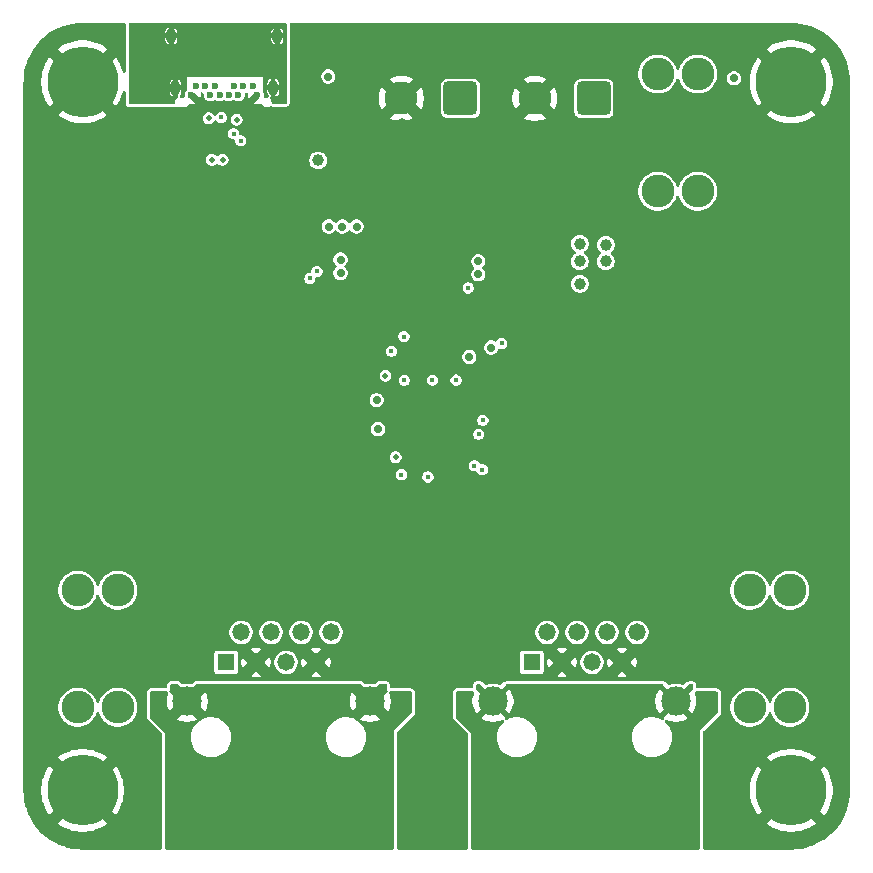
<source format=gbr>
%TF.GenerationSoftware,KiCad,Pcbnew,9.0.0*%
%TF.CreationDate,2025-04-26T11:07:04+02:00*%
%TF.ProjectId,linkertron,6c696e6b-6572-4747-926f-6e2e6b696361,v2*%
%TF.SameCoordinates,Original*%
%TF.FileFunction,Copper,L3,Inr*%
%TF.FilePolarity,Positive*%
%FSLAX46Y46*%
G04 Gerber Fmt 4.6, Leading zero omitted, Abs format (unit mm)*
G04 Created by KiCad (PCBNEW 9.0.0) date 2025-04-26 11:07:04*
%MOMM*%
%LPD*%
G01*
G04 APERTURE LIST*
G04 Aperture macros list*
%AMRoundRect*
0 Rectangle with rounded corners*
0 $1 Rounding radius*
0 $2 $3 $4 $5 $6 $7 $8 $9 X,Y pos of 4 corners*
0 Add a 4 corners polygon primitive as box body*
4,1,4,$2,$3,$4,$5,$6,$7,$8,$9,$2,$3,0*
0 Add four circle primitives for the rounded corners*
1,1,$1+$1,$2,$3*
1,1,$1+$1,$4,$5*
1,1,$1+$1,$6,$7*
1,1,$1+$1,$8,$9*
0 Add four rect primitives between the rounded corners*
20,1,$1+$1,$2,$3,$4,$5,0*
20,1,$1+$1,$4,$5,$6,$7,0*
20,1,$1+$1,$6,$7,$8,$9,0*
20,1,$1+$1,$8,$9,$2,$3,0*%
G04 Aperture macros list end*
%TA.AperFunction,ComponentPad*%
%ADD10C,6.000000*%
%TD*%
%TA.AperFunction,ComponentPad*%
%ADD11R,1.478000X1.478000*%
%TD*%
%TA.AperFunction,ComponentPad*%
%ADD12C,1.478000*%
%TD*%
%TA.AperFunction,ComponentPad*%
%ADD13C,2.475000*%
%TD*%
%TA.AperFunction,ComponentPad*%
%ADD14RoundRect,0.280000X1.120000X1.120000X-1.120000X1.120000X-1.120000X-1.120000X1.120000X-1.120000X0*%
%TD*%
%TA.AperFunction,ComponentPad*%
%ADD15C,2.800000*%
%TD*%
%TA.AperFunction,ComponentPad*%
%ADD16C,2.780000*%
%TD*%
%TA.AperFunction,ComponentPad*%
%ADD17C,0.600000*%
%TD*%
%TA.AperFunction,ComponentPad*%
%ADD18O,0.800000X1.400000*%
%TD*%
%TA.AperFunction,ViaPad*%
%ADD19C,0.800000*%
%TD*%
%TA.AperFunction,ViaPad*%
%ADD20C,0.500000*%
%TD*%
%TA.AperFunction,ViaPad*%
%ADD21C,0.450000*%
%TD*%
%TA.AperFunction,ViaPad*%
%ADD22C,0.700000*%
%TD*%
%TA.AperFunction,ViaPad*%
%ADD23C,1.000000*%
%TD*%
G04 APERTURE END LIST*
D10*
%TO.N,GND*%
%TO.C,H103*%
X173000000Y-150000000D03*
%TD*%
D11*
%TO.N,/Movertron/CAM.DN*%
%TO.C,J401*%
X125155000Y-139150000D03*
D12*
%TO.N,/Movertron/CAM.DP*%
X126425000Y-136610000D03*
%TO.N,GND*%
X127695000Y-139150000D03*
%TO.N,/Movertron/BRAIN.DN*%
X128965000Y-136610000D03*
%TO.N,/Movertron/BRAIN.DP*%
X130235000Y-139150000D03*
%TO.N,/Power/MOVERTRON_24V*%
X131505000Y-136610000D03*
%TO.N,GND*%
X132775000Y-139150000D03*
%TO.N,/Power/MOVERTRON_24V*%
X134045000Y-136610000D03*
D13*
%TO.N,Net-(C401-Pad1)*%
X121855000Y-142450000D03*
X137345000Y-142450000D03*
%TD*%
D10*
%TO.N,GND*%
%TO.C,H102*%
X173000000Y-90000000D03*
%TD*%
D14*
%TO.N,/Power/DCIN*%
%TO.C,J202*%
X156300000Y-91400000D03*
D15*
%TO.N,GND*%
X151300000Y-91400000D03*
%TD*%
D16*
%TO.N,+24V*%
%TO.C,F201*%
X169500000Y-142960000D03*
X172900000Y-142960000D03*
%TO.N,/Power/PLACERTRON_24V*%
X169500000Y-133040000D03*
X172900000Y-133040000D03*
%TD*%
%TO.N,+24V*%
%TO.C,F202*%
X112600000Y-142960000D03*
X116000000Y-142960000D03*
%TO.N,/Power/MOVERTRON_24V*%
X112600000Y-133040000D03*
X116000000Y-133040000D03*
%TD*%
%TO.N,/Power/DCIN*%
%TO.C,F203*%
X165100000Y-89340000D03*
X161700000Y-89340000D03*
%TO.N,/Power/post fuse*%
X165100000Y-99260000D03*
X161700000Y-99260000D03*
%TD*%
D10*
%TO.N,GND*%
%TO.C,H104*%
X113000000Y-150000000D03*
%TD*%
D11*
%TO.N,/Placertron/CAM.DN*%
%TO.C,J501*%
X151055000Y-139150000D03*
D12*
%TO.N,/Placertron/CAM.DP*%
X152325000Y-136610000D03*
%TO.N,GND*%
X153595000Y-139150000D03*
%TO.N,/Placertron/BRAIN.DN*%
X154865000Y-136610000D03*
%TO.N,/Placertron/BRAIN.DP*%
X156135000Y-139150000D03*
%TO.N,/Power/PLACERTRON_24V*%
X157405000Y-136610000D03*
%TO.N,GND*%
X158675000Y-139150000D03*
%TO.N,/Power/PLACERTRON_24V*%
X159945000Y-136610000D03*
D13*
%TO.N,Net-(C501-Pad1)*%
X147755000Y-142450000D03*
X163245000Y-142450000D03*
%TD*%
D10*
%TO.N,GND*%
%TO.C,H101*%
X113000000Y-90000000D03*
%TD*%
D17*
%TO.N,GND*%
%TO.C,J301*%
X122200000Y-91092500D03*
%TO.N,unconnected-(J301-TX2+-PadB2)*%
X122600000Y-90392500D03*
%TO.N,unconnected-(J301-TX2--PadB3)*%
X123400000Y-90392500D03*
%TO.N,+5V*%
X123800000Y-91092500D03*
%TO.N,unconnected-(J301-CC2-PadB5)*%
X124200000Y-90392500D03*
%TO.N,/USB3 Controller/UPLINK.USB2_DP*%
X124600000Y-91092500D03*
%TO.N,/USB3 Controller/UPLINK.USB2_DN*%
X125400000Y-91092500D03*
%TO.N,unconnected-(J301-SBU2-PadB8)*%
X125800000Y-90392500D03*
%TO.N,+5V*%
X126200000Y-91092500D03*
%TO.N,/USB3 Controller/UPLINK.USB3_RX_DN*%
X126600000Y-90392500D03*
%TO.N,/USB3 Controller/UPLINK.USB3_RX_DP*%
X127400000Y-90392500D03*
%TO.N,GND*%
X127800000Y-91092500D03*
D18*
%TO.N,Net-(J301-SHIELD)*%
X129490000Y-86102500D03*
X129130000Y-90502500D03*
X120870000Y-90502500D03*
X120510000Y-86102500D03*
%TD*%
D14*
%TO.N,/Power/DCIN*%
%TO.C,J201*%
X145000000Y-91400000D03*
D15*
%TO.N,GND*%
X140000000Y-91400000D03*
%TD*%
D19*
%TO.N,GND*%
X122240000Y-118857500D03*
X145800000Y-111100000D03*
X134940000Y-134097500D03*
D20*
X150950000Y-117650000D03*
X142900000Y-118250000D03*
D19*
X167960000Y-139177500D03*
X152720000Y-98537500D03*
X157800000Y-121397500D03*
X160340000Y-113777500D03*
X133900000Y-113800000D03*
X117160000Y-121397500D03*
D20*
X141950000Y-118250000D03*
D21*
X129919072Y-131019841D03*
D19*
X140020000Y-101077500D03*
X140020000Y-131557500D03*
X165420000Y-131557500D03*
X127320000Y-131557500D03*
X112080000Y-106157500D03*
X109540000Y-93457500D03*
X114620000Y-95997500D03*
X147640000Y-101077500D03*
D20*
X141950000Y-117500000D03*
D19*
X142560000Y-144257500D03*
X157800000Y-131557500D03*
D20*
X142900000Y-117500000D03*
D19*
X145100000Y-129017500D03*
D20*
X141950000Y-119200000D03*
D19*
X132400000Y-121397500D03*
X142560000Y-136637500D03*
D21*
X133100000Y-99700000D03*
D19*
X155260000Y-116317500D03*
D20*
X142900000Y-119200000D03*
D19*
X165420000Y-123937500D03*
D21*
X126516660Y-97650000D03*
D19*
X145100000Y-149337500D03*
X160340000Y-139177500D03*
X124780000Y-123937500D03*
X122240000Y-103617500D03*
D21*
X124400171Y-94598318D03*
D19*
X119700000Y-113777500D03*
D20*
X143400000Y-116950000D03*
D19*
X119700000Y-126477500D03*
X170500000Y-121397500D03*
X150180000Y-106157500D03*
D20*
X141350000Y-117050000D03*
D19*
X162880000Y-118857500D03*
X109540000Y-101077500D03*
X137480000Y-126477500D03*
X117160000Y-108697500D03*
D21*
X125419070Y-131219842D03*
D19*
X109540000Y-151877500D03*
X167960000Y-116317500D03*
X124780000Y-111237500D03*
X170500000Y-93457500D03*
D21*
X151350783Y-131431881D03*
D19*
X147640000Y-134097500D03*
X140020000Y-93457500D03*
X173040000Y-98537500D03*
X165420000Y-111237500D03*
X129860000Y-93457500D03*
X129900000Y-112100000D03*
X175580000Y-103617500D03*
D20*
X141250000Y-118500000D03*
X150950000Y-116000000D03*
D19*
X150180000Y-93457500D03*
X154300000Y-112600000D03*
D22*
X140500000Y-103850000D03*
D19*
X150180000Y-123937500D03*
D20*
X143600000Y-118500000D03*
D19*
X137480000Y-88377500D03*
D20*
X150950000Y-116800000D03*
D19*
X152720000Y-129017500D03*
D21*
X155800000Y-131400000D03*
D19*
X119700000Y-134097500D03*
X122240000Y-139177500D03*
X133700000Y-117000000D03*
X117160000Y-101077500D03*
X160340000Y-126477500D03*
X122240000Y-93457500D03*
X109540000Y-139177500D03*
X132400000Y-129017500D03*
X167960000Y-151877500D03*
X137480000Y-139177500D03*
D21*
X126525399Y-95700000D03*
%TO.N,+5V*%
X145650000Y-107450000D03*
D20*
X126050000Y-93200000D03*
D22*
X134850000Y-105050000D03*
D23*
X132950000Y-96650000D03*
D22*
X134850000Y-106200000D03*
D20*
X123689505Y-93097011D03*
D21*
X148500000Y-112150000D03*
%TO.N,+3V3*%
X139150000Y-112800000D03*
D22*
X133800000Y-89550000D03*
X133850000Y-102250000D03*
X136200000Y-102250000D03*
D21*
X146850000Y-122850000D03*
D22*
X135000000Y-102250000D03*
D21*
X144625000Y-115247509D03*
X146547508Y-119825000D03*
X140237963Y-115261101D03*
X140000000Y-123250000D03*
D22*
X147600000Y-112500000D03*
D23*
%TO.N,+24V*%
X155100000Y-103700000D03*
X157300000Y-105200000D03*
X157300000Y-103800000D03*
X155100000Y-105200000D03*
D22*
X168150000Y-89700000D03*
D23*
X155100000Y-107100000D03*
D22*
%TO.N,+1V2*%
X137900000Y-116950000D03*
X146500000Y-106300000D03*
D21*
X146187499Y-122512501D03*
D22*
X146500000Y-105200000D03*
D20*
X139519975Y-121780025D03*
D22*
X145750000Y-113300000D03*
D21*
X142625000Y-115247508D03*
X142250000Y-123450000D03*
D22*
X138025000Y-119396789D03*
D21*
X146900000Y-118650000D03*
%TO.N,/USB3 Controller/UPLINK.USB2_DP*%
X132850521Y-106049479D03*
D20*
X124862500Y-96601510D03*
%TO.N,/USB3 Controller/UPLINK.USB2_DN*%
X123962500Y-96601510D03*
D21*
X124734911Y-93014150D03*
X132249479Y-106650521D03*
%TO.N,/USB3 Controller/UPLINK.USB3_RX_DN*%
X125799878Y-94399479D03*
%TO.N,/USB3 Controller/UPLINK.USB3_RX_DP*%
X126400920Y-95000521D03*
D20*
%TO.N,Net-(U303-RBIAS)*%
X138652102Y-114872522D03*
D21*
%TO.N,Net-(U303-ATEST)*%
X140216153Y-111566153D03*
%TD*%
%TA.AperFunction,Conductor*%
%TO.N,GND*%
G36*
X116587539Y-85020185D02*
G01*
X116633294Y-85072989D01*
X116644500Y-85124500D01*
X116644500Y-89122734D01*
X116624815Y-89189773D01*
X116572011Y-89235528D01*
X116502853Y-89245472D01*
X116439297Y-89216447D01*
X116401523Y-89157669D01*
X116400005Y-89151494D01*
X116399947Y-89151509D01*
X116399207Y-89148556D01*
X116299376Y-88819459D01*
X116167780Y-88501758D01*
X116167773Y-88501744D01*
X116005677Y-88198481D01*
X116005666Y-88198463D01*
X115814619Y-87912542D01*
X115814617Y-87912539D01*
X115805579Y-87901526D01*
X114353920Y-89353185D01*
X114282915Y-89213829D01*
X114144136Y-89022816D01*
X113977184Y-88855864D01*
X113786171Y-88717085D01*
X113646813Y-88646079D01*
X115098472Y-87194419D01*
X115098472Y-87194418D01*
X115087465Y-87185385D01*
X114801536Y-86994333D01*
X114801518Y-86994322D01*
X114498255Y-86832226D01*
X114498241Y-86832219D01*
X114180540Y-86700623D01*
X113851443Y-86600792D01*
X113851437Y-86600791D01*
X113514182Y-86533708D01*
X113514165Y-86533705D01*
X113171941Y-86500000D01*
X112828059Y-86500000D01*
X112485834Y-86533705D01*
X112485817Y-86533708D01*
X112148562Y-86600791D01*
X112148556Y-86600792D01*
X111819459Y-86700623D01*
X111501758Y-86832219D01*
X111501744Y-86832226D01*
X111198481Y-86994322D01*
X111198463Y-86994333D01*
X110912548Y-87185376D01*
X110912540Y-87185382D01*
X110901525Y-87194419D01*
X112353186Y-88646079D01*
X112213829Y-88717085D01*
X112022816Y-88855864D01*
X111855864Y-89022816D01*
X111717085Y-89213829D01*
X111646079Y-89353185D01*
X110194419Y-87901525D01*
X110185382Y-87912540D01*
X110185376Y-87912548D01*
X109994333Y-88198463D01*
X109994322Y-88198481D01*
X109832226Y-88501744D01*
X109832219Y-88501758D01*
X109700623Y-88819459D01*
X109600792Y-89148556D01*
X109600791Y-89148562D01*
X109533708Y-89485817D01*
X109533705Y-89485834D01*
X109500000Y-89828059D01*
X109500000Y-90171940D01*
X109533705Y-90514165D01*
X109533708Y-90514182D01*
X109600791Y-90851437D01*
X109600792Y-90851443D01*
X109700623Y-91180540D01*
X109832219Y-91498241D01*
X109832226Y-91498255D01*
X109994322Y-91801518D01*
X109994333Y-91801536D01*
X110185385Y-92087465D01*
X110194418Y-92098472D01*
X110194419Y-92098472D01*
X111646078Y-90646813D01*
X111717085Y-90786171D01*
X111855864Y-90977184D01*
X112022816Y-91144136D01*
X112213829Y-91282915D01*
X112353185Y-91353920D01*
X110901526Y-92805579D01*
X110912539Y-92814617D01*
X110912542Y-92814619D01*
X111198463Y-93005666D01*
X111198481Y-93005677D01*
X111501744Y-93167773D01*
X111501758Y-93167780D01*
X111819459Y-93299376D01*
X112148556Y-93399207D01*
X112148562Y-93399208D01*
X112485817Y-93466291D01*
X112485834Y-93466294D01*
X112828059Y-93500000D01*
X113171941Y-93500000D01*
X113514165Y-93466294D01*
X113514182Y-93466291D01*
X113851437Y-93399208D01*
X113851443Y-93399207D01*
X114180540Y-93299376D01*
X114498241Y-93167780D01*
X114498255Y-93167773D01*
X114753919Y-93031119D01*
X123189005Y-93031119D01*
X123189005Y-93162902D01*
X123223113Y-93290198D01*
X123256059Y-93347261D01*
X123289005Y-93404325D01*
X123382191Y-93497511D01*
X123496319Y-93563403D01*
X123623613Y-93597511D01*
X123623615Y-93597511D01*
X123755395Y-93597511D01*
X123755397Y-93597511D01*
X123882691Y-93563403D01*
X123996819Y-93497511D01*
X124090005Y-93404325D01*
X124143175Y-93312231D01*
X124193741Y-93264018D01*
X124262348Y-93250794D01*
X124327212Y-93276762D01*
X124348022Y-93300770D01*
X124349466Y-93299663D01*
X124354415Y-93306112D01*
X124354416Y-93306114D01*
X124442947Y-93394645D01*
X124551375Y-93457245D01*
X124672310Y-93489650D01*
X124672312Y-93489650D01*
X124797510Y-93489650D01*
X124797512Y-93489650D01*
X124918447Y-93457245D01*
X125026875Y-93394645D01*
X125115406Y-93306114D01*
X125178006Y-93197686D01*
X125195042Y-93134108D01*
X125549500Y-93134108D01*
X125549500Y-93265892D01*
X125560277Y-93306112D01*
X125583608Y-93393187D01*
X125590039Y-93404325D01*
X125649500Y-93507314D01*
X125742686Y-93600500D01*
X125856814Y-93666392D01*
X125984108Y-93700500D01*
X125986330Y-93700500D01*
X126115890Y-93700500D01*
X126115892Y-93700500D01*
X126243186Y-93666392D01*
X126357314Y-93600500D01*
X126450500Y-93507314D01*
X126516392Y-93393186D01*
X126550500Y-93265892D01*
X126550500Y-93134108D01*
X126527887Y-93049714D01*
X139057389Y-93049714D01*
X139057389Y-93049715D01*
X139157840Y-93107711D01*
X139157851Y-93107716D01*
X139387950Y-93203026D01*
X139628536Y-93267491D01*
X139875466Y-93300000D01*
X140124534Y-93300000D01*
X140371463Y-93267491D01*
X140612049Y-93203026D01*
X140842142Y-93107719D01*
X140842145Y-93107717D01*
X140942609Y-93049714D01*
X140000000Y-92107106D01*
X139057389Y-93049714D01*
X126527887Y-93049714D01*
X126516392Y-93006814D01*
X126450500Y-92892686D01*
X126357314Y-92799500D01*
X126300250Y-92766554D01*
X126243187Y-92733608D01*
X126179539Y-92716554D01*
X126115892Y-92699500D01*
X125984108Y-92699500D01*
X125856812Y-92733608D01*
X125742686Y-92799500D01*
X125742683Y-92799502D01*
X125649502Y-92892683D01*
X125649500Y-92892686D01*
X125583608Y-93006812D01*
X125556573Y-93107711D01*
X125549500Y-93134108D01*
X125195042Y-93134108D01*
X125210411Y-93076751D01*
X125210411Y-92951549D01*
X125178006Y-92830614D01*
X125115406Y-92722186D01*
X125026875Y-92633655D01*
X124918447Y-92571055D01*
X124918448Y-92571055D01*
X124878135Y-92560253D01*
X124797512Y-92538650D01*
X124672310Y-92538650D01*
X124591686Y-92560253D01*
X124551374Y-92571055D01*
X124442948Y-92633654D01*
X124442945Y-92633656D01*
X124354417Y-92722184D01*
X124354413Y-92722189D01*
X124310109Y-92798928D01*
X124259542Y-92847143D01*
X124190935Y-92860367D01*
X124126071Y-92834399D01*
X124095336Y-92798931D01*
X124090005Y-92789697D01*
X123996819Y-92696511D01*
X123939755Y-92663565D01*
X123882692Y-92630619D01*
X123819044Y-92613565D01*
X123755397Y-92596511D01*
X123623613Y-92596511D01*
X123496317Y-92630619D01*
X123382191Y-92696511D01*
X123382188Y-92696513D01*
X123289007Y-92789694D01*
X123289005Y-92789697D01*
X123223113Y-92903823D01*
X123189005Y-93031119D01*
X114753919Y-93031119D01*
X114801518Y-93005677D01*
X114801536Y-93005666D01*
X114929910Y-92919890D01*
X115087460Y-92814617D01*
X115098472Y-92805580D01*
X115098472Y-92805578D01*
X113646814Y-91353920D01*
X113786171Y-91282915D01*
X113977184Y-91144136D01*
X114144136Y-90977184D01*
X114282915Y-90786171D01*
X114353920Y-90646814D01*
X115805578Y-92098472D01*
X115805580Y-92098472D01*
X115814617Y-92087460D01*
X116005666Y-91801536D01*
X116005677Y-91801518D01*
X116167773Y-91498255D01*
X116167780Y-91498241D01*
X116299376Y-91180540D01*
X116399207Y-90851443D01*
X116399947Y-90848491D01*
X116401127Y-90848786D01*
X116431261Y-90791170D01*
X116491974Y-90756591D01*
X116561744Y-90760325D01*
X116618419Y-90801187D01*
X116644006Y-90866203D01*
X116644500Y-90877265D01*
X116644500Y-91776002D01*
X116650338Y-91830312D01*
X116661543Y-91881818D01*
X116661546Y-91881827D01*
X116668779Y-91908192D01*
X116668783Y-91908203D01*
X116718105Y-91994818D01*
X116718110Y-91994825D01*
X116718112Y-91994828D01*
X116733034Y-92012049D01*
X116763863Y-92047628D01*
X116763866Y-92047631D01*
X116763867Y-92047632D01*
X116796641Y-92079257D01*
X116884976Y-92125465D01*
X116884977Y-92125465D01*
X116884977Y-92125466D01*
X116929218Y-92138456D01*
X116952015Y-92145150D01*
X116952019Y-92145150D01*
X116952021Y-92145151D01*
X116963652Y-92146823D01*
X117024000Y-92155500D01*
X117024001Y-92155500D01*
X120695500Y-92155500D01*
X120749813Y-92149661D01*
X120801324Y-92138455D01*
X120827698Y-92131219D01*
X120895954Y-92092351D01*
X120896599Y-92091984D01*
X120964596Y-92075916D01*
X121019959Y-92092351D01*
X121068483Y-92120366D01*
X121171615Y-92148000D01*
X121171617Y-92148000D01*
X121628383Y-92148000D01*
X121628385Y-92148000D01*
X121731517Y-92120366D01*
X121823983Y-92066981D01*
X121899481Y-91991483D01*
X121929153Y-91940088D01*
X121979718Y-91891873D01*
X122048325Y-91878649D01*
X122060731Y-91880471D01*
X122121203Y-91892499D01*
X122121206Y-91892500D01*
X122278794Y-91892500D01*
X122278797Y-91892499D01*
X122433344Y-91861758D01*
X122433350Y-91861757D01*
X122512292Y-91829056D01*
X122075548Y-91392312D01*
X122042063Y-91330989D01*
X122047047Y-91261297D01*
X122062268Y-91237611D01*
X122086709Y-91262052D01*
X122160218Y-91292500D01*
X122239782Y-91292500D01*
X122313291Y-91262052D01*
X122369552Y-91205791D01*
X122400000Y-91132282D01*
X122400000Y-91052718D01*
X122369552Y-90979209D01*
X122346403Y-90956060D01*
X122385773Y-90934563D01*
X122455465Y-90939547D01*
X122499812Y-90968048D01*
X122936556Y-91404792D01*
X122969257Y-91325850D01*
X122969258Y-91325844D01*
X122999999Y-91171297D01*
X123000000Y-91171294D01*
X123000000Y-91011996D01*
X123001710Y-91006172D01*
X123000561Y-91000211D01*
X123011440Y-90973033D01*
X123019685Y-90944957D01*
X123024271Y-90940982D01*
X123026528Y-90935346D01*
X123050375Y-90918363D01*
X123072489Y-90899202D01*
X123078495Y-90898338D01*
X123083442Y-90894816D01*
X123112680Y-90893423D01*
X123141647Y-90889258D01*
X123148720Y-90891705D01*
X123153233Y-90891491D01*
X123185994Y-90904606D01*
X123187500Y-90905475D01*
X123235715Y-90956041D01*
X123249500Y-91012862D01*
X123249500Y-91020025D01*
X123249500Y-91164975D01*
X123283602Y-91292244D01*
X123287017Y-91304988D01*
X123359488Y-91430511D01*
X123359490Y-91430513D01*
X123359491Y-91430515D01*
X123461985Y-91533009D01*
X123461986Y-91533010D01*
X123461988Y-91533011D01*
X123587511Y-91605482D01*
X123587512Y-91605482D01*
X123587515Y-91605484D01*
X123727525Y-91643000D01*
X123727528Y-91643000D01*
X123872472Y-91643000D01*
X123872475Y-91643000D01*
X124012485Y-91605484D01*
X124138002Y-91533016D01*
X124205899Y-91516544D01*
X124261996Y-91533015D01*
X124387515Y-91605484D01*
X124527525Y-91643000D01*
X124527528Y-91643000D01*
X124672472Y-91643000D01*
X124672475Y-91643000D01*
X124812485Y-91605484D01*
X124938002Y-91533016D01*
X125005899Y-91516544D01*
X125061996Y-91533015D01*
X125187515Y-91605484D01*
X125327525Y-91643000D01*
X125327528Y-91643000D01*
X125472472Y-91643000D01*
X125472475Y-91643000D01*
X125612485Y-91605484D01*
X125738002Y-91533016D01*
X125805899Y-91516544D01*
X125861996Y-91533015D01*
X125987515Y-91605484D01*
X126127525Y-91643000D01*
X126127528Y-91643000D01*
X126272472Y-91643000D01*
X126272475Y-91643000D01*
X126412485Y-91605484D01*
X126538015Y-91533009D01*
X126640509Y-91430515D01*
X126712984Y-91304985D01*
X126750500Y-91164975D01*
X126750500Y-91020025D01*
X126750500Y-91012862D01*
X126753882Y-91001344D01*
X126752741Y-90989393D01*
X126763544Y-90968438D01*
X126770185Y-90945823D01*
X126780056Y-90936410D01*
X126784758Y-90927291D01*
X126812497Y-90905476D01*
X126814003Y-90904607D01*
X126881902Y-90888137D01*
X126947928Y-90910989D01*
X126991118Y-90965911D01*
X127000000Y-91011996D01*
X127000000Y-91171297D01*
X127030741Y-91325843D01*
X127030743Y-91325851D01*
X127063442Y-91404793D01*
X127500186Y-90968048D01*
X127561509Y-90934563D01*
X127631200Y-90939547D01*
X127654887Y-90954769D01*
X127630448Y-90979209D01*
X127600000Y-91052718D01*
X127600000Y-91132282D01*
X127630448Y-91205791D01*
X127686709Y-91262052D01*
X127760218Y-91292500D01*
X127839782Y-91292500D01*
X127913291Y-91262052D01*
X127936438Y-91238904D01*
X127957935Y-91278273D01*
X127952951Y-91347965D01*
X127924450Y-91392312D01*
X127487705Y-91829056D01*
X127566652Y-91861757D01*
X127566656Y-91861758D01*
X127721202Y-91892499D01*
X127721206Y-91892500D01*
X127878794Y-91892500D01*
X127878797Y-91892499D01*
X128033343Y-91861758D01*
X128033352Y-91861756D01*
X128067870Y-91847458D01*
X128137340Y-91839988D01*
X128199819Y-91871262D01*
X128222712Y-91900019D01*
X128275514Y-91991476D01*
X128275518Y-91991481D01*
X128275519Y-91991483D01*
X128351017Y-92066981D01*
X128351018Y-92066982D01*
X128351020Y-92066983D01*
X128388265Y-92088486D01*
X128443483Y-92120366D01*
X128546615Y-92148000D01*
X128546617Y-92148000D01*
X128653383Y-92148000D01*
X128653385Y-92148000D01*
X128756517Y-92120366D01*
X128848983Y-92066981D01*
X128848983Y-92066980D01*
X128849478Y-92066695D01*
X128917378Y-92050222D01*
X128968954Y-92064207D01*
X128990476Y-92075465D01*
X128990477Y-92075466D01*
X129031326Y-92087460D01*
X129057515Y-92095150D01*
X129057519Y-92095150D01*
X129057521Y-92095151D01*
X129069152Y-92096823D01*
X129129500Y-92105500D01*
X129129501Y-92105500D01*
X130172574Y-92105500D01*
X130172575Y-92105500D01*
X130226825Y-92099674D01*
X130278279Y-92088494D01*
X130293342Y-92084368D01*
X130304589Y-92081288D01*
X130304591Y-92081287D01*
X130314827Y-92075465D01*
X130391246Y-92032000D01*
X130391248Y-92031998D01*
X130391249Y-92031998D01*
X130406557Y-92018746D01*
X130444074Y-91986272D01*
X130475720Y-91953510D01*
X130521971Y-91865198D01*
X130541689Y-91798169D01*
X130552075Y-91726192D01*
X130552224Y-91431607D01*
X130552303Y-91275466D01*
X138100000Y-91275466D01*
X138100000Y-91524533D01*
X138132508Y-91771463D01*
X138196973Y-92012049D01*
X138292283Y-92242148D01*
X138292288Y-92242159D01*
X138350284Y-92342609D01*
X139292893Y-91400001D01*
X139292893Y-91399999D01*
X139228875Y-91335981D01*
X139350000Y-91335981D01*
X139350000Y-91464019D01*
X139374979Y-91589598D01*
X139423978Y-91707890D01*
X139495112Y-91814351D01*
X139585649Y-91904888D01*
X139692110Y-91976022D01*
X139810402Y-92025021D01*
X139935981Y-92050000D01*
X140064019Y-92050000D01*
X140189598Y-92025021D01*
X140307890Y-91976022D01*
X140414351Y-91904888D01*
X140504888Y-91814351D01*
X140576022Y-91707890D01*
X140625021Y-91589598D01*
X140650000Y-91464019D01*
X140650000Y-91399999D01*
X140707106Y-91399999D01*
X140707106Y-91400000D01*
X141649714Y-92342609D01*
X141707717Y-92242145D01*
X141707719Y-92242142D01*
X141803026Y-92012049D01*
X141867491Y-91771463D01*
X141900000Y-91524533D01*
X141900000Y-91275466D01*
X141867491Y-91028536D01*
X141803026Y-90787950D01*
X141707716Y-90557851D01*
X141707711Y-90557840D01*
X141649715Y-90457389D01*
X141649714Y-90457389D01*
X140707106Y-91399999D01*
X140650000Y-91399999D01*
X140650000Y-91335981D01*
X140625021Y-91210402D01*
X140576022Y-91092110D01*
X140504888Y-90985649D01*
X140414351Y-90895112D01*
X140307890Y-90823978D01*
X140189598Y-90774979D01*
X140064019Y-90750000D01*
X139935981Y-90750000D01*
X139810402Y-90774979D01*
X139692110Y-90823978D01*
X139585649Y-90895112D01*
X139495112Y-90985649D01*
X139423978Y-91092110D01*
X139374979Y-91210402D01*
X139350000Y-91335981D01*
X139228875Y-91335981D01*
X138350284Y-90457390D01*
X138292286Y-90557844D01*
X138292282Y-90557854D01*
X138196973Y-90787950D01*
X138132508Y-91028536D01*
X138100000Y-91275466D01*
X130552303Y-91275466D01*
X130552305Y-91271345D01*
X130552939Y-90017550D01*
X130553215Y-89470943D01*
X133199500Y-89470943D01*
X133199500Y-89629057D01*
X133239693Y-89779057D01*
X133240423Y-89781783D01*
X133240426Y-89781790D01*
X133319475Y-89918709D01*
X133319479Y-89918714D01*
X133319480Y-89918716D01*
X133431284Y-90030520D01*
X133431286Y-90030521D01*
X133431290Y-90030524D01*
X133568209Y-90109573D01*
X133568216Y-90109577D01*
X133720943Y-90150500D01*
X133720945Y-90150500D01*
X133879055Y-90150500D01*
X133879057Y-90150500D01*
X134031784Y-90109577D01*
X134168716Y-90030520D01*
X134280520Y-89918716D01*
X134359577Y-89781784D01*
X134368017Y-89750284D01*
X139057390Y-89750284D01*
X139999999Y-90692893D01*
X140454431Y-90238463D01*
X143349500Y-90238463D01*
X143349500Y-90238464D01*
X143349500Y-90238468D01*
X143349500Y-92561530D01*
X143359736Y-92646783D01*
X143413236Y-92782449D01*
X143501352Y-92898647D01*
X143617550Y-92986763D01*
X143617551Y-92986763D01*
X143617552Y-92986764D01*
X143753215Y-93040263D01*
X143838463Y-93050500D01*
X146161536Y-93050499D01*
X146168074Y-93049714D01*
X150357389Y-93049714D01*
X150357389Y-93049715D01*
X150457840Y-93107711D01*
X150457851Y-93107716D01*
X150687950Y-93203026D01*
X150928536Y-93267491D01*
X151175466Y-93300000D01*
X151424534Y-93300000D01*
X151671463Y-93267491D01*
X151912049Y-93203026D01*
X152142142Y-93107719D01*
X152142145Y-93107717D01*
X152242609Y-93049714D01*
X151300000Y-92107106D01*
X150357389Y-93049714D01*
X146168074Y-93049714D01*
X146246785Y-93040263D01*
X146382448Y-92986764D01*
X146412814Y-92963736D01*
X146488333Y-92906469D01*
X146488333Y-92906468D01*
X146498647Y-92898647D01*
X146586764Y-92782448D01*
X146640263Y-92646785D01*
X146650500Y-92561537D01*
X146650499Y-91275466D01*
X149400000Y-91275466D01*
X149400000Y-91524533D01*
X149432508Y-91771463D01*
X149496973Y-92012049D01*
X149592283Y-92242148D01*
X149592288Y-92242159D01*
X149650284Y-92342609D01*
X150592893Y-91400001D01*
X150592893Y-91399999D01*
X150528875Y-91335981D01*
X150650000Y-91335981D01*
X150650000Y-91464019D01*
X150674979Y-91589598D01*
X150723978Y-91707890D01*
X150795112Y-91814351D01*
X150885649Y-91904888D01*
X150992110Y-91976022D01*
X151110402Y-92025021D01*
X151235981Y-92050000D01*
X151364019Y-92050000D01*
X151489598Y-92025021D01*
X151607890Y-91976022D01*
X151714351Y-91904888D01*
X151804888Y-91814351D01*
X151876022Y-91707890D01*
X151925021Y-91589598D01*
X151950000Y-91464019D01*
X151950000Y-91399999D01*
X152007106Y-91399999D01*
X152007106Y-91400001D01*
X152949714Y-92342609D01*
X153007717Y-92242145D01*
X153007719Y-92242142D01*
X153103026Y-92012049D01*
X153167491Y-91771463D01*
X153200000Y-91524533D01*
X153200000Y-91275466D01*
X153167491Y-91028536D01*
X153103026Y-90787950D01*
X153007716Y-90557851D01*
X153007711Y-90557840D01*
X152949715Y-90457389D01*
X152949714Y-90457389D01*
X152007106Y-91399999D01*
X151950000Y-91399999D01*
X151950000Y-91335981D01*
X151925021Y-91210402D01*
X151876022Y-91092110D01*
X151804888Y-90985649D01*
X151714351Y-90895112D01*
X151607890Y-90823978D01*
X151489598Y-90774979D01*
X151364019Y-90750000D01*
X151235981Y-90750000D01*
X151110402Y-90774979D01*
X150992110Y-90823978D01*
X150885649Y-90895112D01*
X150795112Y-90985649D01*
X150723978Y-91092110D01*
X150674979Y-91210402D01*
X150650000Y-91335981D01*
X150528875Y-91335981D01*
X149650284Y-90457390D01*
X149592286Y-90557844D01*
X149592282Y-90557854D01*
X149496973Y-90787950D01*
X149432508Y-91028536D01*
X149400000Y-91275466D01*
X146650499Y-91275466D01*
X146650499Y-90238464D01*
X146640263Y-90153215D01*
X146586764Y-90017552D01*
X146586763Y-90017551D01*
X146586763Y-90017550D01*
X146498647Y-89901353D01*
X146488330Y-89893529D01*
X146488329Y-89893527D01*
X146382449Y-89813236D01*
X146289792Y-89776697D01*
X146246785Y-89759737D01*
X146246784Y-89759736D01*
X146246782Y-89759736D01*
X146206687Y-89754921D01*
X146168067Y-89750284D01*
X150357390Y-89750284D01*
X151299999Y-90692893D01*
X151754431Y-90238463D01*
X154649500Y-90238463D01*
X154649500Y-90238464D01*
X154649500Y-90238468D01*
X154649500Y-92561530D01*
X154659736Y-92646783D01*
X154713236Y-92782449D01*
X154801352Y-92898647D01*
X154917550Y-92986763D01*
X154917551Y-92986763D01*
X154917552Y-92986764D01*
X155053215Y-93040263D01*
X155138463Y-93050500D01*
X157461536Y-93050499D01*
X157546785Y-93040263D01*
X157682448Y-92986764D01*
X157798647Y-92898647D01*
X157886764Y-92782448D01*
X157940263Y-92646785D01*
X157950500Y-92561537D01*
X157950499Y-90238464D01*
X157940263Y-90153215D01*
X157886764Y-90017552D01*
X157886763Y-90017551D01*
X157886763Y-90017550D01*
X157798647Y-89901352D01*
X157682449Y-89813236D01*
X157589792Y-89776697D01*
X157546785Y-89759737D01*
X157546784Y-89759736D01*
X157546782Y-89759736D01*
X157506687Y-89754921D01*
X157461537Y-89749500D01*
X157461531Y-89749500D01*
X155138469Y-89749500D01*
X155053216Y-89759736D01*
X154917550Y-89813236D01*
X154801352Y-89901352D01*
X154713236Y-90017550D01*
X154659736Y-90153217D01*
X154654142Y-90199810D01*
X154649500Y-90238463D01*
X151754431Y-90238463D01*
X151845818Y-90147076D01*
X152242609Y-89750284D01*
X152242609Y-89750283D01*
X152142159Y-89692288D01*
X152142148Y-89692283D01*
X151912049Y-89596973D01*
X151671463Y-89532508D01*
X151424534Y-89500000D01*
X151175466Y-89500000D01*
X150928536Y-89532508D01*
X150687950Y-89596973D01*
X150457854Y-89692282D01*
X150457844Y-89692286D01*
X150357390Y-89750284D01*
X146168067Y-89750284D01*
X146161537Y-89749500D01*
X146161531Y-89749500D01*
X143838469Y-89749500D01*
X143753216Y-89759736D01*
X143617550Y-89813236D01*
X143501352Y-89901352D01*
X143413236Y-90017550D01*
X143359736Y-90153217D01*
X143354142Y-90199810D01*
X143349500Y-90238463D01*
X140454431Y-90238463D01*
X140545818Y-90147076D01*
X140942609Y-89750284D01*
X140942609Y-89750283D01*
X140842159Y-89692288D01*
X140842148Y-89692283D01*
X140612049Y-89596973D01*
X140371463Y-89532508D01*
X140124534Y-89500000D01*
X139875466Y-89500000D01*
X139628536Y-89532508D01*
X139387950Y-89596973D01*
X139157854Y-89692282D01*
X139157844Y-89692286D01*
X139057390Y-89750284D01*
X134368017Y-89750284D01*
X134400500Y-89629057D01*
X134400500Y-89470943D01*
X134359577Y-89318216D01*
X134311837Y-89235528D01*
X134297609Y-89210884D01*
X160059500Y-89210884D01*
X160059500Y-89469115D01*
X160099893Y-89724151D01*
X160179690Y-89969738D01*
X160286830Y-90180011D01*
X160296918Y-90199810D01*
X160448696Y-90408714D01*
X160631286Y-90591304D01*
X160840190Y-90743082D01*
X160948893Y-90798468D01*
X161070261Y-90860309D01*
X161070263Y-90860309D01*
X161070266Y-90860311D01*
X161172174Y-90893423D01*
X161315848Y-90940106D01*
X161570885Y-90980500D01*
X161570890Y-90980500D01*
X161829115Y-90980500D01*
X162084151Y-90940106D01*
X162098801Y-90935346D01*
X162329734Y-90860311D01*
X162559810Y-90743082D01*
X162768714Y-90591304D01*
X162951304Y-90408714D01*
X163103082Y-90199810D01*
X163220311Y-89969734D01*
X163282069Y-89779662D01*
X163321507Y-89721988D01*
X163385866Y-89694790D01*
X163454712Y-89706705D01*
X163506188Y-89753949D01*
X163517930Y-89779662D01*
X163579689Y-89969734D01*
X163696918Y-90199810D01*
X163848696Y-90408714D01*
X164031286Y-90591304D01*
X164240190Y-90743082D01*
X164348893Y-90798468D01*
X164470261Y-90860309D01*
X164470263Y-90860309D01*
X164470266Y-90860311D01*
X164572174Y-90893423D01*
X164715848Y-90940106D01*
X164970885Y-90980500D01*
X164970890Y-90980500D01*
X165229115Y-90980500D01*
X165484151Y-90940106D01*
X165498801Y-90935346D01*
X165729734Y-90860311D01*
X165959810Y-90743082D01*
X166168714Y-90591304D01*
X166351304Y-90408714D01*
X166503082Y-90199810D01*
X166620311Y-89969734D01*
X166700106Y-89724151D01*
X166716452Y-89620943D01*
X167549500Y-89620943D01*
X167549500Y-89779057D01*
X167586922Y-89918716D01*
X167590423Y-89931783D01*
X167590426Y-89931790D01*
X167669475Y-90068709D01*
X167669479Y-90068714D01*
X167669480Y-90068716D01*
X167781284Y-90180520D01*
X167781286Y-90180521D01*
X167781290Y-90180524D01*
X167918209Y-90259573D01*
X167918216Y-90259577D01*
X168070943Y-90300500D01*
X168070945Y-90300500D01*
X168229055Y-90300500D01*
X168229057Y-90300500D01*
X168381784Y-90259577D01*
X168518716Y-90180520D01*
X168630520Y-90068716D01*
X168709577Y-89931784D01*
X168737370Y-89828059D01*
X169500000Y-89828059D01*
X169500000Y-90171940D01*
X169533705Y-90514165D01*
X169533708Y-90514182D01*
X169600791Y-90851437D01*
X169600792Y-90851443D01*
X169700623Y-91180540D01*
X169832219Y-91498241D01*
X169832226Y-91498255D01*
X169994322Y-91801518D01*
X169994333Y-91801536D01*
X170185385Y-92087465D01*
X170194418Y-92098472D01*
X170194419Y-92098472D01*
X171646078Y-90646813D01*
X171717085Y-90786171D01*
X171855864Y-90977184D01*
X172022816Y-91144136D01*
X172213829Y-91282915D01*
X172353185Y-91353920D01*
X170901526Y-92805579D01*
X170912539Y-92814617D01*
X170912542Y-92814619D01*
X171198463Y-93005666D01*
X171198481Y-93005677D01*
X171501744Y-93167773D01*
X171501758Y-93167780D01*
X171819459Y-93299376D01*
X172148556Y-93399207D01*
X172148562Y-93399208D01*
X172485817Y-93466291D01*
X172485834Y-93466294D01*
X172828059Y-93500000D01*
X173171941Y-93500000D01*
X173514165Y-93466294D01*
X173514182Y-93466291D01*
X173851437Y-93399208D01*
X173851443Y-93399207D01*
X174180540Y-93299376D01*
X174498241Y-93167780D01*
X174498255Y-93167773D01*
X174801518Y-93005677D01*
X174801536Y-93005666D01*
X175087460Y-92814617D01*
X175098472Y-92805580D01*
X175098472Y-92805578D01*
X173646814Y-91353920D01*
X173786171Y-91282915D01*
X173977184Y-91144136D01*
X174144136Y-90977184D01*
X174282915Y-90786171D01*
X174353920Y-90646814D01*
X175805578Y-92098472D01*
X175805580Y-92098472D01*
X175814617Y-92087460D01*
X176005666Y-91801536D01*
X176005677Y-91801518D01*
X176167773Y-91498255D01*
X176167780Y-91498241D01*
X176299376Y-91180540D01*
X176399207Y-90851443D01*
X176399208Y-90851437D01*
X176466291Y-90514182D01*
X176466294Y-90514165D01*
X176500000Y-90171940D01*
X176500000Y-89828059D01*
X176466294Y-89485834D01*
X176466291Y-89485817D01*
X176399208Y-89148562D01*
X176399207Y-89148556D01*
X176299376Y-88819459D01*
X176167780Y-88501758D01*
X176167773Y-88501744D01*
X176005677Y-88198481D01*
X176005666Y-88198463D01*
X175814619Y-87912542D01*
X175814617Y-87912539D01*
X175805579Y-87901526D01*
X174353920Y-89353185D01*
X174282915Y-89213829D01*
X174144136Y-89022816D01*
X173977184Y-88855864D01*
X173786171Y-88717085D01*
X173646813Y-88646079D01*
X175098472Y-87194419D01*
X175098472Y-87194418D01*
X175087465Y-87185385D01*
X174801536Y-86994333D01*
X174801518Y-86994322D01*
X174498255Y-86832226D01*
X174498241Y-86832219D01*
X174180540Y-86700623D01*
X173851443Y-86600792D01*
X173851437Y-86600791D01*
X173514182Y-86533708D01*
X173514165Y-86533705D01*
X173171941Y-86500000D01*
X172828059Y-86500000D01*
X172485834Y-86533705D01*
X172485817Y-86533708D01*
X172148562Y-86600791D01*
X172148556Y-86600792D01*
X171819459Y-86700623D01*
X171501758Y-86832219D01*
X171501744Y-86832226D01*
X171198481Y-86994322D01*
X171198463Y-86994333D01*
X170912548Y-87185376D01*
X170912540Y-87185382D01*
X170901525Y-87194419D01*
X172353186Y-88646079D01*
X172213829Y-88717085D01*
X172022816Y-88855864D01*
X171855864Y-89022816D01*
X171717085Y-89213829D01*
X171646079Y-89353185D01*
X170194419Y-87901525D01*
X170185382Y-87912540D01*
X170185376Y-87912548D01*
X169994333Y-88198463D01*
X169994322Y-88198481D01*
X169832226Y-88501744D01*
X169832219Y-88501758D01*
X169700623Y-88819459D01*
X169600792Y-89148556D01*
X169600791Y-89148562D01*
X169533708Y-89485817D01*
X169533705Y-89485834D01*
X169500000Y-89828059D01*
X168737370Y-89828059D01*
X168750500Y-89779057D01*
X168750500Y-89620943D01*
X168709577Y-89468216D01*
X168659192Y-89380946D01*
X168630524Y-89331290D01*
X168630518Y-89331282D01*
X168518717Y-89219481D01*
X168518709Y-89219475D01*
X168381790Y-89140426D01*
X168381786Y-89140424D01*
X168381784Y-89140423D01*
X168229057Y-89099500D01*
X168070943Y-89099500D01*
X167918216Y-89140423D01*
X167918209Y-89140426D01*
X167781290Y-89219475D01*
X167781282Y-89219481D01*
X167669481Y-89331282D01*
X167669475Y-89331290D01*
X167590426Y-89468209D01*
X167590423Y-89468216D01*
X167549500Y-89620943D01*
X166716452Y-89620943D01*
X166720812Y-89593418D01*
X166740500Y-89469115D01*
X166740500Y-89210884D01*
X166700106Y-88955848D01*
X166655790Y-88819459D01*
X166620311Y-88710266D01*
X166620309Y-88710263D01*
X166620309Y-88710261D01*
X166514064Y-88501744D01*
X166503082Y-88480190D01*
X166351304Y-88271286D01*
X166168714Y-88088696D01*
X165959810Y-87936918D01*
X165911981Y-87912548D01*
X165729738Y-87819690D01*
X165484151Y-87739893D01*
X165229115Y-87699500D01*
X165229110Y-87699500D01*
X164970890Y-87699500D01*
X164970885Y-87699500D01*
X164715848Y-87739893D01*
X164470261Y-87819690D01*
X164240189Y-87936918D01*
X164164756Y-87991724D01*
X164031286Y-88088696D01*
X164031284Y-88088698D01*
X164031283Y-88088698D01*
X163848698Y-88271283D01*
X163848698Y-88271284D01*
X163848696Y-88271286D01*
X163803640Y-88333300D01*
X163696918Y-88480189D01*
X163579690Y-88710261D01*
X163517931Y-88900336D01*
X163478493Y-88958011D01*
X163414134Y-88985209D01*
X163345288Y-88973294D01*
X163293812Y-88926050D01*
X163282069Y-88900336D01*
X163225223Y-88725385D01*
X163220311Y-88710266D01*
X163220309Y-88710263D01*
X163220309Y-88710261D01*
X163114064Y-88501744D01*
X163103082Y-88480190D01*
X162951304Y-88271286D01*
X162768714Y-88088696D01*
X162559810Y-87936918D01*
X162511981Y-87912548D01*
X162329738Y-87819690D01*
X162084151Y-87739893D01*
X161829115Y-87699500D01*
X161829110Y-87699500D01*
X161570890Y-87699500D01*
X161570885Y-87699500D01*
X161315848Y-87739893D01*
X161070261Y-87819690D01*
X160840189Y-87936918D01*
X160764756Y-87991724D01*
X160631286Y-88088696D01*
X160631284Y-88088698D01*
X160631283Y-88088698D01*
X160448698Y-88271283D01*
X160448698Y-88271284D01*
X160448696Y-88271286D01*
X160403640Y-88333300D01*
X160296918Y-88480189D01*
X160179690Y-88710261D01*
X160099893Y-88955848D01*
X160059500Y-89210884D01*
X134297609Y-89210884D01*
X134280522Y-89181287D01*
X134280518Y-89181282D01*
X134168717Y-89069481D01*
X134168709Y-89069475D01*
X134031790Y-88990426D01*
X134031786Y-88990424D01*
X134031784Y-88990423D01*
X133879057Y-88949500D01*
X133720943Y-88949500D01*
X133568216Y-88990423D01*
X133568209Y-88990426D01*
X133431290Y-89069475D01*
X133431282Y-89069481D01*
X133319481Y-89181282D01*
X133319475Y-89181290D01*
X133240426Y-89318209D01*
X133240423Y-89318216D01*
X133199500Y-89470943D01*
X130553215Y-89470943D01*
X130555412Y-85124692D01*
X130555411Y-85124690D01*
X130555412Y-85124437D01*
X130575130Y-85057408D01*
X130627958Y-85011680D01*
X130679412Y-85000500D01*
X172997439Y-85000500D01*
X173002562Y-85000605D01*
X173370277Y-85015814D01*
X173375906Y-85016177D01*
X173459956Y-85023530D01*
X173464429Y-85024004D01*
X173787028Y-85064216D01*
X173793169Y-85065140D01*
X173871766Y-85078999D01*
X173875594Y-85079737D01*
X174199008Y-85147549D01*
X174205622Y-85149128D01*
X174274576Y-85167604D01*
X174277787Y-85168512D01*
X174603169Y-85265383D01*
X174610157Y-85267692D01*
X174664056Y-85287310D01*
X174666678Y-85288299D01*
X174996425Y-85416967D01*
X175003729Y-85420089D01*
X175034837Y-85434595D01*
X175036641Y-85435458D01*
X175374902Y-85600823D01*
X175383883Y-85605683D01*
X175730070Y-85811966D01*
X175738638Y-85817564D01*
X176066593Y-86051719D01*
X176074668Y-86058005D01*
X176382155Y-86318433D01*
X176389695Y-86325374D01*
X176674625Y-86610304D01*
X176681566Y-86617844D01*
X176941989Y-86925325D01*
X176948282Y-86933410D01*
X177128183Y-87185376D01*
X177182431Y-87261355D01*
X177188037Y-87269935D01*
X177394309Y-87616105D01*
X177399186Y-87625119D01*
X177564467Y-87963206D01*
X177565450Y-87965262D01*
X177579902Y-87996255D01*
X177583036Y-88003584D01*
X177711691Y-88333300D01*
X177712696Y-88335964D01*
X177732299Y-88389822D01*
X177734622Y-88396851D01*
X177831475Y-88722173D01*
X177832405Y-88725462D01*
X177850867Y-88794364D01*
X177852453Y-88801010D01*
X177920250Y-89124350D01*
X177921005Y-89128265D01*
X177934854Y-89206807D01*
X177935786Y-89213001D01*
X177975990Y-89535538D01*
X177976470Y-89540069D01*
X177983819Y-89624067D01*
X177984185Y-89629749D01*
X177999394Y-89997437D01*
X177999500Y-90002562D01*
X177999500Y-149997437D01*
X177999394Y-150002562D01*
X177984185Y-150370249D01*
X177983819Y-150375930D01*
X177983819Y-150375931D01*
X177976470Y-150459929D01*
X177975990Y-150464460D01*
X177935786Y-150786997D01*
X177934854Y-150793191D01*
X177921005Y-150871733D01*
X177920250Y-150875648D01*
X177852453Y-151198988D01*
X177850867Y-151205634D01*
X177832405Y-151274536D01*
X177831475Y-151277825D01*
X177734622Y-151603147D01*
X177732299Y-151610176D01*
X177712696Y-151664034D01*
X177711691Y-151666698D01*
X177583036Y-151996414D01*
X177579903Y-152003741D01*
X177579902Y-152003743D01*
X177565471Y-152034691D01*
X177564489Y-152036747D01*
X177399182Y-152374889D01*
X177394304Y-152383903D01*
X177188037Y-152730064D01*
X177182431Y-152738644D01*
X176948284Y-153066587D01*
X176941989Y-153074674D01*
X176681566Y-153382155D01*
X176674625Y-153389695D01*
X176389695Y-153674625D01*
X176382155Y-153681566D01*
X176074674Y-153941989D01*
X176066587Y-153948284D01*
X175738644Y-154182431D01*
X175730064Y-154188037D01*
X175383903Y-154394304D01*
X175374889Y-154399182D01*
X175036747Y-154564489D01*
X175034691Y-154565471D01*
X175003743Y-154579902D01*
X174996414Y-154583036D01*
X174666698Y-154711691D01*
X174664034Y-154712696D01*
X174610176Y-154732299D01*
X174603147Y-154734622D01*
X174277825Y-154831475D01*
X174274536Y-154832405D01*
X174205634Y-154850867D01*
X174198988Y-154852453D01*
X173875648Y-154920250D01*
X173871733Y-154921005D01*
X173793191Y-154934854D01*
X173786997Y-154935786D01*
X173464460Y-154975990D01*
X173459929Y-154976470D01*
X173375931Y-154983819D01*
X173370249Y-154984185D01*
X173002563Y-154999394D01*
X172997438Y-154999500D01*
X165679500Y-154999500D01*
X165612461Y-154979815D01*
X165566706Y-154927011D01*
X165555500Y-154875500D01*
X165555500Y-149828059D01*
X169500000Y-149828059D01*
X169500000Y-150171940D01*
X169533705Y-150514165D01*
X169533708Y-150514182D01*
X169600791Y-150851437D01*
X169600792Y-150851443D01*
X169700623Y-151180540D01*
X169832219Y-151498241D01*
X169832226Y-151498255D01*
X169994322Y-151801518D01*
X169994333Y-151801536D01*
X170185385Y-152087465D01*
X170194418Y-152098472D01*
X170194419Y-152098472D01*
X171646078Y-150646813D01*
X171717085Y-150786171D01*
X171855864Y-150977184D01*
X172022816Y-151144136D01*
X172213829Y-151282915D01*
X172353185Y-151353920D01*
X170901526Y-152805579D01*
X170912539Y-152814617D01*
X170912542Y-152814619D01*
X171198463Y-153005666D01*
X171198481Y-153005677D01*
X171501744Y-153167773D01*
X171501758Y-153167780D01*
X171819459Y-153299376D01*
X172148556Y-153399207D01*
X172148562Y-153399208D01*
X172485817Y-153466291D01*
X172485834Y-153466294D01*
X172828059Y-153500000D01*
X173171941Y-153500000D01*
X173514165Y-153466294D01*
X173514182Y-153466291D01*
X173851437Y-153399208D01*
X173851443Y-153399207D01*
X174180540Y-153299376D01*
X174498241Y-153167780D01*
X174498255Y-153167773D01*
X174801518Y-153005677D01*
X174801536Y-153005666D01*
X175087460Y-152814617D01*
X175098472Y-152805580D01*
X175098472Y-152805578D01*
X173646814Y-151353920D01*
X173786171Y-151282915D01*
X173977184Y-151144136D01*
X174144136Y-150977184D01*
X174282915Y-150786171D01*
X174353920Y-150646814D01*
X175805578Y-152098472D01*
X175805580Y-152098472D01*
X175814617Y-152087460D01*
X176005666Y-151801536D01*
X176005677Y-151801518D01*
X176167773Y-151498255D01*
X176167780Y-151498241D01*
X176299376Y-151180540D01*
X176399207Y-150851443D01*
X176399208Y-150851437D01*
X176466291Y-150514182D01*
X176466294Y-150514165D01*
X176500000Y-150171940D01*
X176500000Y-149828059D01*
X176466294Y-149485834D01*
X176466291Y-149485817D01*
X176399208Y-149148562D01*
X176399207Y-149148556D01*
X176299376Y-148819459D01*
X176167780Y-148501758D01*
X176167773Y-148501744D01*
X176005677Y-148198481D01*
X176005666Y-148198463D01*
X175814619Y-147912542D01*
X175814617Y-147912539D01*
X175805579Y-147901526D01*
X174353920Y-149353185D01*
X174282915Y-149213829D01*
X174144136Y-149022816D01*
X173977184Y-148855864D01*
X173786171Y-148717085D01*
X173646813Y-148646079D01*
X175098472Y-147194419D01*
X175098472Y-147194418D01*
X175087465Y-147185385D01*
X174801536Y-146994333D01*
X174801518Y-146994322D01*
X174498255Y-146832226D01*
X174498241Y-146832219D01*
X174180540Y-146700623D01*
X173851443Y-146600792D01*
X173851437Y-146600791D01*
X173514182Y-146533708D01*
X173514165Y-146533705D01*
X173171941Y-146500000D01*
X172828059Y-146500000D01*
X172485834Y-146533705D01*
X172485817Y-146533708D01*
X172148562Y-146600791D01*
X172148556Y-146600792D01*
X171819459Y-146700623D01*
X171501758Y-146832219D01*
X171501744Y-146832226D01*
X171198481Y-146994322D01*
X171198463Y-146994333D01*
X170912548Y-147185376D01*
X170912540Y-147185382D01*
X170901525Y-147194419D01*
X172353186Y-148646079D01*
X172213829Y-148717085D01*
X172022816Y-148855864D01*
X171855864Y-149022816D01*
X171717085Y-149213829D01*
X171646079Y-149353185D01*
X170194419Y-147901525D01*
X170185382Y-147912540D01*
X170185376Y-147912548D01*
X169994333Y-148198463D01*
X169994322Y-148198481D01*
X169832226Y-148501744D01*
X169832219Y-148501758D01*
X169700623Y-148819459D01*
X169600792Y-149148556D01*
X169600791Y-149148562D01*
X169533708Y-149485817D01*
X169533705Y-149485834D01*
X169500000Y-149828059D01*
X165555500Y-149828059D01*
X165555500Y-145057193D01*
X165575185Y-144990154D01*
X165591819Y-144969512D01*
X166198250Y-144363081D01*
X166944347Y-143616985D01*
X166962626Y-143596635D01*
X166979260Y-143575993D01*
X167025465Y-143487662D01*
X167045150Y-143420623D01*
X167055500Y-143348638D01*
X167055500Y-142830884D01*
X167859500Y-142830884D01*
X167859500Y-143089115D01*
X167899893Y-143344151D01*
X167979690Y-143589738D01*
X168087999Y-143802305D01*
X168096918Y-143819810D01*
X168248696Y-144028714D01*
X168431286Y-144211304D01*
X168640190Y-144363082D01*
X168748893Y-144418468D01*
X168870261Y-144480309D01*
X168870263Y-144480309D01*
X168870266Y-144480311D01*
X169001904Y-144523083D01*
X169115848Y-144560106D01*
X169370885Y-144600500D01*
X169370890Y-144600500D01*
X169629115Y-144600500D01*
X169884151Y-144560106D01*
X170129734Y-144480311D01*
X170359810Y-144363082D01*
X170568714Y-144211304D01*
X170751304Y-144028714D01*
X170903082Y-143819810D01*
X171020311Y-143589734D01*
X171082069Y-143399662D01*
X171121507Y-143341988D01*
X171185866Y-143314790D01*
X171254712Y-143326705D01*
X171306188Y-143373949D01*
X171317930Y-143399662D01*
X171379689Y-143589734D01*
X171496918Y-143819810D01*
X171648696Y-144028714D01*
X171831286Y-144211304D01*
X172040190Y-144363082D01*
X172148893Y-144418468D01*
X172270261Y-144480309D01*
X172270263Y-144480309D01*
X172270266Y-144480311D01*
X172401904Y-144523083D01*
X172515848Y-144560106D01*
X172770885Y-144600500D01*
X172770890Y-144600500D01*
X173029115Y-144600500D01*
X173284151Y-144560106D01*
X173529734Y-144480311D01*
X173759810Y-144363082D01*
X173968714Y-144211304D01*
X174151304Y-144028714D01*
X174303082Y-143819810D01*
X174420311Y-143589734D01*
X174500106Y-143344151D01*
X174504756Y-143314790D01*
X174540500Y-143089115D01*
X174540500Y-142830884D01*
X174500106Y-142575848D01*
X174420309Y-142330261D01*
X174303081Y-142100189D01*
X174151304Y-141891286D01*
X173968714Y-141708696D01*
X173759810Y-141556918D01*
X173529738Y-141439690D01*
X173284151Y-141359893D01*
X173029115Y-141319500D01*
X173029110Y-141319500D01*
X172770890Y-141319500D01*
X172770885Y-141319500D01*
X172515848Y-141359893D01*
X172270261Y-141439690D01*
X172040189Y-141556918D01*
X171955881Y-141618172D01*
X171831286Y-141708696D01*
X171831284Y-141708698D01*
X171831283Y-141708698D01*
X171648698Y-141891283D01*
X171648698Y-141891284D01*
X171648696Y-141891286D01*
X171583512Y-141981002D01*
X171496918Y-142100189D01*
X171379690Y-142330261D01*
X171317931Y-142520336D01*
X171278493Y-142578011D01*
X171214134Y-142605209D01*
X171145288Y-142593294D01*
X171093812Y-142546050D01*
X171082069Y-142520336D01*
X171020309Y-142330261D01*
X170903081Y-142100189D01*
X170751304Y-141891286D01*
X170568714Y-141708696D01*
X170359810Y-141556918D01*
X170129738Y-141439690D01*
X169884151Y-141359893D01*
X169629115Y-141319500D01*
X169629110Y-141319500D01*
X169370890Y-141319500D01*
X169370885Y-141319500D01*
X169115848Y-141359893D01*
X168870261Y-141439690D01*
X168640189Y-141556918D01*
X168555881Y-141618172D01*
X168431286Y-141708696D01*
X168431284Y-141708698D01*
X168431283Y-141708698D01*
X168248698Y-141891283D01*
X168248698Y-141891284D01*
X168248696Y-141891286D01*
X168183512Y-141981002D01*
X168096918Y-142100189D01*
X167979690Y-142330261D01*
X167899893Y-142575848D01*
X167859500Y-142830884D01*
X167055500Y-142830884D01*
X167055500Y-141724000D01*
X167049661Y-141669687D01*
X167038455Y-141618176D01*
X167031219Y-141591802D01*
X167027332Y-141584976D01*
X166981894Y-141505181D01*
X166981890Y-141505176D01*
X166981888Y-141505172D01*
X166946097Y-141463867D01*
X166936136Y-141452371D01*
X166903359Y-141420743D01*
X166815022Y-141374534D01*
X166815022Y-141374533D01*
X166747990Y-141354851D01*
X166747978Y-141354848D01*
X166676001Y-141344500D01*
X166676000Y-141344500D01*
X165079500Y-141344500D01*
X165070848Y-141341959D01*
X165061924Y-141343248D01*
X165037846Y-141332268D01*
X165012461Y-141324815D01*
X165006557Y-141318001D01*
X164998351Y-141314260D01*
X164984030Y-141292004D01*
X164966706Y-141272011D01*
X164964423Y-141261533D01*
X164960543Y-141255503D01*
X164955530Y-141220709D01*
X164955500Y-141220571D01*
X164955500Y-141220500D01*
X164955500Y-141123061D01*
X164955472Y-141119304D01*
X164955459Y-141118420D01*
X164955441Y-141118269D01*
X164955440Y-141116341D01*
X164956631Y-141112273D01*
X164951812Y-141080415D01*
X164951813Y-141080415D01*
X164949850Y-141067438D01*
X164949856Y-141067392D01*
X164949790Y-141067046D01*
X164947078Y-141049109D01*
X164945195Y-141038251D01*
X164944263Y-141035983D01*
X164938535Y-141017821D01*
X164938465Y-141017841D01*
X164938459Y-141017821D01*
X164938423Y-141017831D01*
X164938056Y-141016371D01*
X164937131Y-141013049D01*
X164931219Y-140991802D01*
X164912956Y-140959731D01*
X164907331Y-140946030D01*
X164903824Y-140940746D01*
X164902605Y-140941554D01*
X164881888Y-140905172D01*
X164881884Y-140905167D01*
X164879946Y-140902930D01*
X164870353Y-140890310D01*
X164868708Y-140887832D01*
X164868693Y-140887811D01*
X164840231Y-140852265D01*
X164840230Y-140852264D01*
X164834468Y-140848237D01*
X164824974Y-140841601D01*
X164803365Y-140820749D01*
X164770660Y-140803639D01*
X164758520Y-140795154D01*
X164751069Y-140791883D01*
X164751068Y-140791883D01*
X164737045Y-140785727D01*
X164737041Y-140785725D01*
X164733163Y-140784022D01*
X164715032Y-140774537D01*
X164704542Y-140771456D01*
X164697259Y-140768259D01*
X164697258Y-140768258D01*
X164694554Y-140767071D01*
X164694528Y-140767061D01*
X164651417Y-140752559D01*
X164651414Y-140752558D01*
X164651413Y-140752558D01*
X164631289Y-140751772D01*
X164618484Y-140750606D01*
X164576003Y-140744500D01*
X164576000Y-140744500D01*
X164411379Y-140744500D01*
X164408330Y-140744500D01*
X164367115Y-140744500D01*
X164367113Y-140744500D01*
X164339803Y-140745963D01*
X164244671Y-140775752D01*
X164244664Y-140775755D01*
X164188121Y-140806629D01*
X164188115Y-140806633D01*
X164129904Y-140850208D01*
X164129890Y-140850220D01*
X163940044Y-141040067D01*
X163878721Y-141073552D01*
X163814045Y-141070317D01*
X163593442Y-140998640D01*
X163473058Y-140979573D01*
X163362108Y-140962000D01*
X163127892Y-140962000D01*
X163050781Y-140974213D01*
X162896557Y-140998640D01*
X162675953Y-141070318D01*
X162606111Y-141072313D01*
X162549954Y-141040068D01*
X162360157Y-140850271D01*
X162360099Y-140850213D01*
X162356843Y-140847015D01*
X162353652Y-140843936D01*
X162353648Y-140843933D01*
X162353647Y-140843932D01*
X162353644Y-140843930D01*
X162290596Y-140799319D01*
X162290595Y-140799318D01*
X162235055Y-140771521D01*
X162218470Y-140763948D01*
X162218468Y-140763947D01*
X162120699Y-140744500D01*
X162120696Y-140744500D01*
X162081494Y-140744500D01*
X162078621Y-140744500D01*
X148921379Y-140744500D01*
X148918330Y-140744500D01*
X148877115Y-140744500D01*
X148877113Y-140744500D01*
X148849803Y-140745963D01*
X148754671Y-140775752D01*
X148754664Y-140775755D01*
X148698121Y-140806629D01*
X148698115Y-140806633D01*
X148639904Y-140850208D01*
X148639890Y-140850220D01*
X148450044Y-141040067D01*
X148388721Y-141073552D01*
X148324045Y-141070317D01*
X148103442Y-140998640D01*
X147983058Y-140979573D01*
X147872108Y-140962000D01*
X147637892Y-140962000D01*
X147560781Y-140974213D01*
X147406557Y-140998640D01*
X147185953Y-141070318D01*
X147116111Y-141072313D01*
X147059954Y-141040068D01*
X146870157Y-140850271D01*
X146870099Y-140850213D01*
X146866843Y-140847015D01*
X146863652Y-140843936D01*
X146863648Y-140843933D01*
X146863647Y-140843932D01*
X146863644Y-140843930D01*
X146800596Y-140799319D01*
X146800595Y-140799318D01*
X146745055Y-140771521D01*
X146728470Y-140763948D01*
X146728468Y-140763947D01*
X146630699Y-140744500D01*
X146630696Y-140744500D01*
X146591494Y-140744500D01*
X146588621Y-140744500D01*
X146424000Y-140744500D01*
X146423998Y-140744500D01*
X146369690Y-140750338D01*
X146369686Y-140750338D01*
X146369135Y-140750458D01*
X146359482Y-140752559D01*
X146319459Y-140761265D01*
X146319456Y-140761264D01*
X146297311Y-140766082D01*
X146296568Y-140766725D01*
X146292673Y-140768420D01*
X146291817Y-140768774D01*
X146243454Y-140796311D01*
X146243395Y-140796345D01*
X146242096Y-140797085D01*
X146209899Y-140814754D01*
X146209283Y-140815271D01*
X146209565Y-140815608D01*
X146205179Y-140818106D01*
X146203412Y-140819636D01*
X146203408Y-140819639D01*
X146183428Y-140836949D01*
X146181959Y-140838202D01*
X146170431Y-140847878D01*
X146170085Y-140848237D01*
X146156220Y-140859901D01*
X146156214Y-140859906D01*
X146127671Y-140888598D01*
X146124304Y-140891983D01*
X146123102Y-140894194D01*
X146120745Y-140896640D01*
X146094270Y-140947249D01*
X146093246Y-140949132D01*
X146093228Y-140949165D01*
X146076704Y-140979573D01*
X146076700Y-140979583D01*
X146075738Y-140982673D01*
X146074536Y-140984974D01*
X146066225Y-141013272D01*
X146065923Y-141014245D01*
X146061357Y-141028931D01*
X146061253Y-141029461D01*
X146055948Y-141046594D01*
X146044541Y-141118409D01*
X146044528Y-141119304D01*
X146044500Y-141123125D01*
X146044500Y-141220500D01*
X146024815Y-141287539D01*
X145972011Y-141333294D01*
X145920500Y-141344500D01*
X144723997Y-141344500D01*
X144669687Y-141350338D01*
X144618181Y-141361543D01*
X144618172Y-141361546D01*
X144591807Y-141368779D01*
X144591796Y-141368783D01*
X144505181Y-141418105D01*
X144505173Y-141418111D01*
X144452371Y-141463863D01*
X144420743Y-141496640D01*
X144374534Y-141584977D01*
X144374533Y-141584977D01*
X144354851Y-141652009D01*
X144354848Y-141652021D01*
X144344500Y-141723998D01*
X144344500Y-143748639D01*
X144345963Y-143775934D01*
X144345967Y-143775988D01*
X144348797Y-143802310D01*
X144348798Y-143802312D01*
X144378586Y-143897441D01*
X144378590Y-143897451D01*
X144412068Y-143958761D01*
X144412073Y-143958769D01*
X144455649Y-144016980D01*
X144455665Y-144016998D01*
X145608181Y-145169513D01*
X145641666Y-145230836D01*
X145644500Y-145257194D01*
X145644500Y-154875500D01*
X145624815Y-154942539D01*
X145572011Y-154988294D01*
X145520500Y-154999500D01*
X139779500Y-154999500D01*
X139712461Y-154979815D01*
X139666706Y-154927011D01*
X139655500Y-154875500D01*
X139655500Y-145057193D01*
X139675185Y-144990154D01*
X139691819Y-144969512D01*
X140298250Y-144363081D01*
X141044347Y-143616985D01*
X141062626Y-143596635D01*
X141079260Y-143575993D01*
X141125465Y-143487662D01*
X141145150Y-143420623D01*
X141155500Y-143348638D01*
X141155500Y-141724000D01*
X141149661Y-141669687D01*
X141138455Y-141618176D01*
X141131219Y-141591802D01*
X141127332Y-141584976D01*
X141081894Y-141505181D01*
X141081890Y-141505176D01*
X141081888Y-141505172D01*
X141046097Y-141463867D01*
X141036136Y-141452371D01*
X141003359Y-141420743D01*
X140915022Y-141374534D01*
X140915022Y-141374533D01*
X140847990Y-141354851D01*
X140847978Y-141354848D01*
X140776001Y-141344500D01*
X140776000Y-141344500D01*
X139179500Y-141344500D01*
X139112461Y-141324815D01*
X139066706Y-141272011D01*
X139055500Y-141220500D01*
X139055500Y-141124000D01*
X139049661Y-141069687D01*
X139038455Y-141018176D01*
X139031219Y-140991802D01*
X139027331Y-140984974D01*
X138981894Y-140905181D01*
X138981890Y-140905176D01*
X138981888Y-140905172D01*
X138946097Y-140863867D01*
X138936136Y-140852371D01*
X138933894Y-140850208D01*
X138903359Y-140820743D01*
X138815024Y-140774535D01*
X138815023Y-140774534D01*
X138815022Y-140774534D01*
X138815022Y-140774533D01*
X138747990Y-140754851D01*
X138747978Y-140754848D01*
X138676001Y-140744500D01*
X138676000Y-140744500D01*
X138087894Y-140744500D01*
X138087891Y-140744500D01*
X137990123Y-140763947D01*
X137990119Y-140763948D01*
X137907226Y-140819335D01*
X137907224Y-140819337D01*
X137767880Y-140958679D01*
X137706557Y-140992163D01*
X137660802Y-140993470D01*
X137515918Y-140970522D01*
X137462108Y-140962000D01*
X137227892Y-140962000D01*
X137198609Y-140966638D01*
X137029196Y-140993470D01*
X136959902Y-140984515D01*
X136922117Y-140958678D01*
X136782774Y-140819335D01*
X136717551Y-140775755D01*
X136699882Y-140763949D01*
X136699881Y-140763948D01*
X136699880Y-140763948D01*
X136699877Y-140763947D01*
X136602109Y-140744500D01*
X136602106Y-140744500D01*
X122597894Y-140744500D01*
X122597891Y-140744500D01*
X122500123Y-140763947D01*
X122500119Y-140763948D01*
X122417226Y-140819335D01*
X122417224Y-140819337D01*
X122277880Y-140958679D01*
X122216557Y-140992163D01*
X122170802Y-140993470D01*
X122025918Y-140970522D01*
X121972108Y-140962000D01*
X121737892Y-140962000D01*
X121708609Y-140966638D01*
X121539196Y-140993470D01*
X121469902Y-140984515D01*
X121432117Y-140958678D01*
X121292774Y-140819335D01*
X121227551Y-140775755D01*
X121209882Y-140763949D01*
X121209881Y-140763948D01*
X121209880Y-140763948D01*
X121209877Y-140763947D01*
X121112109Y-140744500D01*
X121112106Y-140744500D01*
X120524000Y-140744500D01*
X120523997Y-140744500D01*
X120469687Y-140750338D01*
X120418181Y-140761543D01*
X120418172Y-140761546D01*
X120391807Y-140768779D01*
X120391796Y-140768783D01*
X120305181Y-140818105D01*
X120305173Y-140818111D01*
X120252371Y-140863863D01*
X120220743Y-140896640D01*
X120174534Y-140984977D01*
X120174533Y-140984977D01*
X120154851Y-141052009D01*
X120154848Y-141052021D01*
X120144500Y-141123998D01*
X120144500Y-141220500D01*
X120124815Y-141287539D01*
X120072011Y-141333294D01*
X120020500Y-141344500D01*
X118823997Y-141344500D01*
X118769687Y-141350338D01*
X118718181Y-141361543D01*
X118718172Y-141361546D01*
X118691807Y-141368779D01*
X118691796Y-141368783D01*
X118605181Y-141418105D01*
X118605173Y-141418111D01*
X118552371Y-141463863D01*
X118520743Y-141496640D01*
X118474534Y-141584977D01*
X118474533Y-141584977D01*
X118454851Y-141652009D01*
X118454848Y-141652021D01*
X118444500Y-141723998D01*
X118444500Y-143748639D01*
X118445963Y-143775934D01*
X118445967Y-143775988D01*
X118448797Y-143802305D01*
X118448799Y-143802316D01*
X118474950Y-143885828D01*
X118474950Y-143885830D01*
X118478585Y-143897439D01*
X118478589Y-143897448D01*
X118512068Y-143958761D01*
X118512073Y-143958769D01*
X118555649Y-144016980D01*
X118555665Y-144016998D01*
X119708181Y-145169513D01*
X119741666Y-145230836D01*
X119744500Y-145257194D01*
X119744500Y-154875500D01*
X119724815Y-154942539D01*
X119672011Y-154988294D01*
X119620500Y-154999500D01*
X113002562Y-154999500D01*
X112997437Y-154999394D01*
X112629749Y-154984185D01*
X112624067Y-154983819D01*
X112540069Y-154976470D01*
X112535538Y-154975990D01*
X112213001Y-154935786D01*
X112206807Y-154934854D01*
X112128265Y-154921005D01*
X112124350Y-154920250D01*
X111801010Y-154852453D01*
X111794364Y-154850867D01*
X111725462Y-154832405D01*
X111722173Y-154831475D01*
X111396851Y-154734622D01*
X111389822Y-154732299D01*
X111335964Y-154712696D01*
X111333300Y-154711691D01*
X111003584Y-154583036D01*
X110996255Y-154579902D01*
X110965262Y-154565450D01*
X110963206Y-154564467D01*
X110625119Y-154399186D01*
X110616105Y-154394309D01*
X110269935Y-154188037D01*
X110261355Y-154182431D01*
X109933412Y-153948284D01*
X109925325Y-153941989D01*
X109617844Y-153681566D01*
X109610304Y-153674625D01*
X109325374Y-153389695D01*
X109318433Y-153382155D01*
X109058010Y-153074674D01*
X109051715Y-153066587D01*
X109008226Y-153005677D01*
X108865358Y-152805578D01*
X108817568Y-152738643D01*
X108811962Y-152730064D01*
X108605683Y-152383883D01*
X108600817Y-152374889D01*
X108435458Y-152036641D01*
X108434595Y-152034837D01*
X108420089Y-152003729D01*
X108416962Y-151996414D01*
X108288307Y-151666698D01*
X108287302Y-151664034D01*
X108267692Y-151610157D01*
X108265383Y-151603169D01*
X108168512Y-151277787D01*
X108167604Y-151274576D01*
X108149128Y-151205622D01*
X108147549Y-151199008D01*
X108079737Y-150875594D01*
X108078999Y-150871766D01*
X108065140Y-150793169D01*
X108064216Y-150787028D01*
X108024004Y-150464429D01*
X108023530Y-150459956D01*
X108016177Y-150375906D01*
X108015814Y-150370277D01*
X108000606Y-150002562D01*
X108000500Y-149997438D01*
X108000500Y-149828059D01*
X109500000Y-149828059D01*
X109500000Y-150171940D01*
X109533705Y-150514165D01*
X109533708Y-150514182D01*
X109600791Y-150851437D01*
X109600792Y-150851443D01*
X109700623Y-151180540D01*
X109832219Y-151498241D01*
X109832226Y-151498255D01*
X109994322Y-151801518D01*
X109994333Y-151801536D01*
X110185385Y-152087465D01*
X110194418Y-152098472D01*
X110194419Y-152098472D01*
X111646078Y-150646813D01*
X111717085Y-150786171D01*
X111855864Y-150977184D01*
X112022816Y-151144136D01*
X112213829Y-151282915D01*
X112353185Y-151353920D01*
X110901526Y-152805579D01*
X110912539Y-152814617D01*
X110912542Y-152814619D01*
X111198463Y-153005666D01*
X111198481Y-153005677D01*
X111501744Y-153167773D01*
X111501758Y-153167780D01*
X111819459Y-153299376D01*
X112148556Y-153399207D01*
X112148562Y-153399208D01*
X112485817Y-153466291D01*
X112485834Y-153466294D01*
X112828059Y-153500000D01*
X113171941Y-153500000D01*
X113514165Y-153466294D01*
X113514182Y-153466291D01*
X113851437Y-153399208D01*
X113851443Y-153399207D01*
X114180540Y-153299376D01*
X114498241Y-153167780D01*
X114498255Y-153167773D01*
X114801518Y-153005677D01*
X114801536Y-153005666D01*
X115087460Y-152814617D01*
X115098472Y-152805580D01*
X115098472Y-152805578D01*
X113646814Y-151353920D01*
X113786171Y-151282915D01*
X113977184Y-151144136D01*
X114144136Y-150977184D01*
X114282915Y-150786171D01*
X114353920Y-150646814D01*
X115805578Y-152098472D01*
X115805580Y-152098472D01*
X115814617Y-152087460D01*
X116005666Y-151801536D01*
X116005677Y-151801518D01*
X116167773Y-151498255D01*
X116167780Y-151498241D01*
X116299376Y-151180540D01*
X116399207Y-150851443D01*
X116399208Y-150851437D01*
X116466291Y-150514182D01*
X116466294Y-150514165D01*
X116500000Y-150171940D01*
X116500000Y-149828059D01*
X116466294Y-149485834D01*
X116466291Y-149485817D01*
X116399208Y-149148562D01*
X116399207Y-149148556D01*
X116299376Y-148819459D01*
X116167780Y-148501758D01*
X116167773Y-148501744D01*
X116005677Y-148198481D01*
X116005666Y-148198463D01*
X115814619Y-147912542D01*
X115814617Y-147912539D01*
X115805579Y-147901526D01*
X114353920Y-149353185D01*
X114282915Y-149213829D01*
X114144136Y-149022816D01*
X113977184Y-148855864D01*
X113786171Y-148717085D01*
X113646813Y-148646079D01*
X115098472Y-147194419D01*
X115098472Y-147194418D01*
X115087465Y-147185385D01*
X114801536Y-146994333D01*
X114801518Y-146994322D01*
X114498255Y-146832226D01*
X114498241Y-146832219D01*
X114180540Y-146700623D01*
X113851443Y-146600792D01*
X113851437Y-146600791D01*
X113514182Y-146533708D01*
X113514165Y-146533705D01*
X113171941Y-146500000D01*
X112828059Y-146500000D01*
X112485834Y-146533705D01*
X112485817Y-146533708D01*
X112148562Y-146600791D01*
X112148556Y-146600792D01*
X111819459Y-146700623D01*
X111501758Y-146832219D01*
X111501744Y-146832226D01*
X111198481Y-146994322D01*
X111198463Y-146994333D01*
X110912548Y-147185376D01*
X110912540Y-147185382D01*
X110901525Y-147194419D01*
X112353186Y-148646079D01*
X112213829Y-148717085D01*
X112022816Y-148855864D01*
X111855864Y-149022816D01*
X111717085Y-149213829D01*
X111646079Y-149353185D01*
X110194419Y-147901525D01*
X110185382Y-147912540D01*
X110185376Y-147912548D01*
X109994333Y-148198463D01*
X109994322Y-148198481D01*
X109832226Y-148501744D01*
X109832219Y-148501758D01*
X109700623Y-148819459D01*
X109600792Y-149148556D01*
X109600791Y-149148562D01*
X109533708Y-149485817D01*
X109533705Y-149485834D01*
X109500000Y-149828059D01*
X108000500Y-149828059D01*
X108000500Y-142830884D01*
X110959500Y-142830884D01*
X110959500Y-143089115D01*
X110999893Y-143344151D01*
X111079690Y-143589738D01*
X111187999Y-143802305D01*
X111196918Y-143819810D01*
X111348696Y-144028714D01*
X111531286Y-144211304D01*
X111740190Y-144363082D01*
X111848893Y-144418468D01*
X111970261Y-144480309D01*
X111970263Y-144480309D01*
X111970266Y-144480311D01*
X112101904Y-144523083D01*
X112215848Y-144560106D01*
X112470885Y-144600500D01*
X112470890Y-144600500D01*
X112729115Y-144600500D01*
X112984151Y-144560106D01*
X113229734Y-144480311D01*
X113459810Y-144363082D01*
X113668714Y-144211304D01*
X113851304Y-144028714D01*
X114003082Y-143819810D01*
X114120311Y-143589734D01*
X114182069Y-143399662D01*
X114221507Y-143341988D01*
X114285866Y-143314790D01*
X114354712Y-143326705D01*
X114406188Y-143373949D01*
X114417930Y-143399662D01*
X114479689Y-143589734D01*
X114596918Y-143819810D01*
X114748696Y-144028714D01*
X114931286Y-144211304D01*
X115140190Y-144363082D01*
X115248893Y-144418468D01*
X115370261Y-144480309D01*
X115370263Y-144480309D01*
X115370266Y-144480311D01*
X115501904Y-144523083D01*
X115615848Y-144560106D01*
X115870885Y-144600500D01*
X115870890Y-144600500D01*
X116129115Y-144600500D01*
X116384151Y-144560106D01*
X116629734Y-144480311D01*
X116859810Y-144363082D01*
X117068714Y-144211304D01*
X117251304Y-144028714D01*
X117403082Y-143819810D01*
X117520311Y-143589734D01*
X117600106Y-143344151D01*
X117604756Y-143314790D01*
X117640500Y-143089115D01*
X117640500Y-142830884D01*
X117600106Y-142575848D01*
X117520309Y-142330261D01*
X117403081Y-142100189D01*
X117251304Y-141891286D01*
X117068714Y-141708696D01*
X116859810Y-141556918D01*
X116629738Y-141439690D01*
X116384151Y-141359893D01*
X116129115Y-141319500D01*
X116129110Y-141319500D01*
X115870890Y-141319500D01*
X115870885Y-141319500D01*
X115615848Y-141359893D01*
X115370261Y-141439690D01*
X115140189Y-141556918D01*
X115055881Y-141618172D01*
X114931286Y-141708696D01*
X114931284Y-141708698D01*
X114931283Y-141708698D01*
X114748698Y-141891283D01*
X114748698Y-141891284D01*
X114748696Y-141891286D01*
X114683512Y-141981002D01*
X114596918Y-142100189D01*
X114479690Y-142330261D01*
X114417931Y-142520336D01*
X114378493Y-142578011D01*
X114314134Y-142605209D01*
X114245288Y-142593294D01*
X114193812Y-142546050D01*
X114182069Y-142520336D01*
X114120309Y-142330261D01*
X114003081Y-142100189D01*
X113851304Y-141891286D01*
X113668714Y-141708696D01*
X113459810Y-141556918D01*
X113229738Y-141439690D01*
X112984151Y-141359893D01*
X112729115Y-141319500D01*
X112729110Y-141319500D01*
X112470890Y-141319500D01*
X112470885Y-141319500D01*
X112215848Y-141359893D01*
X111970261Y-141439690D01*
X111740189Y-141556918D01*
X111655881Y-141618172D01*
X111531286Y-141708696D01*
X111531284Y-141708698D01*
X111531283Y-141708698D01*
X111348698Y-141891283D01*
X111348698Y-141891284D01*
X111348696Y-141891286D01*
X111283512Y-141981002D01*
X111196918Y-142100189D01*
X111079690Y-142330261D01*
X110999893Y-142575848D01*
X110959500Y-142830884D01*
X108000500Y-142830884D01*
X108000500Y-140306684D01*
X127245421Y-140306684D01*
X127404869Y-140358491D01*
X127597490Y-140389000D01*
X127792510Y-140389000D01*
X127985129Y-140358491D01*
X127985130Y-140358491D01*
X128144577Y-140306684D01*
X132325421Y-140306684D01*
X132484869Y-140358491D01*
X132677490Y-140389000D01*
X132872510Y-140389000D01*
X133065129Y-140358491D01*
X133065130Y-140358491D01*
X133224577Y-140306684D01*
X153145421Y-140306684D01*
X153304869Y-140358491D01*
X153497490Y-140389000D01*
X153692510Y-140389000D01*
X153885129Y-140358491D01*
X153885130Y-140358491D01*
X154044577Y-140306684D01*
X158225421Y-140306684D01*
X158384869Y-140358491D01*
X158577490Y-140389000D01*
X158772510Y-140389000D01*
X158965129Y-140358491D01*
X158965130Y-140358491D01*
X159124577Y-140306684D01*
X159124577Y-140306683D01*
X158675001Y-139857106D01*
X158675000Y-139857106D01*
X158225421Y-140306684D01*
X154044577Y-140306684D01*
X154044577Y-140306683D01*
X153595001Y-139857106D01*
X153595000Y-139857106D01*
X153145421Y-140306684D01*
X133224577Y-140306684D01*
X133224577Y-140306683D01*
X132775001Y-139857106D01*
X132775000Y-139857106D01*
X132325421Y-140306684D01*
X128144577Y-140306684D01*
X128144577Y-140306683D01*
X127695001Y-139857106D01*
X127695000Y-139857106D01*
X127245421Y-140306684D01*
X108000500Y-140306684D01*
X108000500Y-138386321D01*
X124165500Y-138386321D01*
X124165500Y-139913678D01*
X124180032Y-139986735D01*
X124180033Y-139986739D01*
X124180034Y-139986740D01*
X124235399Y-140069601D01*
X124283103Y-140101475D01*
X124318260Y-140124966D01*
X124318264Y-140124967D01*
X124391321Y-140139499D01*
X124391324Y-140139500D01*
X124391326Y-140139500D01*
X125918676Y-140139500D01*
X125918677Y-140139499D01*
X125991740Y-140124966D01*
X126074601Y-140069601D01*
X126129966Y-139986740D01*
X126144500Y-139913674D01*
X126144500Y-139052489D01*
X126456000Y-139052489D01*
X126456000Y-139247510D01*
X126486509Y-139440134D01*
X126538314Y-139599576D01*
X126538315Y-139599576D01*
X126987893Y-139150000D01*
X126924042Y-139086149D01*
X127210000Y-139086149D01*
X127210000Y-139213851D01*
X127243052Y-139337203D01*
X127306903Y-139447797D01*
X127397203Y-139538097D01*
X127507797Y-139601948D01*
X127631149Y-139635000D01*
X127758851Y-139635000D01*
X127882203Y-139601948D01*
X127992797Y-139538097D01*
X128083097Y-139447797D01*
X128146948Y-139337203D01*
X128180000Y-139213851D01*
X128180000Y-139150000D01*
X128402106Y-139150000D01*
X128851683Y-139599577D01*
X128851684Y-139599577D01*
X128903491Y-139440130D01*
X128903491Y-139440129D01*
X128934000Y-139247510D01*
X128934000Y-139052538D01*
X129245500Y-139052538D01*
X129245500Y-139247461D01*
X129283524Y-139438619D01*
X129283527Y-139438631D01*
X129358112Y-139618697D01*
X129358119Y-139618710D01*
X129466404Y-139780769D01*
X129466407Y-139780773D01*
X129604226Y-139918592D01*
X129604230Y-139918595D01*
X129766289Y-140026880D01*
X129766302Y-140026887D01*
X129869424Y-140069601D01*
X129946373Y-140101474D01*
X130064481Y-140124967D01*
X130137538Y-140139499D01*
X130137542Y-140139500D01*
X130137543Y-140139500D01*
X130332458Y-140139500D01*
X130332459Y-140139499D01*
X130523627Y-140101474D01*
X130703704Y-140026884D01*
X130865770Y-139918595D01*
X131003595Y-139780770D01*
X131111884Y-139618704D01*
X131186474Y-139438627D01*
X131224500Y-139247457D01*
X131224500Y-139052543D01*
X131224489Y-139052489D01*
X131536000Y-139052489D01*
X131536000Y-139247510D01*
X131566509Y-139440134D01*
X131618314Y-139599576D01*
X131618315Y-139599576D01*
X132067893Y-139150000D01*
X132004042Y-139086149D01*
X132290000Y-139086149D01*
X132290000Y-139213851D01*
X132323052Y-139337203D01*
X132386903Y-139447797D01*
X132477203Y-139538097D01*
X132587797Y-139601948D01*
X132711149Y-139635000D01*
X132838851Y-139635000D01*
X132962203Y-139601948D01*
X133072797Y-139538097D01*
X133163097Y-139447797D01*
X133226948Y-139337203D01*
X133260000Y-139213851D01*
X133260000Y-139150000D01*
X133482105Y-139150000D01*
X133931684Y-139599577D01*
X133983491Y-139440130D01*
X133983491Y-139440129D01*
X134014000Y-139247510D01*
X134014000Y-139052489D01*
X133983491Y-138859870D01*
X133983491Y-138859869D01*
X133931684Y-138700421D01*
X133482105Y-139150000D01*
X133260000Y-139150000D01*
X133260000Y-139086149D01*
X133226948Y-138962797D01*
X133163097Y-138852203D01*
X133072797Y-138761903D01*
X132962203Y-138698052D01*
X132838851Y-138665000D01*
X132711149Y-138665000D01*
X132587797Y-138698052D01*
X132477203Y-138761903D01*
X132386903Y-138852203D01*
X132323052Y-138962797D01*
X132290000Y-139086149D01*
X132004042Y-139086149D01*
X131618315Y-138700422D01*
X131618314Y-138700422D01*
X131566509Y-138859865D01*
X131536000Y-139052489D01*
X131224489Y-139052489D01*
X131186474Y-138861373D01*
X131186472Y-138861368D01*
X131111887Y-138681302D01*
X131111880Y-138681289D01*
X131003595Y-138519230D01*
X131003592Y-138519226D01*
X130865773Y-138381407D01*
X130865769Y-138381404D01*
X130703710Y-138273119D01*
X130703697Y-138273112D01*
X130523631Y-138198527D01*
X130523619Y-138198524D01*
X130332461Y-138160500D01*
X130332457Y-138160500D01*
X130137543Y-138160500D01*
X130137538Y-138160500D01*
X129946380Y-138198524D01*
X129946368Y-138198527D01*
X129766302Y-138273112D01*
X129766289Y-138273119D01*
X129604230Y-138381404D01*
X129604226Y-138381407D01*
X129466407Y-138519226D01*
X129466404Y-138519230D01*
X129358119Y-138681289D01*
X129358112Y-138681302D01*
X129283527Y-138861368D01*
X129283524Y-138861380D01*
X129245500Y-139052538D01*
X128934000Y-139052538D01*
X128934000Y-139052489D01*
X128903491Y-138859870D01*
X128903491Y-138859869D01*
X128851684Y-138700421D01*
X128402106Y-139150000D01*
X128180000Y-139150000D01*
X128180000Y-139086149D01*
X128146948Y-138962797D01*
X128083097Y-138852203D01*
X127992797Y-138761903D01*
X127882203Y-138698052D01*
X127758851Y-138665000D01*
X127631149Y-138665000D01*
X127507797Y-138698052D01*
X127397203Y-138761903D01*
X127306903Y-138852203D01*
X127243052Y-138962797D01*
X127210000Y-139086149D01*
X126924042Y-139086149D01*
X126538315Y-138700422D01*
X126538314Y-138700422D01*
X126486509Y-138859865D01*
X126456000Y-139052489D01*
X126144500Y-139052489D01*
X126144500Y-138386326D01*
X126144500Y-138386323D01*
X126144499Y-138386321D01*
X126129967Y-138313264D01*
X126129966Y-138313260D01*
X126103140Y-138273112D01*
X126074601Y-138230399D01*
X125991740Y-138175034D01*
X125991739Y-138175033D01*
X125991735Y-138175032D01*
X125918677Y-138160500D01*
X125918674Y-138160500D01*
X124391326Y-138160500D01*
X124391323Y-138160500D01*
X124318264Y-138175032D01*
X124318260Y-138175033D01*
X124235399Y-138230399D01*
X124180033Y-138313260D01*
X124180032Y-138313264D01*
X124165500Y-138386321D01*
X108000500Y-138386321D01*
X108000500Y-137993314D01*
X127245422Y-137993314D01*
X127245422Y-137993315D01*
X127695000Y-138442893D01*
X127695001Y-138442893D01*
X128144576Y-137993315D01*
X128144576Y-137993314D01*
X132325422Y-137993314D01*
X132325422Y-137993315D01*
X132775000Y-138442893D01*
X132775001Y-138442893D01*
X132831573Y-138386321D01*
X150065500Y-138386321D01*
X150065500Y-139913678D01*
X150080032Y-139986735D01*
X150080033Y-139986739D01*
X150080034Y-139986740D01*
X150135399Y-140069601D01*
X150183103Y-140101475D01*
X150218260Y-140124966D01*
X150218264Y-140124967D01*
X150291321Y-140139499D01*
X150291324Y-140139500D01*
X150291326Y-140139500D01*
X151818676Y-140139500D01*
X151818677Y-140139499D01*
X151891740Y-140124966D01*
X151974601Y-140069601D01*
X152029966Y-139986740D01*
X152044500Y-139913674D01*
X152044500Y-139052489D01*
X152356000Y-139052489D01*
X152356000Y-139247510D01*
X152386509Y-139440134D01*
X152438314Y-139599576D01*
X152438315Y-139599576D01*
X152887893Y-139150000D01*
X152824042Y-139086149D01*
X153110000Y-139086149D01*
X153110000Y-139213851D01*
X153143052Y-139337203D01*
X153206903Y-139447797D01*
X153297203Y-139538097D01*
X153407797Y-139601948D01*
X153531149Y-139635000D01*
X153658851Y-139635000D01*
X153782203Y-139601948D01*
X153892797Y-139538097D01*
X153983097Y-139447797D01*
X154046948Y-139337203D01*
X154080000Y-139213851D01*
X154080000Y-139150000D01*
X154302106Y-139150000D01*
X154751683Y-139599577D01*
X154751684Y-139599577D01*
X154803491Y-139440130D01*
X154803491Y-139440129D01*
X154834000Y-139247510D01*
X154834000Y-139052538D01*
X155145500Y-139052538D01*
X155145500Y-139247461D01*
X155183524Y-139438619D01*
X155183527Y-139438631D01*
X155258112Y-139618697D01*
X155258119Y-139618710D01*
X155366404Y-139780769D01*
X155366407Y-139780773D01*
X155504226Y-139918592D01*
X155504230Y-139918595D01*
X155666289Y-140026880D01*
X155666302Y-140026887D01*
X155769424Y-140069601D01*
X155846373Y-140101474D01*
X155964481Y-140124967D01*
X156037538Y-140139499D01*
X156037542Y-140139500D01*
X156037543Y-140139500D01*
X156232458Y-140139500D01*
X156232459Y-140139499D01*
X156423627Y-140101474D01*
X156603704Y-140026884D01*
X156765770Y-139918595D01*
X156903595Y-139780770D01*
X157011884Y-139618704D01*
X157086474Y-139438627D01*
X157124500Y-139247457D01*
X157124500Y-139052543D01*
X157124489Y-139052489D01*
X157436000Y-139052489D01*
X157436000Y-139247510D01*
X157466509Y-139440134D01*
X157518314Y-139599576D01*
X157518315Y-139599576D01*
X157967893Y-139150000D01*
X157904042Y-139086149D01*
X158190000Y-139086149D01*
X158190000Y-139213851D01*
X158223052Y-139337203D01*
X158286903Y-139447797D01*
X158377203Y-139538097D01*
X158487797Y-139601948D01*
X158611149Y-139635000D01*
X158738851Y-139635000D01*
X158862203Y-139601948D01*
X158972797Y-139538097D01*
X159063097Y-139447797D01*
X159126948Y-139337203D01*
X159160000Y-139213851D01*
X159160000Y-139150000D01*
X159382105Y-139150000D01*
X159831683Y-139599577D01*
X159831684Y-139599577D01*
X159883491Y-139440130D01*
X159883491Y-139440129D01*
X159914000Y-139247510D01*
X159914000Y-139052489D01*
X159883491Y-138859870D01*
X159883491Y-138859869D01*
X159831684Y-138700421D01*
X159382105Y-139150000D01*
X159160000Y-139150000D01*
X159160000Y-139086149D01*
X159126948Y-138962797D01*
X159063097Y-138852203D01*
X158972797Y-138761903D01*
X158862203Y-138698052D01*
X158738851Y-138665000D01*
X158611149Y-138665000D01*
X158487797Y-138698052D01*
X158377203Y-138761903D01*
X158286903Y-138852203D01*
X158223052Y-138962797D01*
X158190000Y-139086149D01*
X157904042Y-139086149D01*
X157518315Y-138700422D01*
X157518314Y-138700422D01*
X157466509Y-138859865D01*
X157436000Y-139052489D01*
X157124489Y-139052489D01*
X157086474Y-138861373D01*
X157086472Y-138861368D01*
X157011887Y-138681302D01*
X157011880Y-138681289D01*
X156903595Y-138519230D01*
X156903592Y-138519226D01*
X156765773Y-138381407D01*
X156765769Y-138381404D01*
X156603710Y-138273119D01*
X156603697Y-138273112D01*
X156423631Y-138198527D01*
X156423619Y-138198524D01*
X156232461Y-138160500D01*
X156232457Y-138160500D01*
X156037543Y-138160500D01*
X156037538Y-138160500D01*
X155846380Y-138198524D01*
X155846368Y-138198527D01*
X155666302Y-138273112D01*
X155666289Y-138273119D01*
X155504230Y-138381404D01*
X155504226Y-138381407D01*
X155366407Y-138519226D01*
X155366404Y-138519230D01*
X155258119Y-138681289D01*
X155258112Y-138681302D01*
X155183527Y-138861368D01*
X155183524Y-138861380D01*
X155145500Y-139052538D01*
X154834000Y-139052538D01*
X154834000Y-139052489D01*
X154803491Y-138859870D01*
X154803491Y-138859869D01*
X154751684Y-138700421D01*
X154302106Y-139150000D01*
X154080000Y-139150000D01*
X154080000Y-139086149D01*
X154046948Y-138962797D01*
X153983097Y-138852203D01*
X153892797Y-138761903D01*
X153782203Y-138698052D01*
X153658851Y-138665000D01*
X153531149Y-138665000D01*
X153407797Y-138698052D01*
X153297203Y-138761903D01*
X153206903Y-138852203D01*
X153143052Y-138962797D01*
X153110000Y-139086149D01*
X152824042Y-139086149D01*
X152438315Y-138700422D01*
X152438314Y-138700422D01*
X152386509Y-138859865D01*
X152356000Y-139052489D01*
X152044500Y-139052489D01*
X152044500Y-138386326D01*
X152044500Y-138386323D01*
X152044499Y-138386321D01*
X152029967Y-138313264D01*
X152029966Y-138313260D01*
X152003140Y-138273112D01*
X151974601Y-138230399D01*
X151891740Y-138175034D01*
X151891739Y-138175033D01*
X151891735Y-138175032D01*
X151818677Y-138160500D01*
X151818674Y-138160500D01*
X150291326Y-138160500D01*
X150291323Y-138160500D01*
X150218264Y-138175032D01*
X150218260Y-138175033D01*
X150135399Y-138230399D01*
X150080033Y-138313260D01*
X150080032Y-138313264D01*
X150065500Y-138386321D01*
X132831573Y-138386321D01*
X132925340Y-138292553D01*
X133224576Y-137993315D01*
X133224576Y-137993314D01*
X153145422Y-137993314D01*
X153145422Y-137993315D01*
X153595000Y-138442893D01*
X153595001Y-138442893D01*
X154044576Y-137993315D01*
X154044576Y-137993314D01*
X158225422Y-137993314D01*
X158225422Y-137993315D01*
X158675000Y-138442893D01*
X158675001Y-138442893D01*
X159124576Y-137993315D01*
X159124576Y-137993314D01*
X158965134Y-137941509D01*
X158772510Y-137911000D01*
X158577490Y-137911000D01*
X158384865Y-137941509D01*
X158225422Y-137993314D01*
X154044576Y-137993314D01*
X153885134Y-137941509D01*
X153692510Y-137911000D01*
X153497490Y-137911000D01*
X153304865Y-137941509D01*
X153145422Y-137993314D01*
X133224576Y-137993314D01*
X133065134Y-137941509D01*
X132872510Y-137911000D01*
X132677490Y-137911000D01*
X132484865Y-137941509D01*
X132325422Y-137993314D01*
X128144576Y-137993314D01*
X127985134Y-137941509D01*
X127792510Y-137911000D01*
X127597490Y-137911000D01*
X127404865Y-137941509D01*
X127245422Y-137993314D01*
X108000500Y-137993314D01*
X108000500Y-136512538D01*
X125435500Y-136512538D01*
X125435500Y-136707461D01*
X125473524Y-136898619D01*
X125473527Y-136898631D01*
X125548112Y-137078697D01*
X125548119Y-137078710D01*
X125656404Y-137240769D01*
X125656407Y-137240773D01*
X125794226Y-137378592D01*
X125794230Y-137378595D01*
X125956289Y-137486880D01*
X125956302Y-137486887D01*
X126136368Y-137561472D01*
X126136373Y-137561474D01*
X126327538Y-137599499D01*
X126327542Y-137599500D01*
X126327543Y-137599500D01*
X126522458Y-137599500D01*
X126522459Y-137599499D01*
X126713627Y-137561474D01*
X126893704Y-137486884D01*
X127055770Y-137378595D01*
X127193595Y-137240770D01*
X127301884Y-137078704D01*
X127376474Y-136898627D01*
X127414500Y-136707457D01*
X127414500Y-136512543D01*
X127414499Y-136512538D01*
X127975500Y-136512538D01*
X127975500Y-136707461D01*
X128013524Y-136898619D01*
X128013527Y-136898631D01*
X128088112Y-137078697D01*
X128088119Y-137078710D01*
X128196404Y-137240769D01*
X128196407Y-137240773D01*
X128334226Y-137378592D01*
X128334230Y-137378595D01*
X128496289Y-137486880D01*
X128496302Y-137486887D01*
X128676368Y-137561472D01*
X128676373Y-137561474D01*
X128867538Y-137599499D01*
X128867542Y-137599500D01*
X128867543Y-137599500D01*
X129062458Y-137599500D01*
X129062459Y-137599499D01*
X129253627Y-137561474D01*
X129433704Y-137486884D01*
X129595770Y-137378595D01*
X129733595Y-137240770D01*
X129841884Y-137078704D01*
X129916474Y-136898627D01*
X129954500Y-136707457D01*
X129954500Y-136512543D01*
X129954499Y-136512538D01*
X130515500Y-136512538D01*
X130515500Y-136707461D01*
X130553524Y-136898619D01*
X130553527Y-136898631D01*
X130628112Y-137078697D01*
X130628119Y-137078710D01*
X130736404Y-137240769D01*
X130736407Y-137240773D01*
X130874226Y-137378592D01*
X130874230Y-137378595D01*
X131036289Y-137486880D01*
X131036302Y-137486887D01*
X131216368Y-137561472D01*
X131216373Y-137561474D01*
X131407538Y-137599499D01*
X131407542Y-137599500D01*
X131407543Y-137599500D01*
X131602458Y-137599500D01*
X131602459Y-137599499D01*
X131793627Y-137561474D01*
X131973704Y-137486884D01*
X132135770Y-137378595D01*
X132273595Y-137240770D01*
X132381884Y-137078704D01*
X132456474Y-136898627D01*
X132494500Y-136707457D01*
X132494500Y-136512543D01*
X132494499Y-136512538D01*
X133055500Y-136512538D01*
X133055500Y-136707461D01*
X133093524Y-136898619D01*
X133093527Y-136898631D01*
X133168112Y-137078697D01*
X133168119Y-137078710D01*
X133276404Y-137240769D01*
X133276407Y-137240773D01*
X133414226Y-137378592D01*
X133414230Y-137378595D01*
X133576289Y-137486880D01*
X133576302Y-137486887D01*
X133756368Y-137561472D01*
X133756373Y-137561474D01*
X133947538Y-137599499D01*
X133947542Y-137599500D01*
X133947543Y-137599500D01*
X134142458Y-137599500D01*
X134142459Y-137599499D01*
X134333627Y-137561474D01*
X134513704Y-137486884D01*
X134675770Y-137378595D01*
X134813595Y-137240770D01*
X134921884Y-137078704D01*
X134996474Y-136898627D01*
X135034500Y-136707457D01*
X135034500Y-136512543D01*
X135034499Y-136512538D01*
X151335500Y-136512538D01*
X151335500Y-136707461D01*
X151373524Y-136898619D01*
X151373527Y-136898631D01*
X151448112Y-137078697D01*
X151448119Y-137078710D01*
X151556404Y-137240769D01*
X151556407Y-137240773D01*
X151694226Y-137378592D01*
X151694230Y-137378595D01*
X151856289Y-137486880D01*
X151856302Y-137486887D01*
X152036368Y-137561472D01*
X152036373Y-137561474D01*
X152227538Y-137599499D01*
X152227542Y-137599500D01*
X152227543Y-137599500D01*
X152422458Y-137599500D01*
X152422459Y-137599499D01*
X152613627Y-137561474D01*
X152793704Y-137486884D01*
X152955770Y-137378595D01*
X153093595Y-137240770D01*
X153201884Y-137078704D01*
X153276474Y-136898627D01*
X153314500Y-136707457D01*
X153314500Y-136512543D01*
X153314499Y-136512538D01*
X153875500Y-136512538D01*
X153875500Y-136707461D01*
X153913524Y-136898619D01*
X153913527Y-136898631D01*
X153988112Y-137078697D01*
X153988119Y-137078710D01*
X154096404Y-137240769D01*
X154096407Y-137240773D01*
X154234226Y-137378592D01*
X154234230Y-137378595D01*
X154396289Y-137486880D01*
X154396302Y-137486887D01*
X154576368Y-137561472D01*
X154576373Y-137561474D01*
X154767538Y-137599499D01*
X154767542Y-137599500D01*
X154767543Y-137599500D01*
X154962458Y-137599500D01*
X154962459Y-137599499D01*
X155153627Y-137561474D01*
X155333704Y-137486884D01*
X155495770Y-137378595D01*
X155633595Y-137240770D01*
X155741884Y-137078704D01*
X155816474Y-136898627D01*
X155854500Y-136707457D01*
X155854500Y-136512543D01*
X155854499Y-136512538D01*
X156415500Y-136512538D01*
X156415500Y-136707461D01*
X156453524Y-136898619D01*
X156453527Y-136898631D01*
X156528112Y-137078697D01*
X156528119Y-137078710D01*
X156636404Y-137240769D01*
X156636407Y-137240773D01*
X156774226Y-137378592D01*
X156774230Y-137378595D01*
X156936289Y-137486880D01*
X156936302Y-137486887D01*
X157116368Y-137561472D01*
X157116373Y-137561474D01*
X157307538Y-137599499D01*
X157307542Y-137599500D01*
X157307543Y-137599500D01*
X157502458Y-137599500D01*
X157502459Y-137599499D01*
X157693627Y-137561474D01*
X157873704Y-137486884D01*
X158035770Y-137378595D01*
X158173595Y-137240770D01*
X158281884Y-137078704D01*
X158356474Y-136898627D01*
X158394500Y-136707457D01*
X158394500Y-136512543D01*
X158394499Y-136512538D01*
X158955500Y-136512538D01*
X158955500Y-136707461D01*
X158993524Y-136898619D01*
X158993527Y-136898631D01*
X159068112Y-137078697D01*
X159068119Y-137078710D01*
X159176404Y-137240769D01*
X159176407Y-137240773D01*
X159314226Y-137378592D01*
X159314230Y-137378595D01*
X159476289Y-137486880D01*
X159476302Y-137486887D01*
X159656368Y-137561472D01*
X159656373Y-137561474D01*
X159847538Y-137599499D01*
X159847542Y-137599500D01*
X159847543Y-137599500D01*
X160042458Y-137599500D01*
X160042459Y-137599499D01*
X160233627Y-137561474D01*
X160413704Y-137486884D01*
X160575770Y-137378595D01*
X160713595Y-137240770D01*
X160821884Y-137078704D01*
X160896474Y-136898627D01*
X160934500Y-136707457D01*
X160934500Y-136512543D01*
X160896474Y-136321373D01*
X160896472Y-136321368D01*
X160821887Y-136141302D01*
X160821880Y-136141289D01*
X160713595Y-135979230D01*
X160713592Y-135979226D01*
X160575773Y-135841407D01*
X160575769Y-135841404D01*
X160413710Y-135733119D01*
X160413697Y-135733112D01*
X160233631Y-135658527D01*
X160233619Y-135658524D01*
X160042461Y-135620500D01*
X160042457Y-135620500D01*
X159847543Y-135620500D01*
X159847538Y-135620500D01*
X159656380Y-135658524D01*
X159656368Y-135658527D01*
X159476302Y-135733112D01*
X159476289Y-135733119D01*
X159314230Y-135841404D01*
X159314226Y-135841407D01*
X159176407Y-135979226D01*
X159176404Y-135979230D01*
X159068119Y-136141289D01*
X159068112Y-136141302D01*
X158993527Y-136321368D01*
X158993524Y-136321380D01*
X158955500Y-136512538D01*
X158394499Y-136512538D01*
X158356474Y-136321373D01*
X158356472Y-136321368D01*
X158281887Y-136141302D01*
X158281880Y-136141289D01*
X158173595Y-135979230D01*
X158173592Y-135979226D01*
X158035773Y-135841407D01*
X158035769Y-135841404D01*
X157873710Y-135733119D01*
X157873697Y-135733112D01*
X157693631Y-135658527D01*
X157693619Y-135658524D01*
X157502461Y-135620500D01*
X157502457Y-135620500D01*
X157307543Y-135620500D01*
X157307538Y-135620500D01*
X157116380Y-135658524D01*
X157116368Y-135658527D01*
X156936302Y-135733112D01*
X156936289Y-135733119D01*
X156774230Y-135841404D01*
X156774226Y-135841407D01*
X156636407Y-135979226D01*
X156636404Y-135979230D01*
X156528119Y-136141289D01*
X156528112Y-136141302D01*
X156453527Y-136321368D01*
X156453524Y-136321380D01*
X156415500Y-136512538D01*
X155854499Y-136512538D01*
X155816474Y-136321373D01*
X155816472Y-136321368D01*
X155741887Y-136141302D01*
X155741880Y-136141289D01*
X155633595Y-135979230D01*
X155633592Y-135979226D01*
X155495773Y-135841407D01*
X155495769Y-135841404D01*
X155333710Y-135733119D01*
X155333697Y-135733112D01*
X155153631Y-135658527D01*
X155153619Y-135658524D01*
X154962461Y-135620500D01*
X154962457Y-135620500D01*
X154767543Y-135620500D01*
X154767538Y-135620500D01*
X154576380Y-135658524D01*
X154576368Y-135658527D01*
X154396302Y-135733112D01*
X154396289Y-135733119D01*
X154234230Y-135841404D01*
X154234226Y-135841407D01*
X154096407Y-135979226D01*
X154096404Y-135979230D01*
X153988119Y-136141289D01*
X153988112Y-136141302D01*
X153913527Y-136321368D01*
X153913524Y-136321380D01*
X153875500Y-136512538D01*
X153314499Y-136512538D01*
X153276474Y-136321373D01*
X153276472Y-136321368D01*
X153201887Y-136141302D01*
X153201880Y-136141289D01*
X153093595Y-135979230D01*
X153093592Y-135979226D01*
X152955773Y-135841407D01*
X152955769Y-135841404D01*
X152793710Y-135733119D01*
X152793697Y-135733112D01*
X152613631Y-135658527D01*
X152613619Y-135658524D01*
X152422461Y-135620500D01*
X152422457Y-135620500D01*
X152227543Y-135620500D01*
X152227538Y-135620500D01*
X152036380Y-135658524D01*
X152036368Y-135658527D01*
X151856302Y-135733112D01*
X151856289Y-135733119D01*
X151694230Y-135841404D01*
X151694226Y-135841407D01*
X151556407Y-135979226D01*
X151556404Y-135979230D01*
X151448119Y-136141289D01*
X151448112Y-136141302D01*
X151373527Y-136321368D01*
X151373524Y-136321380D01*
X151335500Y-136512538D01*
X135034499Y-136512538D01*
X134996474Y-136321373D01*
X134996472Y-136321368D01*
X134921887Y-136141302D01*
X134921880Y-136141289D01*
X134813595Y-135979230D01*
X134813592Y-135979226D01*
X134675773Y-135841407D01*
X134675769Y-135841404D01*
X134513710Y-135733119D01*
X134513697Y-135733112D01*
X134333631Y-135658527D01*
X134333619Y-135658524D01*
X134142461Y-135620500D01*
X134142457Y-135620500D01*
X133947543Y-135620500D01*
X133947538Y-135620500D01*
X133756380Y-135658524D01*
X133756368Y-135658527D01*
X133576302Y-135733112D01*
X133576289Y-135733119D01*
X133414230Y-135841404D01*
X133414226Y-135841407D01*
X133276407Y-135979226D01*
X133276404Y-135979230D01*
X133168119Y-136141289D01*
X133168112Y-136141302D01*
X133093527Y-136321368D01*
X133093524Y-136321380D01*
X133055500Y-136512538D01*
X132494499Y-136512538D01*
X132456474Y-136321373D01*
X132456472Y-136321368D01*
X132381887Y-136141302D01*
X132381880Y-136141289D01*
X132273595Y-135979230D01*
X132273592Y-135979226D01*
X132135773Y-135841407D01*
X132135769Y-135841404D01*
X131973710Y-135733119D01*
X131973697Y-135733112D01*
X131793631Y-135658527D01*
X131793619Y-135658524D01*
X131602461Y-135620500D01*
X131602457Y-135620500D01*
X131407543Y-135620500D01*
X131407538Y-135620500D01*
X131216380Y-135658524D01*
X131216368Y-135658527D01*
X131036302Y-135733112D01*
X131036289Y-135733119D01*
X130874230Y-135841404D01*
X130874226Y-135841407D01*
X130736407Y-135979226D01*
X130736404Y-135979230D01*
X130628119Y-136141289D01*
X130628112Y-136141302D01*
X130553527Y-136321368D01*
X130553524Y-136321380D01*
X130515500Y-136512538D01*
X129954499Y-136512538D01*
X129916474Y-136321373D01*
X129916472Y-136321368D01*
X129841887Y-136141302D01*
X129841880Y-136141289D01*
X129733595Y-135979230D01*
X129733592Y-135979226D01*
X129595773Y-135841407D01*
X129595769Y-135841404D01*
X129433710Y-135733119D01*
X129433697Y-135733112D01*
X129253631Y-135658527D01*
X129253619Y-135658524D01*
X129062461Y-135620500D01*
X129062457Y-135620500D01*
X128867543Y-135620500D01*
X128867538Y-135620500D01*
X128676380Y-135658524D01*
X128676368Y-135658527D01*
X128496302Y-135733112D01*
X128496289Y-135733119D01*
X128334230Y-135841404D01*
X128334226Y-135841407D01*
X128196407Y-135979226D01*
X128196404Y-135979230D01*
X128088119Y-136141289D01*
X128088112Y-136141302D01*
X128013527Y-136321368D01*
X128013524Y-136321380D01*
X127975500Y-136512538D01*
X127414499Y-136512538D01*
X127376474Y-136321373D01*
X127376472Y-136321368D01*
X127301887Y-136141302D01*
X127301880Y-136141289D01*
X127193595Y-135979230D01*
X127193592Y-135979226D01*
X127055773Y-135841407D01*
X127055769Y-135841404D01*
X126893710Y-135733119D01*
X126893697Y-135733112D01*
X126713631Y-135658527D01*
X126713619Y-135658524D01*
X126522461Y-135620500D01*
X126522457Y-135620500D01*
X126327543Y-135620500D01*
X126327538Y-135620500D01*
X126136380Y-135658524D01*
X126136368Y-135658527D01*
X125956302Y-135733112D01*
X125956289Y-135733119D01*
X125794230Y-135841404D01*
X125794226Y-135841407D01*
X125656407Y-135979226D01*
X125656404Y-135979230D01*
X125548119Y-136141289D01*
X125548112Y-136141302D01*
X125473527Y-136321368D01*
X125473524Y-136321380D01*
X125435500Y-136512538D01*
X108000500Y-136512538D01*
X108000500Y-132910884D01*
X110959500Y-132910884D01*
X110959500Y-133169115D01*
X110999893Y-133424151D01*
X111079690Y-133669738D01*
X111196918Y-133899810D01*
X111348696Y-134108714D01*
X111531286Y-134291304D01*
X111740190Y-134443082D01*
X111848893Y-134498468D01*
X111970261Y-134560309D01*
X111970263Y-134560309D01*
X111970266Y-134560311D01*
X112101904Y-134603083D01*
X112215848Y-134640106D01*
X112470885Y-134680500D01*
X112470890Y-134680500D01*
X112729115Y-134680500D01*
X112984151Y-134640106D01*
X113229734Y-134560311D01*
X113459810Y-134443082D01*
X113668714Y-134291304D01*
X113851304Y-134108714D01*
X114003082Y-133899810D01*
X114120311Y-133669734D01*
X114182069Y-133479662D01*
X114221507Y-133421988D01*
X114285866Y-133394790D01*
X114354712Y-133406705D01*
X114406188Y-133453949D01*
X114417930Y-133479662D01*
X114479689Y-133669734D01*
X114596918Y-133899810D01*
X114748696Y-134108714D01*
X114931286Y-134291304D01*
X115140190Y-134443082D01*
X115248893Y-134498468D01*
X115370261Y-134560309D01*
X115370263Y-134560309D01*
X115370266Y-134560311D01*
X115501904Y-134603083D01*
X115615848Y-134640106D01*
X115870885Y-134680500D01*
X115870890Y-134680500D01*
X116129115Y-134680500D01*
X116384151Y-134640106D01*
X116629734Y-134560311D01*
X116859810Y-134443082D01*
X117068714Y-134291304D01*
X117251304Y-134108714D01*
X117403082Y-133899810D01*
X117520311Y-133669734D01*
X117600106Y-133424151D01*
X117604756Y-133394790D01*
X117640500Y-133169115D01*
X117640500Y-132910884D01*
X167859500Y-132910884D01*
X167859500Y-133169115D01*
X167899893Y-133424151D01*
X167979690Y-133669738D01*
X168096918Y-133899810D01*
X168248696Y-134108714D01*
X168431286Y-134291304D01*
X168640190Y-134443082D01*
X168748893Y-134498468D01*
X168870261Y-134560309D01*
X168870263Y-134560309D01*
X168870266Y-134560311D01*
X169001904Y-134603083D01*
X169115848Y-134640106D01*
X169370885Y-134680500D01*
X169370890Y-134680500D01*
X169629115Y-134680500D01*
X169884151Y-134640106D01*
X170129734Y-134560311D01*
X170359810Y-134443082D01*
X170568714Y-134291304D01*
X170751304Y-134108714D01*
X170903082Y-133899810D01*
X171020311Y-133669734D01*
X171082069Y-133479662D01*
X171121507Y-133421988D01*
X171185866Y-133394790D01*
X171254712Y-133406705D01*
X171306188Y-133453949D01*
X171317930Y-133479662D01*
X171379689Y-133669734D01*
X171496918Y-133899810D01*
X171648696Y-134108714D01*
X171831286Y-134291304D01*
X172040190Y-134443082D01*
X172148893Y-134498468D01*
X172270261Y-134560309D01*
X172270263Y-134560309D01*
X172270266Y-134560311D01*
X172401904Y-134603083D01*
X172515848Y-134640106D01*
X172770885Y-134680500D01*
X172770890Y-134680500D01*
X173029115Y-134680500D01*
X173284151Y-134640106D01*
X173529734Y-134560311D01*
X173759810Y-134443082D01*
X173968714Y-134291304D01*
X174151304Y-134108714D01*
X174303082Y-133899810D01*
X174420311Y-133669734D01*
X174500106Y-133424151D01*
X174504756Y-133394790D01*
X174540500Y-133169115D01*
X174540500Y-132910884D01*
X174500106Y-132655848D01*
X174420309Y-132410261D01*
X174303081Y-132180189D01*
X174151304Y-131971286D01*
X173968714Y-131788696D01*
X173759810Y-131636918D01*
X173529738Y-131519690D01*
X173284151Y-131439893D01*
X173029115Y-131399500D01*
X173029110Y-131399500D01*
X172770890Y-131399500D01*
X172770885Y-131399500D01*
X172515848Y-131439893D01*
X172270261Y-131519690D01*
X172040189Y-131636918D01*
X171921002Y-131723512D01*
X171831286Y-131788696D01*
X171831284Y-131788698D01*
X171831283Y-131788698D01*
X171648698Y-131971283D01*
X171648698Y-131971284D01*
X171648696Y-131971286D01*
X171583512Y-132061002D01*
X171496918Y-132180189D01*
X171379690Y-132410261D01*
X171317931Y-132600336D01*
X171278493Y-132658011D01*
X171214134Y-132685209D01*
X171145288Y-132673294D01*
X171093812Y-132626050D01*
X171082069Y-132600336D01*
X171020309Y-132410261D01*
X170903081Y-132180189D01*
X170751304Y-131971286D01*
X170568714Y-131788696D01*
X170359810Y-131636918D01*
X170129738Y-131519690D01*
X169884151Y-131439893D01*
X169629115Y-131399500D01*
X169629110Y-131399500D01*
X169370890Y-131399500D01*
X169370885Y-131399500D01*
X169115848Y-131439893D01*
X168870261Y-131519690D01*
X168640189Y-131636918D01*
X168521002Y-131723512D01*
X168431286Y-131788696D01*
X168431284Y-131788698D01*
X168431283Y-131788698D01*
X168248698Y-131971283D01*
X168248698Y-131971284D01*
X168248696Y-131971286D01*
X168183512Y-132061002D01*
X168096918Y-132180189D01*
X167979690Y-132410261D01*
X167899893Y-132655848D01*
X167859500Y-132910884D01*
X117640500Y-132910884D01*
X117600106Y-132655848D01*
X117520309Y-132410261D01*
X117403081Y-132180189D01*
X117251304Y-131971286D01*
X117068714Y-131788696D01*
X116859810Y-131636918D01*
X116629738Y-131519690D01*
X116384151Y-131439893D01*
X116129115Y-131399500D01*
X116129110Y-131399500D01*
X115870890Y-131399500D01*
X115870885Y-131399500D01*
X115615848Y-131439893D01*
X115370261Y-131519690D01*
X115140189Y-131636918D01*
X115021002Y-131723512D01*
X114931286Y-131788696D01*
X114931284Y-131788698D01*
X114931283Y-131788698D01*
X114748698Y-131971283D01*
X114748698Y-131971284D01*
X114748696Y-131971286D01*
X114683512Y-132061002D01*
X114596918Y-132180189D01*
X114479690Y-132410261D01*
X114417931Y-132600336D01*
X114378493Y-132658011D01*
X114314134Y-132685209D01*
X114245288Y-132673294D01*
X114193812Y-132626050D01*
X114182069Y-132600336D01*
X114120309Y-132410261D01*
X114003081Y-132180189D01*
X113851304Y-131971286D01*
X113668714Y-131788696D01*
X113459810Y-131636918D01*
X113229738Y-131519690D01*
X112984151Y-131439893D01*
X112729115Y-131399500D01*
X112729110Y-131399500D01*
X112470890Y-131399500D01*
X112470885Y-131399500D01*
X112215848Y-131439893D01*
X111970261Y-131519690D01*
X111740189Y-131636918D01*
X111621002Y-131723512D01*
X111531286Y-131788696D01*
X111531284Y-131788698D01*
X111531283Y-131788698D01*
X111348698Y-131971283D01*
X111348698Y-131971284D01*
X111348696Y-131971286D01*
X111283512Y-132061002D01*
X111196918Y-132180189D01*
X111079690Y-132410261D01*
X110999893Y-132655848D01*
X110959500Y-132910884D01*
X108000500Y-132910884D01*
X108000500Y-123187399D01*
X139524500Y-123187399D01*
X139524500Y-123312601D01*
X139556905Y-123433536D01*
X139619505Y-123541964D01*
X139708036Y-123630495D01*
X139816464Y-123693095D01*
X139937399Y-123725500D01*
X139937401Y-123725500D01*
X140062599Y-123725500D01*
X140062601Y-123725500D01*
X140183536Y-123693095D01*
X140291964Y-123630495D01*
X140380495Y-123541964D01*
X140443095Y-123433536D01*
X140455458Y-123387399D01*
X141774500Y-123387399D01*
X141774500Y-123512601D01*
X141806905Y-123633536D01*
X141869505Y-123741964D01*
X141958036Y-123830495D01*
X142066464Y-123893095D01*
X142187399Y-123925500D01*
X142187401Y-123925500D01*
X142312599Y-123925500D01*
X142312601Y-123925500D01*
X142433536Y-123893095D01*
X142541964Y-123830495D01*
X142630495Y-123741964D01*
X142693095Y-123633536D01*
X142725500Y-123512601D01*
X142725500Y-123387399D01*
X142693095Y-123266464D01*
X142630495Y-123158036D01*
X142541964Y-123069505D01*
X142433536Y-123006905D01*
X142433537Y-123006905D01*
X142393224Y-122996103D01*
X142312601Y-122974500D01*
X142187399Y-122974500D01*
X142106775Y-122996103D01*
X142066463Y-123006905D01*
X141958037Y-123069504D01*
X141958034Y-123069506D01*
X141869506Y-123158034D01*
X141869504Y-123158037D01*
X141806905Y-123266463D01*
X141806905Y-123266464D01*
X141774500Y-123387399D01*
X140455458Y-123387399D01*
X140475500Y-123312601D01*
X140475500Y-123187399D01*
X140443095Y-123066464D01*
X140380495Y-122958036D01*
X140291964Y-122869505D01*
X140183536Y-122806905D01*
X140183537Y-122806905D01*
X140143224Y-122796103D01*
X140062601Y-122774500D01*
X139937399Y-122774500D01*
X139856775Y-122796103D01*
X139816463Y-122806905D01*
X139708037Y-122869504D01*
X139708034Y-122869506D01*
X139619506Y-122958034D01*
X139619504Y-122958037D01*
X139556905Y-123066463D01*
X139556905Y-123066464D01*
X139524500Y-123187399D01*
X108000500Y-123187399D01*
X108000500Y-122449900D01*
X145711999Y-122449900D01*
X145711999Y-122575102D01*
X145744404Y-122696037D01*
X145807004Y-122804465D01*
X145895535Y-122892996D01*
X146003963Y-122955596D01*
X146124898Y-122988001D01*
X146124900Y-122988001D01*
X146250098Y-122988001D01*
X146250100Y-122988001D01*
X146271222Y-122982341D01*
X146341069Y-122984002D01*
X146398932Y-123023162D01*
X146410703Y-123040115D01*
X146469505Y-123141964D01*
X146558036Y-123230495D01*
X146666464Y-123293095D01*
X146787399Y-123325500D01*
X146787401Y-123325500D01*
X146912599Y-123325500D01*
X146912601Y-123325500D01*
X147033536Y-123293095D01*
X147141964Y-123230495D01*
X147230495Y-123141964D01*
X147293095Y-123033536D01*
X147325500Y-122912601D01*
X147325500Y-122787399D01*
X147293095Y-122666464D01*
X147230495Y-122558036D01*
X147141964Y-122469505D01*
X147033536Y-122406905D01*
X147033537Y-122406905D01*
X146993224Y-122396103D01*
X146912601Y-122374500D01*
X146787399Y-122374500D01*
X146787396Y-122374500D01*
X146766274Y-122380160D01*
X146696425Y-122378497D01*
X146638562Y-122339334D01*
X146626797Y-122322388D01*
X146567994Y-122220537D01*
X146479463Y-122132006D01*
X146371035Y-122069406D01*
X146371036Y-122069406D01*
X146330723Y-122058604D01*
X146250100Y-122037001D01*
X146124898Y-122037001D01*
X146044274Y-122058604D01*
X146003962Y-122069406D01*
X145895536Y-122132005D01*
X145895533Y-122132007D01*
X145807005Y-122220535D01*
X145807003Y-122220538D01*
X145744404Y-122328964D01*
X145732203Y-122374500D01*
X145711999Y-122449900D01*
X108000500Y-122449900D01*
X108000500Y-121714133D01*
X139019475Y-121714133D01*
X139019475Y-121845916D01*
X139053583Y-121973212D01*
X139086529Y-122030275D01*
X139119475Y-122087339D01*
X139212661Y-122180525D01*
X139326789Y-122246417D01*
X139454083Y-122280525D01*
X139454085Y-122280525D01*
X139585865Y-122280525D01*
X139585867Y-122280525D01*
X139713161Y-122246417D01*
X139827289Y-122180525D01*
X139920475Y-122087339D01*
X139986367Y-121973211D01*
X140020475Y-121845917D01*
X140020475Y-121714133D01*
X139986367Y-121586839D01*
X139920475Y-121472711D01*
X139827289Y-121379525D01*
X139770225Y-121346579D01*
X139713162Y-121313633D01*
X139649514Y-121296579D01*
X139585867Y-121279525D01*
X139454083Y-121279525D01*
X139326787Y-121313633D01*
X139212661Y-121379525D01*
X139212658Y-121379527D01*
X139119477Y-121472708D01*
X139119475Y-121472711D01*
X139053583Y-121586837D01*
X139019475Y-121714133D01*
X108000500Y-121714133D01*
X108000500Y-119317732D01*
X137424500Y-119317732D01*
X137424500Y-119475846D01*
X137439825Y-119533037D01*
X137465423Y-119628572D01*
X137465426Y-119628579D01*
X137544475Y-119765498D01*
X137544479Y-119765503D01*
X137544480Y-119765505D01*
X137656284Y-119877309D01*
X137656286Y-119877310D01*
X137656290Y-119877313D01*
X137674110Y-119887601D01*
X137793216Y-119956366D01*
X137945943Y-119997289D01*
X137945945Y-119997289D01*
X138104055Y-119997289D01*
X138104057Y-119997289D01*
X138256784Y-119956366D01*
X138393716Y-119877309D01*
X138505520Y-119765505D01*
X138507313Y-119762399D01*
X146072008Y-119762399D01*
X146072008Y-119887601D01*
X146104413Y-120008536D01*
X146167013Y-120116964D01*
X146255544Y-120205495D01*
X146363972Y-120268095D01*
X146484907Y-120300500D01*
X146484909Y-120300500D01*
X146610107Y-120300500D01*
X146610109Y-120300500D01*
X146731044Y-120268095D01*
X146839472Y-120205495D01*
X146928003Y-120116964D01*
X146990603Y-120008536D01*
X147023008Y-119887601D01*
X147023008Y-119762399D01*
X146990603Y-119641464D01*
X146928003Y-119533036D01*
X146839472Y-119444505D01*
X146731044Y-119381905D01*
X146731045Y-119381905D01*
X146690732Y-119371103D01*
X146610109Y-119349500D01*
X146484907Y-119349500D01*
X146404283Y-119371103D01*
X146363971Y-119381905D01*
X146255545Y-119444504D01*
X146255542Y-119444506D01*
X146167014Y-119533034D01*
X146167012Y-119533037D01*
X146104413Y-119641463D01*
X146104413Y-119641464D01*
X146072008Y-119762399D01*
X138507313Y-119762399D01*
X138584577Y-119628573D01*
X138625500Y-119475846D01*
X138625500Y-119317732D01*
X138584577Y-119165005D01*
X138543060Y-119093094D01*
X138505524Y-119028079D01*
X138505518Y-119028071D01*
X138393717Y-118916270D01*
X138393709Y-118916264D01*
X138256790Y-118837215D01*
X138256786Y-118837213D01*
X138256784Y-118837212D01*
X138104057Y-118796289D01*
X137945943Y-118796289D01*
X137793216Y-118837212D01*
X137793209Y-118837215D01*
X137656290Y-118916264D01*
X137656282Y-118916270D01*
X137544481Y-119028071D01*
X137544475Y-119028079D01*
X137465426Y-119164998D01*
X137465423Y-119165005D01*
X137424500Y-119317732D01*
X108000500Y-119317732D01*
X108000500Y-118587399D01*
X146424500Y-118587399D01*
X146424500Y-118712601D01*
X146456905Y-118833536D01*
X146519505Y-118941964D01*
X146608036Y-119030495D01*
X146716464Y-119093095D01*
X146837399Y-119125500D01*
X146837401Y-119125500D01*
X146962599Y-119125500D01*
X146962601Y-119125500D01*
X147083536Y-119093095D01*
X147191964Y-119030495D01*
X147280495Y-118941964D01*
X147343095Y-118833536D01*
X147375500Y-118712601D01*
X147375500Y-118587399D01*
X147343095Y-118466464D01*
X147280495Y-118358036D01*
X147191964Y-118269505D01*
X147083536Y-118206905D01*
X147083537Y-118206905D01*
X147043224Y-118196103D01*
X146962601Y-118174500D01*
X146837399Y-118174500D01*
X146756775Y-118196103D01*
X146716463Y-118206905D01*
X146608037Y-118269504D01*
X146608034Y-118269506D01*
X146519506Y-118358034D01*
X146519504Y-118358037D01*
X146456905Y-118466463D01*
X146456905Y-118466464D01*
X146424500Y-118587399D01*
X108000500Y-118587399D01*
X108000500Y-116870943D01*
X137299500Y-116870943D01*
X137299500Y-117029056D01*
X137340423Y-117181783D01*
X137340426Y-117181790D01*
X137419475Y-117318709D01*
X137419479Y-117318714D01*
X137419480Y-117318716D01*
X137531284Y-117430520D01*
X137531286Y-117430521D01*
X137531290Y-117430524D01*
X137668209Y-117509573D01*
X137668216Y-117509577D01*
X137820943Y-117550500D01*
X137820945Y-117550500D01*
X137979055Y-117550500D01*
X137979057Y-117550500D01*
X138131784Y-117509577D01*
X138268716Y-117430520D01*
X138380520Y-117318716D01*
X138459577Y-117181784D01*
X138500500Y-117029057D01*
X138500500Y-116870943D01*
X138459577Y-116718216D01*
X138459573Y-116718209D01*
X138380524Y-116581290D01*
X138380518Y-116581282D01*
X138268717Y-116469481D01*
X138268709Y-116469475D01*
X138131790Y-116390426D01*
X138131786Y-116390424D01*
X138131784Y-116390423D01*
X137979057Y-116349500D01*
X137820943Y-116349500D01*
X137668216Y-116390423D01*
X137668209Y-116390426D01*
X137531290Y-116469475D01*
X137531282Y-116469481D01*
X137419481Y-116581282D01*
X137419475Y-116581290D01*
X137340426Y-116718209D01*
X137340423Y-116718216D01*
X137299500Y-116870943D01*
X108000500Y-116870943D01*
X108000500Y-114806630D01*
X138151602Y-114806630D01*
X138151602Y-114938414D01*
X138168656Y-115002061D01*
X138185710Y-115065709D01*
X138218656Y-115122772D01*
X138251602Y-115179836D01*
X138344788Y-115273022D01*
X138458916Y-115338914D01*
X138586210Y-115373022D01*
X138586212Y-115373022D01*
X138717992Y-115373022D01*
X138717994Y-115373022D01*
X138845288Y-115338914D01*
X138959416Y-115273022D01*
X139033938Y-115198500D01*
X139762463Y-115198500D01*
X139762463Y-115323702D01*
X139794868Y-115444637D01*
X139857468Y-115553065D01*
X139945999Y-115641596D01*
X140054427Y-115704196D01*
X140175362Y-115736601D01*
X140175364Y-115736601D01*
X140300562Y-115736601D01*
X140300564Y-115736601D01*
X140421499Y-115704196D01*
X140529927Y-115641596D01*
X140618458Y-115553065D01*
X140681058Y-115444637D01*
X140713463Y-115323702D01*
X140713463Y-115198500D01*
X140709821Y-115184907D01*
X142149500Y-115184907D01*
X142149500Y-115310109D01*
X142181905Y-115431044D01*
X142244505Y-115539472D01*
X142333036Y-115628003D01*
X142441464Y-115690603D01*
X142562399Y-115723008D01*
X142562401Y-115723008D01*
X142687599Y-115723008D01*
X142687601Y-115723008D01*
X142808536Y-115690603D01*
X142916964Y-115628003D01*
X143005495Y-115539472D01*
X143068095Y-115431044D01*
X143100500Y-115310109D01*
X143100500Y-115184908D01*
X144149500Y-115184908D01*
X144149500Y-115310110D01*
X144181905Y-115431045D01*
X144244505Y-115539473D01*
X144333036Y-115628004D01*
X144441464Y-115690604D01*
X144562399Y-115723009D01*
X144562401Y-115723009D01*
X144687599Y-115723009D01*
X144687601Y-115723009D01*
X144808536Y-115690604D01*
X144916964Y-115628004D01*
X145005495Y-115539473D01*
X145068095Y-115431045D01*
X145100500Y-115310110D01*
X145100500Y-115184908D01*
X145068095Y-115063973D01*
X145005495Y-114955545D01*
X144916964Y-114867014D01*
X144808536Y-114804414D01*
X144808537Y-114804414D01*
X144768224Y-114793612D01*
X144687601Y-114772009D01*
X144562399Y-114772009D01*
X144481775Y-114793612D01*
X144441463Y-114804414D01*
X144333037Y-114867013D01*
X144333034Y-114867015D01*
X144244506Y-114955543D01*
X144244504Y-114955546D01*
X144181905Y-115063972D01*
X144181905Y-115063973D01*
X144149500Y-115184908D01*
X143100500Y-115184908D01*
X143100500Y-115184907D01*
X143068095Y-115063972D01*
X143005495Y-114955544D01*
X142916964Y-114867013D01*
X142808536Y-114804413D01*
X142808537Y-114804413D01*
X142768224Y-114793611D01*
X142687601Y-114772008D01*
X142562399Y-114772008D01*
X142481775Y-114793611D01*
X142441463Y-114804413D01*
X142333037Y-114867012D01*
X142333034Y-114867014D01*
X142244506Y-114955542D01*
X142244504Y-114955545D01*
X142181905Y-115063971D01*
X142165702Y-115124439D01*
X142149500Y-115184907D01*
X140709821Y-115184907D01*
X140681058Y-115077565D01*
X140618458Y-114969137D01*
X140529927Y-114880606D01*
X140421499Y-114818006D01*
X140421500Y-114818006D01*
X140370770Y-114804413D01*
X140300564Y-114785601D01*
X140175362Y-114785601D01*
X140105156Y-114804413D01*
X140054426Y-114818006D01*
X139946000Y-114880605D01*
X139945997Y-114880607D01*
X139857469Y-114969135D01*
X139857467Y-114969138D01*
X139794868Y-115077564D01*
X139794868Y-115077565D01*
X139762463Y-115198500D01*
X139033938Y-115198500D01*
X139052602Y-115179836D01*
X139118494Y-115065708D01*
X139152602Y-114938414D01*
X139152602Y-114806630D01*
X139118494Y-114679336D01*
X139052602Y-114565208D01*
X138959416Y-114472022D01*
X138902352Y-114439076D01*
X138845289Y-114406130D01*
X138781641Y-114389076D01*
X138717994Y-114372022D01*
X138586210Y-114372022D01*
X138458914Y-114406130D01*
X138344788Y-114472022D01*
X138344785Y-114472024D01*
X138251604Y-114565205D01*
X138251602Y-114565208D01*
X138185710Y-114679334D01*
X138157237Y-114785601D01*
X138151602Y-114806630D01*
X108000500Y-114806630D01*
X108000500Y-112737399D01*
X138674500Y-112737399D01*
X138674500Y-112862601D01*
X138706905Y-112983536D01*
X138769505Y-113091964D01*
X138858036Y-113180495D01*
X138966464Y-113243095D01*
X139087399Y-113275500D01*
X139087401Y-113275500D01*
X139212599Y-113275500D01*
X139212601Y-113275500D01*
X139333536Y-113243095D01*
X139371905Y-113220943D01*
X145149500Y-113220943D01*
X145149500Y-113379056D01*
X145190423Y-113531783D01*
X145190426Y-113531790D01*
X145269475Y-113668709D01*
X145269479Y-113668714D01*
X145269480Y-113668716D01*
X145381284Y-113780520D01*
X145381286Y-113780521D01*
X145381290Y-113780524D01*
X145518209Y-113859573D01*
X145518216Y-113859577D01*
X145670943Y-113900500D01*
X145670945Y-113900500D01*
X145829055Y-113900500D01*
X145829057Y-113900500D01*
X145981784Y-113859577D01*
X146118716Y-113780520D01*
X146230520Y-113668716D01*
X146309577Y-113531784D01*
X146350500Y-113379057D01*
X146350500Y-113220943D01*
X146309577Y-113068216D01*
X146304587Y-113059573D01*
X146230524Y-112931290D01*
X146230518Y-112931282D01*
X146118717Y-112819481D01*
X146118709Y-112819475D01*
X145981790Y-112740426D01*
X145981786Y-112740424D01*
X145981784Y-112740423D01*
X145829057Y-112699500D01*
X145670943Y-112699500D01*
X145518216Y-112740423D01*
X145518209Y-112740426D01*
X145381290Y-112819475D01*
X145381282Y-112819481D01*
X145269481Y-112931282D01*
X145269475Y-112931290D01*
X145190426Y-113068209D01*
X145190423Y-113068216D01*
X145149500Y-113220943D01*
X139371905Y-113220943D01*
X139441964Y-113180495D01*
X139530495Y-113091964D01*
X139593095Y-112983536D01*
X139625500Y-112862601D01*
X139625500Y-112737399D01*
X139593095Y-112616464D01*
X139530495Y-112508036D01*
X139443402Y-112420943D01*
X146999500Y-112420943D01*
X146999500Y-112579057D01*
X147040423Y-112731782D01*
X147040423Y-112731783D01*
X147040426Y-112731790D01*
X147119475Y-112868709D01*
X147119479Y-112868714D01*
X147119480Y-112868716D01*
X147231284Y-112980520D01*
X147231286Y-112980521D01*
X147231290Y-112980524D01*
X147368209Y-113059573D01*
X147368216Y-113059577D01*
X147520943Y-113100500D01*
X147520945Y-113100500D01*
X147679055Y-113100500D01*
X147679057Y-113100500D01*
X147831784Y-113059577D01*
X147968716Y-112980520D01*
X148080520Y-112868716D01*
X148159577Y-112731784D01*
X148172665Y-112682936D01*
X148209028Y-112623278D01*
X148271874Y-112592748D01*
X148324532Y-112595256D01*
X148437399Y-112625500D01*
X148437400Y-112625500D01*
X148562599Y-112625500D01*
X148562601Y-112625500D01*
X148683536Y-112593095D01*
X148791964Y-112530495D01*
X148880495Y-112441964D01*
X148943095Y-112333536D01*
X148975500Y-112212601D01*
X148975500Y-112087399D01*
X148943095Y-111966464D01*
X148880495Y-111858036D01*
X148791964Y-111769505D01*
X148683536Y-111706905D01*
X148683537Y-111706905D01*
X148643224Y-111696103D01*
X148562601Y-111674500D01*
X148437399Y-111674500D01*
X148356775Y-111696103D01*
X148316463Y-111706905D01*
X148208037Y-111769504D01*
X148208034Y-111769506D01*
X148119506Y-111858034D01*
X148119502Y-111858039D01*
X148073900Y-111937025D01*
X148023333Y-111985241D01*
X147954726Y-111998463D01*
X147904514Y-111982413D01*
X147831784Y-111940423D01*
X147819102Y-111937025D01*
X147679057Y-111899500D01*
X147520943Y-111899500D01*
X147368216Y-111940423D01*
X147368209Y-111940426D01*
X147231290Y-112019475D01*
X147231282Y-112019481D01*
X147119481Y-112131282D01*
X147119475Y-112131290D01*
X147040426Y-112268209D01*
X147040423Y-112268216D01*
X146999500Y-112420943D01*
X139443402Y-112420943D01*
X139441964Y-112419505D01*
X139333536Y-112356905D01*
X139333537Y-112356905D01*
X139293224Y-112346103D01*
X139212601Y-112324500D01*
X139087399Y-112324500D01*
X139006775Y-112346103D01*
X138966463Y-112356905D01*
X138858037Y-112419504D01*
X138858034Y-112419506D01*
X138769506Y-112508034D01*
X138769504Y-112508037D01*
X138706905Y-112616463D01*
X138706905Y-112616464D01*
X138674500Y-112737399D01*
X108000500Y-112737399D01*
X108000500Y-111503552D01*
X139740653Y-111503552D01*
X139740653Y-111628754D01*
X139773058Y-111749689D01*
X139835658Y-111858117D01*
X139924189Y-111946648D01*
X140032617Y-112009248D01*
X140153552Y-112041653D01*
X140153554Y-112041653D01*
X140278752Y-112041653D01*
X140278754Y-112041653D01*
X140399689Y-112009248D01*
X140508117Y-111946648D01*
X140596648Y-111858117D01*
X140659248Y-111749689D01*
X140691653Y-111628754D01*
X140691653Y-111503552D01*
X140659248Y-111382617D01*
X140596648Y-111274189D01*
X140508117Y-111185658D01*
X140399689Y-111123058D01*
X140399690Y-111123058D01*
X140359377Y-111112256D01*
X140278754Y-111090653D01*
X140153552Y-111090653D01*
X140072928Y-111112256D01*
X140032616Y-111123058D01*
X139924190Y-111185657D01*
X139924187Y-111185659D01*
X139835659Y-111274187D01*
X139835657Y-111274190D01*
X139773058Y-111382616D01*
X139773058Y-111382617D01*
X139740653Y-111503552D01*
X108000500Y-111503552D01*
X108000500Y-107387399D01*
X145174500Y-107387399D01*
X145174500Y-107512601D01*
X145206905Y-107633536D01*
X145269505Y-107741964D01*
X145358036Y-107830495D01*
X145466464Y-107893095D01*
X145587399Y-107925500D01*
X145587401Y-107925500D01*
X145712599Y-107925500D01*
X145712601Y-107925500D01*
X145833536Y-107893095D01*
X145941964Y-107830495D01*
X146030495Y-107741964D01*
X146093095Y-107633536D01*
X146125500Y-107512601D01*
X146125500Y-107387399D01*
X146093095Y-107266464D01*
X146039665Y-107173920D01*
X154349499Y-107173920D01*
X154378340Y-107318907D01*
X154378343Y-107318917D01*
X154434912Y-107455488D01*
X154434919Y-107455501D01*
X154517048Y-107578415D01*
X154517051Y-107578419D01*
X154621580Y-107682948D01*
X154621584Y-107682951D01*
X154744498Y-107765080D01*
X154744511Y-107765087D01*
X154881082Y-107821656D01*
X154881087Y-107821658D01*
X154881091Y-107821658D01*
X154881092Y-107821659D01*
X155026079Y-107850500D01*
X155026082Y-107850500D01*
X155173920Y-107850500D01*
X155274487Y-107830495D01*
X155318913Y-107821658D01*
X155455495Y-107765084D01*
X155578416Y-107682951D01*
X155682951Y-107578416D01*
X155765084Y-107455495D01*
X155821658Y-107318913D01*
X155850500Y-107173918D01*
X155850500Y-107026082D01*
X155850500Y-107026079D01*
X155821659Y-106881092D01*
X155821658Y-106881091D01*
X155821658Y-106881087D01*
X155788278Y-106800500D01*
X155765087Y-106744511D01*
X155765080Y-106744498D01*
X155682951Y-106621584D01*
X155682948Y-106621580D01*
X155578419Y-106517051D01*
X155578415Y-106517048D01*
X155455501Y-106434919D01*
X155455488Y-106434912D01*
X155318917Y-106378343D01*
X155318907Y-106378340D01*
X155173920Y-106349500D01*
X155173918Y-106349500D01*
X155026082Y-106349500D01*
X155026080Y-106349500D01*
X154881092Y-106378340D01*
X154881082Y-106378343D01*
X154744511Y-106434912D01*
X154744498Y-106434919D01*
X154621584Y-106517048D01*
X154621580Y-106517051D01*
X154517051Y-106621580D01*
X154517048Y-106621584D01*
X154434919Y-106744498D01*
X154434912Y-106744511D01*
X154378343Y-106881082D01*
X154378340Y-106881092D01*
X154349500Y-107026079D01*
X154349500Y-107026082D01*
X154349500Y-107173918D01*
X154349500Y-107173920D01*
X154349499Y-107173920D01*
X146039665Y-107173920D01*
X146030495Y-107158036D01*
X145941964Y-107069505D01*
X145833536Y-107006905D01*
X145833537Y-107006905D01*
X145793224Y-106996103D01*
X145712601Y-106974500D01*
X145587399Y-106974500D01*
X145506775Y-106996103D01*
X145466463Y-107006905D01*
X145358037Y-107069504D01*
X145358034Y-107069506D01*
X145269506Y-107158034D01*
X145269504Y-107158037D01*
X145206905Y-107266463D01*
X145206905Y-107266464D01*
X145174500Y-107387399D01*
X108000500Y-107387399D01*
X108000500Y-106587920D01*
X131773979Y-106587920D01*
X131773979Y-106713122D01*
X131806384Y-106834057D01*
X131868984Y-106942485D01*
X131957515Y-107031016D01*
X132065943Y-107093616D01*
X132186878Y-107126021D01*
X132186880Y-107126021D01*
X132312078Y-107126021D01*
X132312080Y-107126021D01*
X132433015Y-107093616D01*
X132541443Y-107031016D01*
X132629974Y-106942485D01*
X132692574Y-106834057D01*
X132724979Y-106713122D01*
X132724979Y-106648979D01*
X132744664Y-106581940D01*
X132797468Y-106536185D01*
X132848979Y-106524979D01*
X132913120Y-106524979D01*
X132913122Y-106524979D01*
X133034057Y-106492574D01*
X133142485Y-106429974D01*
X133231016Y-106341443D01*
X133293616Y-106233015D01*
X133326021Y-106112080D01*
X133326021Y-105986878D01*
X133293616Y-105865943D01*
X133231016Y-105757515D01*
X133142485Y-105668984D01*
X133034057Y-105606384D01*
X133034058Y-105606384D01*
X132993745Y-105595582D01*
X132913122Y-105573979D01*
X132787920Y-105573979D01*
X132707296Y-105595582D01*
X132666984Y-105606384D01*
X132558558Y-105668983D01*
X132558555Y-105668985D01*
X132470027Y-105757513D01*
X132470025Y-105757516D01*
X132407426Y-105865942D01*
X132407426Y-105865943D01*
X132380024Y-105968209D01*
X132375021Y-105986879D01*
X132375021Y-106051021D01*
X132355336Y-106118060D01*
X132302532Y-106163815D01*
X132251021Y-106175021D01*
X132186878Y-106175021D01*
X132106254Y-106196624D01*
X132065942Y-106207426D01*
X131957516Y-106270025D01*
X131957513Y-106270027D01*
X131868985Y-106358555D01*
X131868983Y-106358558D01*
X131806384Y-106466984D01*
X131799527Y-106492574D01*
X131773979Y-106587920D01*
X108000500Y-106587920D01*
X108000500Y-104970943D01*
X134249500Y-104970943D01*
X134249500Y-105129057D01*
X134289693Y-105279057D01*
X134290423Y-105281783D01*
X134290426Y-105281790D01*
X134369475Y-105418709D01*
X134369481Y-105418717D01*
X134487031Y-105536267D01*
X134484849Y-105538448D01*
X134517424Y-105583093D01*
X134521554Y-105652840D01*
X134487321Y-105713749D01*
X134485030Y-105715733D01*
X134369481Y-105831282D01*
X134369475Y-105831290D01*
X134290426Y-105968209D01*
X134290423Y-105968216D01*
X134249500Y-106120943D01*
X134249500Y-106279057D01*
X134289938Y-106429972D01*
X134290423Y-106431783D01*
X134290426Y-106431790D01*
X134369475Y-106568709D01*
X134369479Y-106568714D01*
X134369480Y-106568716D01*
X134481284Y-106680520D01*
X134481286Y-106680521D01*
X134481290Y-106680524D01*
X134618209Y-106759573D01*
X134618216Y-106759577D01*
X134770943Y-106800500D01*
X134770945Y-106800500D01*
X134929055Y-106800500D01*
X134929057Y-106800500D01*
X135081784Y-106759577D01*
X135218716Y-106680520D01*
X135330520Y-106568716D01*
X135409577Y-106431784D01*
X135450500Y-106279057D01*
X135450500Y-106120943D01*
X135409577Y-105968216D01*
X135388258Y-105931290D01*
X135330524Y-105831290D01*
X135330518Y-105831282D01*
X135212969Y-105713733D01*
X135215155Y-105711546D01*
X135182590Y-105666948D01*
X135178435Y-105597202D01*
X135212647Y-105536282D01*
X135214946Y-105534289D01*
X135218713Y-105530521D01*
X135218716Y-105530520D01*
X135330520Y-105418716D01*
X135409577Y-105281784D01*
X135450500Y-105129057D01*
X135450500Y-105120943D01*
X145899500Y-105120943D01*
X145899500Y-105279057D01*
X145936976Y-105418917D01*
X145940423Y-105431783D01*
X145940426Y-105431790D01*
X146019475Y-105568709D01*
X146019481Y-105568717D01*
X146113083Y-105662319D01*
X146146568Y-105723642D01*
X146141584Y-105793334D01*
X146113083Y-105837681D01*
X146019481Y-105931282D01*
X146019475Y-105931290D01*
X145940426Y-106068209D01*
X145940423Y-106068216D01*
X145899500Y-106220943D01*
X145899500Y-106379057D01*
X145936476Y-106517051D01*
X145940423Y-106531783D01*
X145940426Y-106531790D01*
X146019475Y-106668709D01*
X146019479Y-106668714D01*
X146019480Y-106668716D01*
X146131284Y-106780520D01*
X146131286Y-106780521D01*
X146131290Y-106780524D01*
X146268209Y-106859573D01*
X146268216Y-106859577D01*
X146420943Y-106900500D01*
X146420945Y-106900500D01*
X146579054Y-106900500D01*
X146579057Y-106900500D01*
X146731784Y-106859577D01*
X146868716Y-106780520D01*
X146980520Y-106668716D01*
X147059577Y-106531784D01*
X147100500Y-106379057D01*
X147100500Y-106220943D01*
X147059577Y-106068216D01*
X147049650Y-106051021D01*
X146980524Y-105931290D01*
X146980518Y-105931282D01*
X146886917Y-105837681D01*
X146853432Y-105776358D01*
X146858416Y-105706666D01*
X146886917Y-105662319D01*
X146924236Y-105625000D01*
X146980520Y-105568716D01*
X147059577Y-105431784D01*
X147100500Y-105279057D01*
X147100500Y-105120943D01*
X147059577Y-104968216D01*
X146988157Y-104844511D01*
X146980524Y-104831290D01*
X146980518Y-104831282D01*
X146868717Y-104719481D01*
X146868709Y-104719475D01*
X146731790Y-104640426D01*
X146731786Y-104640424D01*
X146731784Y-104640423D01*
X146579057Y-104599500D01*
X146420943Y-104599500D01*
X146268216Y-104640423D01*
X146268209Y-104640426D01*
X146131290Y-104719475D01*
X146131282Y-104719481D01*
X146019481Y-104831282D01*
X146019475Y-104831290D01*
X145940426Y-104968209D01*
X145940423Y-104968216D01*
X145899500Y-105120943D01*
X135450500Y-105120943D01*
X135450500Y-104970943D01*
X135409577Y-104818216D01*
X135352573Y-104719481D01*
X135330524Y-104681290D01*
X135330518Y-104681282D01*
X135218717Y-104569481D01*
X135218709Y-104569475D01*
X135081790Y-104490426D01*
X135081786Y-104490424D01*
X135081784Y-104490423D01*
X134929057Y-104449500D01*
X134770943Y-104449500D01*
X134618216Y-104490423D01*
X134618209Y-104490426D01*
X134481290Y-104569475D01*
X134481282Y-104569481D01*
X134369481Y-104681282D01*
X134369475Y-104681290D01*
X134290426Y-104818209D01*
X134290423Y-104818216D01*
X134249500Y-104970943D01*
X108000500Y-104970943D01*
X108000500Y-103773920D01*
X154349499Y-103773920D01*
X154378340Y-103918907D01*
X154378343Y-103918917D01*
X154434912Y-104055488D01*
X154434919Y-104055501D01*
X154517048Y-104178415D01*
X154517051Y-104178419D01*
X154621580Y-104282948D01*
X154621584Y-104282951D01*
X154717286Y-104346898D01*
X154762091Y-104400511D01*
X154770798Y-104469836D01*
X154740643Y-104532863D01*
X154717286Y-104553102D01*
X154621584Y-104617048D01*
X154621580Y-104617051D01*
X154517051Y-104721580D01*
X154517048Y-104721584D01*
X154434919Y-104844498D01*
X154434912Y-104844511D01*
X154378343Y-104981082D01*
X154378340Y-104981092D01*
X154349500Y-105126079D01*
X154349500Y-105126082D01*
X154349500Y-105273918D01*
X154349500Y-105273920D01*
X154349499Y-105273920D01*
X154378340Y-105418907D01*
X154378343Y-105418917D01*
X154434912Y-105555488D01*
X154434919Y-105555501D01*
X154517048Y-105678415D01*
X154517051Y-105678419D01*
X154621580Y-105782948D01*
X154621584Y-105782951D01*
X154744498Y-105865080D01*
X154744511Y-105865087D01*
X154881082Y-105921656D01*
X154881087Y-105921658D01*
X154881091Y-105921658D01*
X154881092Y-105921659D01*
X155026079Y-105950500D01*
X155026082Y-105950500D01*
X155173920Y-105950500D01*
X155271462Y-105931096D01*
X155318913Y-105921658D01*
X155455495Y-105865084D01*
X155578416Y-105782951D01*
X155682951Y-105678416D01*
X155765084Y-105555495D01*
X155773049Y-105536267D01*
X155816324Y-105431790D01*
X155821658Y-105418913D01*
X155848934Y-105281790D01*
X155850500Y-105273920D01*
X155850500Y-105126079D01*
X155821659Y-104981092D01*
X155821658Y-104981091D01*
X155821658Y-104981087D01*
X155816324Y-104968209D01*
X155765087Y-104844511D01*
X155765080Y-104844498D01*
X155682951Y-104721584D01*
X155682948Y-104721580D01*
X155578419Y-104617051D01*
X155578415Y-104617048D01*
X155482713Y-104553102D01*
X155437908Y-104499490D01*
X155429201Y-104430165D01*
X155459355Y-104367138D01*
X155482713Y-104346898D01*
X155520965Y-104321338D01*
X155578416Y-104282951D01*
X155682951Y-104178416D01*
X155765084Y-104055495D01*
X155821658Y-103918913D01*
X155830608Y-103873920D01*
X156549499Y-103873920D01*
X156578340Y-104018907D01*
X156578343Y-104018917D01*
X156634912Y-104155488D01*
X156634919Y-104155501D01*
X156717048Y-104278415D01*
X156717051Y-104278419D01*
X156821580Y-104382948D01*
X156821586Y-104382953D01*
X156842457Y-104396899D01*
X156887261Y-104450511D01*
X156895968Y-104519836D01*
X156865813Y-104582864D01*
X156842457Y-104603101D01*
X156821586Y-104617046D01*
X156821580Y-104617051D01*
X156717051Y-104721580D01*
X156717048Y-104721584D01*
X156634919Y-104844498D01*
X156634912Y-104844511D01*
X156578343Y-104981082D01*
X156578340Y-104981092D01*
X156549500Y-105126079D01*
X156549500Y-105126082D01*
X156549500Y-105273918D01*
X156549500Y-105273920D01*
X156549499Y-105273920D01*
X156578340Y-105418907D01*
X156578343Y-105418917D01*
X156634912Y-105555488D01*
X156634919Y-105555501D01*
X156717048Y-105678415D01*
X156717051Y-105678419D01*
X156821580Y-105782948D01*
X156821584Y-105782951D01*
X156944498Y-105865080D01*
X156944511Y-105865087D01*
X157081082Y-105921656D01*
X157081087Y-105921658D01*
X157081091Y-105921658D01*
X157081092Y-105921659D01*
X157226079Y-105950500D01*
X157226082Y-105950500D01*
X157373920Y-105950500D01*
X157471462Y-105931096D01*
X157518913Y-105921658D01*
X157655495Y-105865084D01*
X157778416Y-105782951D01*
X157882951Y-105678416D01*
X157965084Y-105555495D01*
X157973049Y-105536267D01*
X158016324Y-105431790D01*
X158021658Y-105418913D01*
X158048934Y-105281790D01*
X158050500Y-105273920D01*
X158050500Y-105126079D01*
X158021659Y-104981092D01*
X158021658Y-104981091D01*
X158021658Y-104981087D01*
X158016324Y-104968209D01*
X157965087Y-104844511D01*
X157965080Y-104844498D01*
X157882951Y-104721584D01*
X157882948Y-104721580D01*
X157778418Y-104617050D01*
X157757544Y-104603103D01*
X157712738Y-104549491D01*
X157704031Y-104480166D01*
X157734185Y-104417138D01*
X157757544Y-104396897D01*
X157778416Y-104382951D01*
X157882951Y-104278416D01*
X157965084Y-104155495D01*
X158021658Y-104018913D01*
X158050500Y-103873918D01*
X158050500Y-103726082D01*
X158050500Y-103726079D01*
X158021659Y-103581092D01*
X158021658Y-103581091D01*
X158021658Y-103581087D01*
X157980235Y-103481082D01*
X157965087Y-103444511D01*
X157965080Y-103444498D01*
X157882951Y-103321584D01*
X157882948Y-103321580D01*
X157778419Y-103217051D01*
X157778415Y-103217048D01*
X157655501Y-103134919D01*
X157655488Y-103134912D01*
X157518917Y-103078343D01*
X157518907Y-103078340D01*
X157373920Y-103049500D01*
X157373918Y-103049500D01*
X157226082Y-103049500D01*
X157226080Y-103049500D01*
X157081092Y-103078340D01*
X157081082Y-103078343D01*
X156944511Y-103134912D01*
X156944498Y-103134919D01*
X156821584Y-103217048D01*
X156821580Y-103217051D01*
X156717051Y-103321580D01*
X156717048Y-103321584D01*
X156634919Y-103444498D01*
X156634912Y-103444511D01*
X156578343Y-103581082D01*
X156578340Y-103581092D01*
X156549500Y-103726079D01*
X156549500Y-103726082D01*
X156549500Y-103873918D01*
X156549500Y-103873920D01*
X156549499Y-103873920D01*
X155830608Y-103873920D01*
X155850500Y-103773918D01*
X155850500Y-103626082D01*
X155850500Y-103626079D01*
X155821659Y-103481092D01*
X155821658Y-103481091D01*
X155821658Y-103481087D01*
X155806505Y-103444505D01*
X155765087Y-103344511D01*
X155765080Y-103344498D01*
X155682951Y-103221584D01*
X155682948Y-103221580D01*
X155578419Y-103117051D01*
X155578415Y-103117048D01*
X155455501Y-103034919D01*
X155455488Y-103034912D01*
X155318917Y-102978343D01*
X155318907Y-102978340D01*
X155173920Y-102949500D01*
X155173918Y-102949500D01*
X155026082Y-102949500D01*
X155026080Y-102949500D01*
X154881092Y-102978340D01*
X154881082Y-102978343D01*
X154744511Y-103034912D01*
X154744498Y-103034919D01*
X154621584Y-103117048D01*
X154621580Y-103117051D01*
X154517051Y-103221580D01*
X154517048Y-103221584D01*
X154434919Y-103344498D01*
X154434912Y-103344511D01*
X154378343Y-103481082D01*
X154378340Y-103481092D01*
X154349500Y-103626079D01*
X154349500Y-103626082D01*
X154349500Y-103773918D01*
X154349500Y-103773920D01*
X154349499Y-103773920D01*
X108000500Y-103773920D01*
X108000500Y-102170943D01*
X133249500Y-102170943D01*
X133249500Y-102329056D01*
X133290423Y-102481783D01*
X133290426Y-102481790D01*
X133369475Y-102618709D01*
X133369479Y-102618714D01*
X133369480Y-102618716D01*
X133481284Y-102730520D01*
X133481286Y-102730521D01*
X133481290Y-102730524D01*
X133618209Y-102809573D01*
X133618216Y-102809577D01*
X133770943Y-102850500D01*
X133770945Y-102850500D01*
X133929055Y-102850500D01*
X133929057Y-102850500D01*
X134081784Y-102809577D01*
X134218716Y-102730520D01*
X134330520Y-102618716D01*
X134330520Y-102618715D01*
X134336267Y-102612969D01*
X134338453Y-102615155D01*
X134383052Y-102582590D01*
X134452798Y-102578435D01*
X134513718Y-102612647D01*
X134515710Y-102614946D01*
X134519480Y-102618716D01*
X134631284Y-102730520D01*
X134631286Y-102730521D01*
X134631290Y-102730524D01*
X134768209Y-102809573D01*
X134768216Y-102809577D01*
X134920943Y-102850500D01*
X134920945Y-102850500D01*
X135079055Y-102850500D01*
X135079057Y-102850500D01*
X135231784Y-102809577D01*
X135368716Y-102730520D01*
X135480520Y-102618716D01*
X135492612Y-102597772D01*
X135543178Y-102549555D01*
X135611785Y-102536331D01*
X135676650Y-102562298D01*
X135707388Y-102597772D01*
X135719477Y-102618712D01*
X135719479Y-102618715D01*
X135719480Y-102618716D01*
X135831284Y-102730520D01*
X135831286Y-102730521D01*
X135831290Y-102730524D01*
X135968209Y-102809573D01*
X135968216Y-102809577D01*
X136120943Y-102850500D01*
X136120945Y-102850500D01*
X136279055Y-102850500D01*
X136279057Y-102850500D01*
X136431784Y-102809577D01*
X136568716Y-102730520D01*
X136680520Y-102618716D01*
X136759577Y-102481784D01*
X136800500Y-102329057D01*
X136800500Y-102170943D01*
X136759577Y-102018216D01*
X136720450Y-101950445D01*
X136680524Y-101881290D01*
X136680518Y-101881282D01*
X136568717Y-101769481D01*
X136568709Y-101769475D01*
X136431790Y-101690426D01*
X136431786Y-101690424D01*
X136431784Y-101690423D01*
X136279057Y-101649500D01*
X136120943Y-101649500D01*
X135968216Y-101690423D01*
X135968209Y-101690426D01*
X135831290Y-101769475D01*
X135831282Y-101769481D01*
X135719481Y-101881282D01*
X135719477Y-101881287D01*
X135707387Y-101902229D01*
X135656820Y-101950445D01*
X135588213Y-101963668D01*
X135523348Y-101937700D01*
X135492613Y-101902229D01*
X135480522Y-101881287D01*
X135480518Y-101881282D01*
X135368717Y-101769481D01*
X135368709Y-101769475D01*
X135231790Y-101690426D01*
X135231786Y-101690424D01*
X135231784Y-101690423D01*
X135079057Y-101649500D01*
X134920943Y-101649500D01*
X134768216Y-101690423D01*
X134768209Y-101690426D01*
X134631290Y-101769475D01*
X134631282Y-101769481D01*
X134513733Y-101887031D01*
X134511551Y-101884849D01*
X134466907Y-101917424D01*
X134397160Y-101921554D01*
X134336251Y-101887321D01*
X134334266Y-101885030D01*
X134218717Y-101769481D01*
X134218709Y-101769475D01*
X134081790Y-101690426D01*
X134081786Y-101690424D01*
X134081784Y-101690423D01*
X133929057Y-101649500D01*
X133770943Y-101649500D01*
X133618216Y-101690423D01*
X133618209Y-101690426D01*
X133481290Y-101769475D01*
X133481282Y-101769481D01*
X133369481Y-101881282D01*
X133369475Y-101881290D01*
X133290426Y-102018209D01*
X133290423Y-102018216D01*
X133249500Y-102170943D01*
X108000500Y-102170943D01*
X108000500Y-99130884D01*
X160059500Y-99130884D01*
X160059500Y-99389115D01*
X160099893Y-99644151D01*
X160179690Y-99889738D01*
X160296918Y-100119810D01*
X160448696Y-100328714D01*
X160631286Y-100511304D01*
X160840190Y-100663082D01*
X160948893Y-100718468D01*
X161070261Y-100780309D01*
X161070263Y-100780309D01*
X161070266Y-100780311D01*
X161201904Y-100823083D01*
X161315848Y-100860106D01*
X161570885Y-100900500D01*
X161570890Y-100900500D01*
X161829115Y-100900500D01*
X162084151Y-100860106D01*
X162329734Y-100780311D01*
X162559810Y-100663082D01*
X162768714Y-100511304D01*
X162951304Y-100328714D01*
X163103082Y-100119810D01*
X163220311Y-99889734D01*
X163282069Y-99699662D01*
X163321507Y-99641988D01*
X163385866Y-99614790D01*
X163454712Y-99626705D01*
X163506188Y-99673949D01*
X163517930Y-99699662D01*
X163579689Y-99889734D01*
X163696918Y-100119810D01*
X163848696Y-100328714D01*
X164031286Y-100511304D01*
X164240190Y-100663082D01*
X164348893Y-100718468D01*
X164470261Y-100780309D01*
X164470263Y-100780309D01*
X164470266Y-100780311D01*
X164601904Y-100823083D01*
X164715848Y-100860106D01*
X164970885Y-100900500D01*
X164970890Y-100900500D01*
X165229115Y-100900500D01*
X165484151Y-100860106D01*
X165729734Y-100780311D01*
X165959810Y-100663082D01*
X166168714Y-100511304D01*
X166351304Y-100328714D01*
X166503082Y-100119810D01*
X166620311Y-99889734D01*
X166700106Y-99644151D01*
X166704756Y-99614790D01*
X166740500Y-99389115D01*
X166740500Y-99130884D01*
X166700106Y-98875848D01*
X166620309Y-98630261D01*
X166503081Y-98400189D01*
X166351304Y-98191286D01*
X166168714Y-98008696D01*
X165959810Y-97856918D01*
X165729738Y-97739690D01*
X165484151Y-97659893D01*
X165229115Y-97619500D01*
X165229110Y-97619500D01*
X164970890Y-97619500D01*
X164970885Y-97619500D01*
X164715848Y-97659893D01*
X164470261Y-97739690D01*
X164240189Y-97856918D01*
X164121002Y-97943512D01*
X164031286Y-98008696D01*
X164031284Y-98008698D01*
X164031283Y-98008698D01*
X163848698Y-98191283D01*
X163848698Y-98191284D01*
X163848696Y-98191286D01*
X163783512Y-98281002D01*
X163696918Y-98400189D01*
X163579690Y-98630261D01*
X163517931Y-98820336D01*
X163478493Y-98878011D01*
X163414134Y-98905209D01*
X163345288Y-98893294D01*
X163293812Y-98846050D01*
X163282069Y-98820336D01*
X163220309Y-98630261D01*
X163103081Y-98400189D01*
X162951304Y-98191286D01*
X162768714Y-98008696D01*
X162559810Y-97856918D01*
X162329738Y-97739690D01*
X162084151Y-97659893D01*
X161829115Y-97619500D01*
X161829110Y-97619500D01*
X161570890Y-97619500D01*
X161570885Y-97619500D01*
X161315848Y-97659893D01*
X161070261Y-97739690D01*
X160840189Y-97856918D01*
X160721002Y-97943512D01*
X160631286Y-98008696D01*
X160631284Y-98008698D01*
X160631283Y-98008698D01*
X160448698Y-98191283D01*
X160448698Y-98191284D01*
X160448696Y-98191286D01*
X160383512Y-98281002D01*
X160296918Y-98400189D01*
X160179690Y-98630261D01*
X160099893Y-98875848D01*
X160059500Y-99130884D01*
X108000500Y-99130884D01*
X108000500Y-96535618D01*
X123462000Y-96535618D01*
X123462000Y-96667401D01*
X123496108Y-96794697D01*
X123529054Y-96851760D01*
X123562000Y-96908824D01*
X123655186Y-97002010D01*
X123769314Y-97067902D01*
X123896608Y-97102010D01*
X123896610Y-97102010D01*
X124028390Y-97102010D01*
X124028392Y-97102010D01*
X124155686Y-97067902D01*
X124269814Y-97002010D01*
X124324819Y-96947005D01*
X124386142Y-96913520D01*
X124455834Y-96918504D01*
X124500181Y-96947005D01*
X124555186Y-97002010D01*
X124669314Y-97067902D01*
X124796608Y-97102010D01*
X124796610Y-97102010D01*
X124928390Y-97102010D01*
X124928392Y-97102010D01*
X125055686Y-97067902D01*
X125169814Y-97002010D01*
X125263000Y-96908824D01*
X125328892Y-96794696D01*
X125347856Y-96723920D01*
X132199499Y-96723920D01*
X132228340Y-96868907D01*
X132228343Y-96868917D01*
X132284912Y-97005488D01*
X132284919Y-97005501D01*
X132367048Y-97128415D01*
X132367051Y-97128419D01*
X132471580Y-97232948D01*
X132471584Y-97232951D01*
X132594498Y-97315080D01*
X132594511Y-97315087D01*
X132731082Y-97371656D01*
X132731087Y-97371658D01*
X132731091Y-97371658D01*
X132731092Y-97371659D01*
X132876079Y-97400500D01*
X132876082Y-97400500D01*
X133023920Y-97400500D01*
X133121462Y-97381096D01*
X133168913Y-97371658D01*
X133305495Y-97315084D01*
X133428416Y-97232951D01*
X133532951Y-97128416D01*
X133615084Y-97005495D01*
X133671658Y-96868913D01*
X133700500Y-96723918D01*
X133700500Y-96576082D01*
X133700500Y-96576079D01*
X133671659Y-96431092D01*
X133671658Y-96431091D01*
X133671658Y-96431087D01*
X133662229Y-96408324D01*
X133615087Y-96294511D01*
X133615080Y-96294498D01*
X133532951Y-96171584D01*
X133532948Y-96171580D01*
X133428419Y-96067051D01*
X133428415Y-96067048D01*
X133305501Y-95984919D01*
X133305488Y-95984912D01*
X133168917Y-95928343D01*
X133168907Y-95928340D01*
X133023920Y-95899500D01*
X133023918Y-95899500D01*
X132876082Y-95899500D01*
X132876080Y-95899500D01*
X132731092Y-95928340D01*
X132731082Y-95928343D01*
X132594511Y-95984912D01*
X132594498Y-95984919D01*
X132471584Y-96067048D01*
X132471580Y-96067051D01*
X132367051Y-96171580D01*
X132367048Y-96171584D01*
X132284919Y-96294498D01*
X132284912Y-96294511D01*
X132228343Y-96431082D01*
X132228340Y-96431092D01*
X132199500Y-96576079D01*
X132199500Y-96576082D01*
X132199500Y-96723918D01*
X132199500Y-96723920D01*
X132199499Y-96723920D01*
X125347856Y-96723920D01*
X125363000Y-96667402D01*
X125363000Y-96535618D01*
X125328892Y-96408324D01*
X125263000Y-96294196D01*
X125169814Y-96201010D01*
X125112750Y-96168064D01*
X125055687Y-96135118D01*
X124992039Y-96118064D01*
X124928392Y-96101010D01*
X124796608Y-96101010D01*
X124669312Y-96135118D01*
X124555186Y-96201010D01*
X124555183Y-96201012D01*
X124500181Y-96256015D01*
X124438858Y-96289500D01*
X124369166Y-96284516D01*
X124324819Y-96256015D01*
X124269816Y-96201012D01*
X124269814Y-96201010D01*
X124212750Y-96168064D01*
X124155687Y-96135118D01*
X124092039Y-96118064D01*
X124028392Y-96101010D01*
X123896608Y-96101010D01*
X123769312Y-96135118D01*
X123655186Y-96201010D01*
X123655183Y-96201012D01*
X123562002Y-96294193D01*
X123562000Y-96294196D01*
X123496108Y-96408322D01*
X123462000Y-96535618D01*
X108000500Y-96535618D01*
X108000500Y-94336878D01*
X125324378Y-94336878D01*
X125324378Y-94462080D01*
X125356783Y-94583015D01*
X125419383Y-94691443D01*
X125507914Y-94779974D01*
X125616342Y-94842574D01*
X125737277Y-94874979D01*
X125737279Y-94874979D01*
X125801420Y-94874979D01*
X125868459Y-94894664D01*
X125914214Y-94947468D01*
X125925420Y-94998979D01*
X125925420Y-95063122D01*
X125957825Y-95184057D01*
X126020425Y-95292485D01*
X126108956Y-95381016D01*
X126217384Y-95443616D01*
X126338319Y-95476021D01*
X126338321Y-95476021D01*
X126463519Y-95476021D01*
X126463521Y-95476021D01*
X126584456Y-95443616D01*
X126692884Y-95381016D01*
X126781415Y-95292485D01*
X126844015Y-95184057D01*
X126876420Y-95063122D01*
X126876420Y-94937920D01*
X126844015Y-94816985D01*
X126781415Y-94708557D01*
X126692884Y-94620026D01*
X126584456Y-94557426D01*
X126584457Y-94557426D01*
X126544144Y-94546624D01*
X126463521Y-94525021D01*
X126399378Y-94525021D01*
X126332339Y-94505336D01*
X126286584Y-94452532D01*
X126275378Y-94401021D01*
X126275378Y-94336879D01*
X126275378Y-94336878D01*
X126242973Y-94215943D01*
X126180373Y-94107515D01*
X126091842Y-94018984D01*
X125983414Y-93956384D01*
X125983415Y-93956384D01*
X125933118Y-93942907D01*
X125862479Y-93923979D01*
X125737277Y-93923979D01*
X125666638Y-93942907D01*
X125616341Y-93956384D01*
X125507915Y-94018983D01*
X125507912Y-94018985D01*
X125419384Y-94107513D01*
X125419382Y-94107516D01*
X125356783Y-94215942D01*
X125356783Y-94215943D01*
X125324378Y-94336878D01*
X108000500Y-94336878D01*
X108000500Y-90002561D01*
X108000606Y-89997437D01*
X108003321Y-89931784D01*
X108015815Y-89629716D01*
X108016177Y-89624098D01*
X108023531Y-89540031D01*
X108024003Y-89535582D01*
X108064218Y-89212959D01*
X108065138Y-89206842D01*
X108079003Y-89128210D01*
X108079732Y-89124428D01*
X108147553Y-88800974D01*
X108149123Y-88794394D01*
X108167614Y-88725385D01*
X108168500Y-88722251D01*
X108265389Y-88396810D01*
X108267685Y-88389862D01*
X108287331Y-88335886D01*
X108288276Y-88333380D01*
X108416976Y-88003551D01*
X108420079Y-87996292D01*
X108434634Y-87965080D01*
X108435415Y-87963445D01*
X108600823Y-87625097D01*
X108605690Y-87616105D01*
X108811973Y-87269918D01*
X108817568Y-87261356D01*
X108817569Y-87261355D01*
X109051728Y-86933394D01*
X109057996Y-86925342D01*
X109318443Y-86617832D01*
X109325362Y-86610316D01*
X109610316Y-86325362D01*
X109617832Y-86318443D01*
X109925342Y-86057996D01*
X109933394Y-86051728D01*
X110261372Y-85817556D01*
X110269918Y-85811973D01*
X110616116Y-85605683D01*
X110625097Y-85600823D01*
X110963445Y-85435415D01*
X110965080Y-85434634D01*
X110996292Y-85420079D01*
X111003551Y-85416976D01*
X111333380Y-85288276D01*
X111335886Y-85287331D01*
X111389862Y-85267685D01*
X111396810Y-85265389D01*
X111722251Y-85168500D01*
X111725385Y-85167614D01*
X111794394Y-85149123D01*
X111800974Y-85147553D01*
X112124428Y-85079732D01*
X112128210Y-85079003D01*
X112206842Y-85065138D01*
X112212959Y-85064218D01*
X112535582Y-85024003D01*
X112540031Y-85023531D01*
X112624098Y-85016177D01*
X112629716Y-85015815D01*
X112997437Y-85000605D01*
X113002561Y-85000500D01*
X116520500Y-85000500D01*
X116587539Y-85020185D01*
G37*
%TD.AperFunction*%
%TD*%
%TA.AperFunction,Conductor*%
%TO.N,Net-(C501-Pad1)*%
G36*
X148921379Y-141000218D02*
G01*
X148921379Y-141000000D01*
X162078621Y-141000000D01*
X162078621Y-141000309D01*
X162081494Y-141000000D01*
X162120696Y-141000000D01*
X162176242Y-141027800D01*
X162179433Y-141030879D01*
X162863572Y-141715018D01*
X162854216Y-141718894D01*
X162719093Y-141809181D01*
X162604181Y-141924093D01*
X162513894Y-142059216D01*
X162510018Y-142068572D01*
X161852296Y-141410850D01*
X161797226Y-141482619D01*
X161797216Y-141482633D01*
X161683343Y-141679867D01*
X161683338Y-141679878D01*
X161596180Y-141890296D01*
X161537228Y-142110306D01*
X161507501Y-142336108D01*
X161507500Y-142336124D01*
X161507500Y-142563875D01*
X161507501Y-142563891D01*
X161537228Y-142789693D01*
X161596180Y-143009703D01*
X161683338Y-143220121D01*
X161683343Y-143220132D01*
X161797215Y-143417364D01*
X161797221Y-143417371D01*
X161852296Y-143489148D01*
X162510018Y-142831427D01*
X162513894Y-142840784D01*
X162604181Y-142975907D01*
X162719093Y-143090819D01*
X162854216Y-143181106D01*
X162863571Y-143184981D01*
X162205849Y-143842703D01*
X162208390Y-143881462D01*
X162193131Y-143949645D01*
X162143432Y-143998755D01*
X162075072Y-144013200D01*
X162022656Y-143996959D01*
X162011605Y-143990579D01*
X161970942Y-143967102D01*
X161970935Y-143967099D01*
X161764393Y-143881546D01*
X161619423Y-143842702D01*
X161548440Y-143823682D01*
X161499183Y-143817197D01*
X161326791Y-143794500D01*
X161326784Y-143794500D01*
X161103216Y-143794500D01*
X161103208Y-143794500D01*
X160906188Y-143820439D01*
X160881560Y-143823682D01*
X160834398Y-143836319D01*
X160665606Y-143881546D01*
X160459064Y-143967099D01*
X160459054Y-143967103D01*
X160265442Y-144078885D01*
X160088074Y-144214984D01*
X160088067Y-144214990D01*
X159929990Y-144373067D01*
X159929984Y-144373074D01*
X159793885Y-144550442D01*
X159682103Y-144744054D01*
X159682099Y-144744064D01*
X159596546Y-144950606D01*
X159538682Y-145166561D01*
X159509500Y-145388208D01*
X159509500Y-145611791D01*
X159532197Y-145784183D01*
X159538682Y-145833440D01*
X159567614Y-145941415D01*
X159596546Y-146049393D01*
X159682099Y-146255935D01*
X159682103Y-146255945D01*
X159793885Y-146449557D01*
X159929984Y-146626925D01*
X159929990Y-146626932D01*
X160088067Y-146785009D01*
X160088074Y-146785015D01*
X160265442Y-146921114D01*
X160459054Y-147032896D01*
X160459055Y-147032896D01*
X160459058Y-147032898D01*
X160596758Y-147089935D01*
X160665606Y-147118453D01*
X160665607Y-147118453D01*
X160665609Y-147118454D01*
X160881560Y-147176318D01*
X161103216Y-147205500D01*
X161103223Y-147205500D01*
X161326777Y-147205500D01*
X161326784Y-147205500D01*
X161548440Y-147176318D01*
X161764391Y-147118454D01*
X161970942Y-147032898D01*
X162164558Y-146921114D01*
X162341927Y-146785014D01*
X162500014Y-146626927D01*
X162636114Y-146449558D01*
X162747898Y-146255942D01*
X162833454Y-146049391D01*
X162891318Y-145833440D01*
X162920500Y-145611784D01*
X162920500Y-145388216D01*
X162891318Y-145166560D01*
X162833454Y-144950609D01*
X162747898Y-144744058D01*
X162636114Y-144550442D01*
X162500014Y-144373073D01*
X162500009Y-144373067D01*
X162341624Y-144214682D01*
X162308139Y-144153359D01*
X162313123Y-144083667D01*
X162354995Y-144027734D01*
X162420459Y-144003317D01*
X162476758Y-144012440D01*
X162685296Y-144098819D01*
X162905306Y-144157771D01*
X163131108Y-144187498D01*
X163131125Y-144187500D01*
X163358875Y-144187500D01*
X163358891Y-144187498D01*
X163584693Y-144157771D01*
X163804703Y-144098819D01*
X164015121Y-144011661D01*
X164015132Y-144011656D01*
X164212366Y-143897782D01*
X164212374Y-143897776D01*
X164284148Y-143842702D01*
X163626427Y-143184981D01*
X163635784Y-143181106D01*
X163770907Y-143090819D01*
X163885819Y-142975907D01*
X163976106Y-142840784D01*
X163979981Y-142831427D01*
X164637702Y-143489148D01*
X164692776Y-143417374D01*
X164692782Y-143417366D01*
X164806656Y-143220132D01*
X164806661Y-143220121D01*
X164893819Y-143009703D01*
X164952771Y-142789693D01*
X164982498Y-142563891D01*
X164982500Y-142563875D01*
X164982500Y-142336124D01*
X164982498Y-142336108D01*
X164952771Y-142110306D01*
X164893819Y-141890296D01*
X164844593Y-141771453D01*
X164837124Y-141701983D01*
X164868399Y-141639504D01*
X164928488Y-141603852D01*
X164959154Y-141600000D01*
X166676000Y-141600000D01*
X166743039Y-141619685D01*
X166788794Y-141672489D01*
X166800000Y-141724000D01*
X166800000Y-143348638D01*
X166780315Y-143415677D01*
X166763681Y-143436319D01*
X165300000Y-144899999D01*
X165300000Y-154875500D01*
X165280315Y-154942539D01*
X165227511Y-154988294D01*
X165176000Y-154999500D01*
X146024000Y-154999500D01*
X145956961Y-154979815D01*
X145911206Y-154927011D01*
X145900000Y-154875500D01*
X145900000Y-145100000D01*
X144636319Y-143836319D01*
X144602834Y-143774996D01*
X144600000Y-143748638D01*
X144600000Y-141724000D01*
X144619685Y-141656961D01*
X144672489Y-141611206D01*
X144724000Y-141600000D01*
X146040846Y-141600000D01*
X146107885Y-141619685D01*
X146153640Y-141672489D01*
X146163584Y-141741647D01*
X146155407Y-141771453D01*
X146106180Y-141890296D01*
X146047228Y-142110306D01*
X146017501Y-142336108D01*
X146017500Y-142336124D01*
X146017500Y-142563875D01*
X146017501Y-142563891D01*
X146047228Y-142789693D01*
X146106180Y-143009703D01*
X146193338Y-143220121D01*
X146193343Y-143220132D01*
X146307215Y-143417364D01*
X146307221Y-143417371D01*
X146362296Y-143489148D01*
X147020018Y-142831427D01*
X147023894Y-142840784D01*
X147114181Y-142975907D01*
X147229093Y-143090819D01*
X147364216Y-143181106D01*
X147373571Y-143184981D01*
X146715850Y-143842702D01*
X146715850Y-143842703D01*
X146787626Y-143897778D01*
X146984867Y-144011656D01*
X146984878Y-144011661D01*
X147195296Y-144098819D01*
X147415306Y-144157771D01*
X147641108Y-144187498D01*
X147641125Y-144187500D01*
X147868875Y-144187500D01*
X147868891Y-144187498D01*
X148094693Y-144157771D01*
X148314703Y-144098819D01*
X148523241Y-144012440D01*
X148592710Y-144004971D01*
X148655190Y-144036246D01*
X148690842Y-144096335D01*
X148688348Y-144166160D01*
X148658376Y-144214682D01*
X148499983Y-144373075D01*
X148363885Y-144550442D01*
X148252103Y-144744054D01*
X148252099Y-144744064D01*
X148166546Y-144950606D01*
X148108682Y-145166561D01*
X148079500Y-145388208D01*
X148079500Y-145611791D01*
X148102197Y-145784183D01*
X148108682Y-145833440D01*
X148137614Y-145941415D01*
X148166546Y-146049393D01*
X148252099Y-146255935D01*
X148252103Y-146255945D01*
X148363885Y-146449557D01*
X148499984Y-146626925D01*
X148499990Y-146626932D01*
X148658067Y-146785009D01*
X148658074Y-146785015D01*
X148835442Y-146921114D01*
X149029054Y-147032896D01*
X149029055Y-147032896D01*
X149029058Y-147032898D01*
X149166758Y-147089935D01*
X149235606Y-147118453D01*
X149235607Y-147118453D01*
X149235609Y-147118454D01*
X149451560Y-147176318D01*
X149673216Y-147205500D01*
X149673223Y-147205500D01*
X149896777Y-147205500D01*
X149896784Y-147205500D01*
X150118440Y-147176318D01*
X150334391Y-147118454D01*
X150540942Y-147032898D01*
X150734558Y-146921114D01*
X150911927Y-146785014D01*
X151070014Y-146626927D01*
X151206114Y-146449558D01*
X151317898Y-146255942D01*
X151403454Y-146049391D01*
X151461318Y-145833440D01*
X151490500Y-145611784D01*
X151490500Y-145388216D01*
X151461318Y-145166560D01*
X151403454Y-144950609D01*
X151317898Y-144744058D01*
X151206114Y-144550442D01*
X151070014Y-144373073D01*
X151070009Y-144373067D01*
X150911932Y-144214990D01*
X150911925Y-144214984D01*
X150734557Y-144078885D01*
X150540945Y-143967103D01*
X150540935Y-143967099D01*
X150334393Y-143881546D01*
X150189423Y-143842702D01*
X150118440Y-143823682D01*
X150069183Y-143817197D01*
X149896791Y-143794500D01*
X149896784Y-143794500D01*
X149673216Y-143794500D01*
X149673208Y-143794500D01*
X149476188Y-143820439D01*
X149451560Y-143823682D01*
X149404398Y-143836319D01*
X149235606Y-143881546D01*
X149029064Y-143967099D01*
X149029059Y-143967101D01*
X148977342Y-143996960D01*
X148909442Y-144013431D01*
X148843415Y-143990579D01*
X148800225Y-143935657D01*
X148791608Y-143881462D01*
X148794148Y-143842702D01*
X148136427Y-143184981D01*
X148145784Y-143181106D01*
X148280907Y-143090819D01*
X148395819Y-142975907D01*
X148486106Y-142840784D01*
X148489981Y-142831427D01*
X149147702Y-143489148D01*
X149202776Y-143417374D01*
X149202782Y-143417366D01*
X149316656Y-143220132D01*
X149316661Y-143220121D01*
X149403819Y-143009703D01*
X149462771Y-142789693D01*
X149492498Y-142563891D01*
X149492500Y-142563875D01*
X149492500Y-142336124D01*
X149492498Y-142336108D01*
X149462771Y-142110306D01*
X149403819Y-141890296D01*
X149316661Y-141679878D01*
X149316656Y-141679867D01*
X149202778Y-141482626D01*
X149147703Y-141410850D01*
X149147702Y-141410850D01*
X148489981Y-142068571D01*
X148486106Y-142059216D01*
X148395819Y-141924093D01*
X148280907Y-141809181D01*
X148145784Y-141718894D01*
X148136427Y-141715018D01*
X148820565Y-141030879D01*
X148877115Y-141000000D01*
X148918330Y-141000000D01*
X148921379Y-141000218D01*
G37*
%TD.AperFunction*%
%TA.AperFunction,Conductor*%
G36*
X146588621Y-141000309D02*
G01*
X146591494Y-141000000D01*
X146630696Y-141000000D01*
X146686242Y-141027800D01*
X146689433Y-141030879D01*
X147373572Y-141715018D01*
X147364216Y-141718894D01*
X147229093Y-141809181D01*
X147114181Y-141924093D01*
X147023894Y-142059216D01*
X147020018Y-142068572D01*
X146333808Y-141382362D01*
X146300323Y-141321039D01*
X146300000Y-141317812D01*
X146300000Y-141123059D01*
X146300013Y-141122176D01*
X146310099Y-141089606D01*
X146319685Y-141056961D01*
X146320400Y-141056340D01*
X146320682Y-141055433D01*
X146346792Y-141033471D01*
X146372489Y-141011206D01*
X146373537Y-141010977D01*
X146374153Y-141010460D01*
X146378479Y-141009902D01*
X146424000Y-141000000D01*
X146588621Y-141000000D01*
X146588621Y-141000309D01*
G37*
%TD.AperFunction*%
%TA.AperFunction,Conductor*%
G36*
X164411379Y-141000218D02*
G01*
X164411379Y-141000000D01*
X164576000Y-141000000D01*
X164583805Y-141002291D01*
X164591840Y-141001016D01*
X164616843Y-141011992D01*
X164643039Y-141019685D01*
X164648365Y-141025832D01*
X164655816Y-141029103D01*
X164670918Y-141051859D01*
X164688794Y-141072489D01*
X164690944Y-141082035D01*
X164694451Y-141087319D01*
X164699186Y-141118625D01*
X164699987Y-141122177D01*
X164700000Y-141123061D01*
X164700000Y-141301847D01*
X164699239Y-141304587D01*
X164700000Y-141311662D01*
X164700000Y-141317772D01*
X164690063Y-141337624D01*
X164683800Y-141360178D01*
X164674717Y-141368285D01*
X164669268Y-141379172D01*
X164666191Y-141382361D01*
X163979981Y-142068571D01*
X163976106Y-142059216D01*
X163885819Y-141924093D01*
X163770907Y-141809181D01*
X163635784Y-141718894D01*
X163626427Y-141715018D01*
X164310565Y-141030879D01*
X164367115Y-141000000D01*
X164408330Y-141000000D01*
X164411379Y-141000218D01*
G37*
%TD.AperFunction*%
%TD*%
%TA.AperFunction,Conductor*%
%TO.N,Net-(J301-SHIELD)*%
G36*
X130242951Y-85020185D02*
G01*
X130288706Y-85072989D01*
X130299912Y-85124563D01*
X130299667Y-85609503D01*
X130296594Y-91689117D01*
X130296575Y-91726063D01*
X130276857Y-91793092D01*
X130224029Y-91838820D01*
X130172575Y-91850000D01*
X129129500Y-91850000D01*
X129062461Y-91830315D01*
X129016706Y-91777511D01*
X129005500Y-91726000D01*
X129005500Y-91689117D01*
X129005500Y-91689115D01*
X128977866Y-91585983D01*
X128924481Y-91493517D01*
X128895501Y-91464537D01*
X128862016Y-91403214D01*
X128867000Y-91333522D01*
X128908872Y-91277589D01*
X128921183Y-91269468D01*
X128930000Y-91264377D01*
X128930000Y-90956054D01*
X128988386Y-91014440D01*
X129080272Y-91052500D01*
X129179728Y-91052500D01*
X129271614Y-91014440D01*
X129330000Y-90956054D01*
X129330000Y-91264379D01*
X129437003Y-91202601D01*
X129437008Y-91202597D01*
X129530096Y-91109509D01*
X129530100Y-91109503D01*
X129595923Y-90995496D01*
X129630000Y-90868324D01*
X129630000Y-90702500D01*
X129380000Y-90702500D01*
X129380000Y-90302500D01*
X129630000Y-90302500D01*
X129630000Y-90136675D01*
X129595923Y-90009503D01*
X129530100Y-89895496D01*
X129530096Y-89895490D01*
X129437009Y-89802403D01*
X129437003Y-89802399D01*
X129330000Y-89740619D01*
X129330000Y-90048946D01*
X129271614Y-89990560D01*
X129179728Y-89952500D01*
X129080272Y-89952500D01*
X128988386Y-89990560D01*
X128930000Y-90048946D01*
X128930000Y-89740619D01*
X128822996Y-89802399D01*
X128822990Y-89802403D01*
X128729903Y-89895490D01*
X128729899Y-89895496D01*
X128664076Y-90009503D01*
X128630000Y-90136675D01*
X128630000Y-90302500D01*
X128880000Y-90302500D01*
X128880000Y-90702500D01*
X128630000Y-90702500D01*
X128630000Y-90868324D01*
X128664076Y-90995496D01*
X128729899Y-91109503D01*
X128729903Y-91109509D01*
X128745713Y-91125319D01*
X128753600Y-91139763D01*
X128765498Y-91151137D01*
X128769999Y-91169796D01*
X128779198Y-91186642D01*
X128778023Y-91203058D01*
X128781884Y-91219059D01*
X128775583Y-91237188D01*
X128774214Y-91256334D01*
X128764349Y-91269510D01*
X128758947Y-91285056D01*
X128743845Y-91296901D01*
X128732342Y-91312267D01*
X128716422Y-91318409D01*
X128703971Y-91328176D01*
X128678365Y-91333094D01*
X128669661Y-91336453D01*
X128656108Y-91337729D01*
X128653385Y-91337000D01*
X128546615Y-91337000D01*
X128483053Y-91354031D01*
X128472662Y-91355010D01*
X128448195Y-91350262D01*
X128423275Y-91349669D01*
X128414487Y-91343721D01*
X128404072Y-91341700D01*
X128386056Y-91324478D01*
X128365413Y-91310506D01*
X128361235Y-91300751D01*
X128353567Y-91293420D01*
X128347721Y-91269190D01*
X128337910Y-91246277D01*
X128338889Y-91232580D01*
X128337181Y-91225498D01*
X128339969Y-91217473D01*
X128341257Y-91199467D01*
X128350500Y-91164975D01*
X128350500Y-91020025D01*
X128312984Y-90880015D01*
X128306234Y-90868324D01*
X128266613Y-90799696D01*
X128250000Y-90737697D01*
X128250000Y-89600000D01*
X121850000Y-89600000D01*
X121850000Y-90612614D01*
X121830315Y-90679653D01*
X121813681Y-90700295D01*
X121759493Y-90754482D01*
X121759488Y-90754488D01*
X121687017Y-90880011D01*
X121687016Y-90880015D01*
X121649500Y-91020025D01*
X121649500Y-91020027D01*
X121649500Y-91164976D01*
X121653769Y-91180908D01*
X121653173Y-91205901D01*
X121656732Y-91230647D01*
X121652356Y-91240227D01*
X121652106Y-91250758D01*
X121638092Y-91271462D01*
X121627707Y-91294203D01*
X121618845Y-91299897D01*
X121612942Y-91308620D01*
X121589961Y-91318460D01*
X121568929Y-91331977D01*
X121553070Y-91334257D01*
X121548713Y-91336123D01*
X121533994Y-91337000D01*
X121341968Y-91337000D01*
X121274929Y-91317315D01*
X121229174Y-91264511D01*
X121219230Y-91195353D01*
X121248255Y-91131797D01*
X121254287Y-91125319D01*
X121270096Y-91109509D01*
X121270100Y-91109503D01*
X121335923Y-90995496D01*
X121370000Y-90868324D01*
X121370000Y-90702500D01*
X121120000Y-90702500D01*
X121120000Y-90302500D01*
X121370000Y-90302500D01*
X121370000Y-90136675D01*
X121335923Y-90009503D01*
X121270100Y-89895496D01*
X121270096Y-89895490D01*
X121177009Y-89802403D01*
X121177003Y-89802399D01*
X121070000Y-89740619D01*
X121070000Y-90048946D01*
X121011614Y-89990560D01*
X120919728Y-89952500D01*
X120820272Y-89952500D01*
X120728386Y-89990560D01*
X120670000Y-90048946D01*
X120670000Y-89740619D01*
X120562996Y-89802399D01*
X120562990Y-89802403D01*
X120469903Y-89895490D01*
X120469899Y-89895496D01*
X120404076Y-90009503D01*
X120370000Y-90136675D01*
X120370000Y-90302500D01*
X120620000Y-90302500D01*
X120620000Y-90702500D01*
X120370000Y-90702500D01*
X120370000Y-90868324D01*
X120404076Y-90995496D01*
X120469899Y-91109503D01*
X120469903Y-91109509D01*
X120562991Y-91202597D01*
X120562996Y-91202601D01*
X120669999Y-91264379D01*
X120670000Y-91264379D01*
X120670000Y-90956054D01*
X120728386Y-91014440D01*
X120820272Y-91052500D01*
X120919728Y-91052500D01*
X121011614Y-91014440D01*
X121070000Y-90956054D01*
X121070000Y-91292166D01*
X121050315Y-91359205D01*
X121008000Y-91399553D01*
X120976020Y-91418016D01*
X120976015Y-91418020D01*
X120900520Y-91493515D01*
X120900516Y-91493520D01*
X120847135Y-91585980D01*
X120847134Y-91585983D01*
X120819500Y-91689115D01*
X120819500Y-91776000D01*
X120799815Y-91843039D01*
X120747011Y-91888794D01*
X120695500Y-91900000D01*
X117024000Y-91900000D01*
X116956961Y-91880315D01*
X116911206Y-91827511D01*
X116900000Y-91776000D01*
X116900000Y-85736675D01*
X120010000Y-85736675D01*
X120010000Y-85902500D01*
X120260000Y-85902500D01*
X120260000Y-86302500D01*
X120010000Y-86302500D01*
X120010000Y-86468324D01*
X120044076Y-86595496D01*
X120109899Y-86709503D01*
X120109903Y-86709509D01*
X120202991Y-86802597D01*
X120202996Y-86802601D01*
X120309999Y-86864379D01*
X120310000Y-86864379D01*
X120310000Y-86556054D01*
X120368386Y-86614440D01*
X120460272Y-86652500D01*
X120559728Y-86652500D01*
X120651614Y-86614440D01*
X120710000Y-86556054D01*
X120710000Y-86864379D01*
X120817003Y-86802601D01*
X120817008Y-86802597D01*
X120910096Y-86709509D01*
X120910100Y-86709503D01*
X120975923Y-86595496D01*
X121010000Y-86468324D01*
X121010000Y-86302500D01*
X120760000Y-86302500D01*
X120760000Y-85902500D01*
X121010000Y-85902500D01*
X121010000Y-85736675D01*
X128990000Y-85736675D01*
X128990000Y-85902500D01*
X129240000Y-85902500D01*
X129240000Y-86302500D01*
X128990000Y-86302500D01*
X128990000Y-86468324D01*
X129024076Y-86595496D01*
X129089899Y-86709503D01*
X129089903Y-86709509D01*
X129182991Y-86802597D01*
X129182996Y-86802601D01*
X129289999Y-86864379D01*
X129290000Y-86864379D01*
X129290000Y-86556054D01*
X129348386Y-86614440D01*
X129440272Y-86652500D01*
X129539728Y-86652500D01*
X129631614Y-86614440D01*
X129690000Y-86556054D01*
X129690000Y-86864379D01*
X129797003Y-86802601D01*
X129797008Y-86802597D01*
X129890096Y-86709509D01*
X129890100Y-86709503D01*
X129955923Y-86595496D01*
X129990000Y-86468324D01*
X129990000Y-86302500D01*
X129740000Y-86302500D01*
X129740000Y-85902500D01*
X129990000Y-85902500D01*
X129990000Y-85736675D01*
X129955923Y-85609503D01*
X129890100Y-85495496D01*
X129890096Y-85495490D01*
X129797009Y-85402403D01*
X129797003Y-85402399D01*
X129690000Y-85340619D01*
X129690000Y-85648946D01*
X129631614Y-85590560D01*
X129539728Y-85552500D01*
X129440272Y-85552500D01*
X129348386Y-85590560D01*
X129290000Y-85648946D01*
X129290000Y-85340619D01*
X129182996Y-85402399D01*
X129182990Y-85402403D01*
X129089903Y-85495490D01*
X129089899Y-85495496D01*
X129024076Y-85609503D01*
X128990000Y-85736675D01*
X121010000Y-85736675D01*
X120975923Y-85609503D01*
X120910100Y-85495496D01*
X120910096Y-85495490D01*
X120817009Y-85402403D01*
X120817003Y-85402399D01*
X120710000Y-85340619D01*
X120710000Y-85648946D01*
X120651614Y-85590560D01*
X120559728Y-85552500D01*
X120460272Y-85552500D01*
X120368386Y-85590560D01*
X120310000Y-85648946D01*
X120310000Y-85340619D01*
X120202996Y-85402399D01*
X120202990Y-85402403D01*
X120109903Y-85495490D01*
X120109899Y-85495496D01*
X120044076Y-85609503D01*
X120010000Y-85736675D01*
X116900000Y-85736675D01*
X116900000Y-85124500D01*
X116919685Y-85057461D01*
X116972489Y-85011706D01*
X117024000Y-85000500D01*
X130175912Y-85000500D01*
X130242951Y-85020185D01*
G37*
%TD.AperFunction*%
%TD*%
%TA.AperFunction,Conductor*%
%TO.N,Net-(C401-Pad1)*%
G36*
X137233184Y-141631078D02*
G01*
X137104356Y-141656704D01*
X136954216Y-141718894D01*
X136819093Y-141809181D01*
X136704181Y-141924093D01*
X136613894Y-142059216D01*
X136551704Y-142209356D01*
X136526078Y-142338184D01*
X135814243Y-141626349D01*
X135783341Y-141679872D01*
X135783337Y-141679881D01*
X135696180Y-141890296D01*
X135637228Y-142110306D01*
X135607501Y-142336108D01*
X135607500Y-142336124D01*
X135607500Y-142563875D01*
X135607501Y-142563891D01*
X135637228Y-142789693D01*
X135696180Y-143009703D01*
X135783338Y-143220121D01*
X135783343Y-143220132D01*
X135814242Y-143273650D01*
X135814243Y-143273650D01*
X136526078Y-142561815D01*
X136551704Y-142690644D01*
X136613894Y-142840784D01*
X136704181Y-142975907D01*
X136819093Y-143090819D01*
X136954216Y-143181106D01*
X137104356Y-143243296D01*
X137233184Y-143268921D01*
X136530910Y-143971193D01*
X136592204Y-144018838D01*
X136785296Y-144098819D01*
X137005306Y-144157771D01*
X137231108Y-144187498D01*
X137231125Y-144187500D01*
X137458875Y-144187500D01*
X137458891Y-144187498D01*
X137684693Y-144157771D01*
X137904703Y-144098819D01*
X138115122Y-144011660D01*
X138115130Y-144011656D01*
X138168649Y-143980755D01*
X137456815Y-143268921D01*
X137585644Y-143243296D01*
X137735784Y-143181106D01*
X137870907Y-143090819D01*
X137985819Y-142975907D01*
X138076106Y-142840784D01*
X138138296Y-142690644D01*
X138163921Y-142561815D01*
X138875755Y-143273649D01*
X138906656Y-143220130D01*
X138906660Y-143220122D01*
X138993819Y-143009703D01*
X139052771Y-142789693D01*
X139082498Y-142563891D01*
X139082500Y-142563875D01*
X139082500Y-142336124D01*
X139082498Y-142336108D01*
X139052771Y-142110306D01*
X138993819Y-141890296D01*
X138944593Y-141771453D01*
X138937124Y-141701983D01*
X138968399Y-141639504D01*
X139028488Y-141603852D01*
X139059154Y-141600000D01*
X140776000Y-141600000D01*
X140843039Y-141619685D01*
X140888794Y-141672489D01*
X140900000Y-141724000D01*
X140900000Y-143348638D01*
X140880315Y-143415677D01*
X140863681Y-143436319D01*
X139400000Y-144899999D01*
X139400000Y-154875500D01*
X139380315Y-154942539D01*
X139327511Y-154988294D01*
X139276000Y-154999500D01*
X120124000Y-154999500D01*
X120056961Y-154979815D01*
X120011206Y-154927011D01*
X120000000Y-154875500D01*
X120000000Y-145388208D01*
X122179500Y-145388208D01*
X122179500Y-145611791D01*
X122202197Y-145784183D01*
X122208682Y-145833440D01*
X122237614Y-145941415D01*
X122266546Y-146049393D01*
X122352099Y-146255935D01*
X122352103Y-146255945D01*
X122463885Y-146449557D01*
X122599984Y-146626925D01*
X122599990Y-146626932D01*
X122758067Y-146785009D01*
X122758074Y-146785015D01*
X122935442Y-146921114D01*
X123129054Y-147032896D01*
X123129055Y-147032896D01*
X123129058Y-147032898D01*
X123266758Y-147089935D01*
X123335606Y-147118453D01*
X123335607Y-147118453D01*
X123335609Y-147118454D01*
X123551560Y-147176318D01*
X123773216Y-147205500D01*
X123773223Y-147205500D01*
X123996777Y-147205500D01*
X123996784Y-147205500D01*
X124218440Y-147176318D01*
X124434391Y-147118454D01*
X124640942Y-147032898D01*
X124834558Y-146921114D01*
X125011927Y-146785014D01*
X125170014Y-146626927D01*
X125306114Y-146449558D01*
X125417898Y-146255942D01*
X125503454Y-146049391D01*
X125561318Y-145833440D01*
X125590500Y-145611784D01*
X125590500Y-145388216D01*
X125590499Y-145388208D01*
X133609500Y-145388208D01*
X133609500Y-145611791D01*
X133632197Y-145784183D01*
X133638682Y-145833440D01*
X133667614Y-145941415D01*
X133696546Y-146049393D01*
X133782099Y-146255935D01*
X133782103Y-146255945D01*
X133893885Y-146449557D01*
X134029984Y-146626925D01*
X134029990Y-146626932D01*
X134188067Y-146785009D01*
X134188074Y-146785015D01*
X134365442Y-146921114D01*
X134559054Y-147032896D01*
X134559055Y-147032896D01*
X134559058Y-147032898D01*
X134696758Y-147089935D01*
X134765606Y-147118453D01*
X134765607Y-147118453D01*
X134765609Y-147118454D01*
X134981560Y-147176318D01*
X135203216Y-147205500D01*
X135203223Y-147205500D01*
X135426777Y-147205500D01*
X135426784Y-147205500D01*
X135648440Y-147176318D01*
X135864391Y-147118454D01*
X136070942Y-147032898D01*
X136264558Y-146921114D01*
X136441927Y-146785014D01*
X136600014Y-146626927D01*
X136736114Y-146449558D01*
X136847898Y-146255942D01*
X136933454Y-146049391D01*
X136991318Y-145833440D01*
X137020500Y-145611784D01*
X137020500Y-145388216D01*
X136991318Y-145166560D01*
X136933454Y-144950609D01*
X136847898Y-144744058D01*
X136736114Y-144550442D01*
X136600014Y-144373073D01*
X136600009Y-144373067D01*
X136447097Y-144220155D01*
X136447092Y-144220151D01*
X136441927Y-144214986D01*
X136264558Y-144078886D01*
X136264553Y-144078882D01*
X136070945Y-143967103D01*
X136070935Y-143967099D01*
X135864393Y-143881546D01*
X135756415Y-143852614D01*
X135648440Y-143823682D01*
X135599183Y-143817197D01*
X135426791Y-143794500D01*
X135426784Y-143794500D01*
X135203216Y-143794500D01*
X135203208Y-143794500D01*
X135006188Y-143820439D01*
X134981560Y-143823682D01*
X134934398Y-143836319D01*
X134765606Y-143881546D01*
X134559064Y-143967099D01*
X134559054Y-143967103D01*
X134365442Y-144078885D01*
X134188074Y-144214984D01*
X134188067Y-144214990D01*
X134029990Y-144373067D01*
X134029984Y-144373074D01*
X133893885Y-144550442D01*
X133782103Y-144744054D01*
X133782099Y-144744064D01*
X133696546Y-144950606D01*
X133638682Y-145166561D01*
X133609500Y-145388208D01*
X125590499Y-145388208D01*
X125561318Y-145166560D01*
X125503454Y-144950609D01*
X125417898Y-144744058D01*
X125306114Y-144550442D01*
X125170014Y-144373073D01*
X125170009Y-144373067D01*
X125011932Y-144214990D01*
X125011925Y-144214984D01*
X124834557Y-144078885D01*
X124640945Y-143967103D01*
X124640935Y-143967099D01*
X124434393Y-143881546D01*
X124326415Y-143852614D01*
X124218440Y-143823682D01*
X124169183Y-143817197D01*
X123996791Y-143794500D01*
X123996784Y-143794500D01*
X123773216Y-143794500D01*
X123773208Y-143794500D01*
X123576188Y-143820439D01*
X123551560Y-143823682D01*
X123504398Y-143836319D01*
X123335606Y-143881546D01*
X123129064Y-143967099D01*
X123129054Y-143967103D01*
X122935443Y-144078884D01*
X122873303Y-144126565D01*
X122873110Y-144126714D01*
X122758073Y-144214986D01*
X122752911Y-144220147D01*
X122752903Y-144220154D01*
X122599983Y-144373075D01*
X122463885Y-144550442D01*
X122352103Y-144744054D01*
X122352099Y-144744064D01*
X122266546Y-144950606D01*
X122208682Y-145166561D01*
X122179500Y-145388208D01*
X120000000Y-145388208D01*
X120000000Y-145100000D01*
X118736319Y-143836319D01*
X118702834Y-143774996D01*
X118700000Y-143748638D01*
X118700000Y-141724000D01*
X118719685Y-141656961D01*
X118772489Y-141611206D01*
X118824000Y-141600000D01*
X120140846Y-141600000D01*
X120207885Y-141619685D01*
X120253640Y-141672489D01*
X120263584Y-141741647D01*
X120255407Y-141771453D01*
X120206180Y-141890296D01*
X120147228Y-142110306D01*
X120117501Y-142336108D01*
X120117500Y-142336124D01*
X120117500Y-142563875D01*
X120117501Y-142563891D01*
X120147228Y-142789693D01*
X120206180Y-143009703D01*
X120293338Y-143220121D01*
X120293343Y-143220132D01*
X120324242Y-143273650D01*
X120324243Y-143273650D01*
X121036078Y-142561815D01*
X121061704Y-142690644D01*
X121123894Y-142840784D01*
X121214181Y-142975907D01*
X121329093Y-143090819D01*
X121464216Y-143181106D01*
X121614356Y-143243296D01*
X121743184Y-143268921D01*
X121031348Y-143980755D01*
X121084881Y-144011662D01*
X121084884Y-144011664D01*
X121295296Y-144098819D01*
X121515306Y-144157771D01*
X121741108Y-144187498D01*
X121741125Y-144187500D01*
X121968875Y-144187500D01*
X121968891Y-144187498D01*
X122194693Y-144157771D01*
X122414703Y-144098819D01*
X122607792Y-144018838D01*
X122669087Y-143971193D01*
X121966815Y-143268921D01*
X122095644Y-143243296D01*
X122245784Y-143181106D01*
X122380907Y-143090819D01*
X122495819Y-142975907D01*
X122586106Y-142840784D01*
X122648296Y-142690644D01*
X122673921Y-142561815D01*
X123385755Y-143273649D01*
X123416656Y-143220130D01*
X123416660Y-143220122D01*
X123503819Y-143009703D01*
X123562771Y-142789693D01*
X123592498Y-142563891D01*
X123592500Y-142563875D01*
X123592500Y-142336124D01*
X123592498Y-142336108D01*
X123562771Y-142110306D01*
X123503819Y-141890296D01*
X123416664Y-141679884D01*
X123416662Y-141679881D01*
X123385754Y-141626348D01*
X122673921Y-142338183D01*
X122648296Y-142209356D01*
X122586106Y-142059216D01*
X122495819Y-141924093D01*
X122380907Y-141809181D01*
X122245784Y-141718894D01*
X122095644Y-141656704D01*
X121966815Y-141631078D01*
X122597894Y-141000000D01*
X136602106Y-141000000D01*
X137233184Y-141631078D01*
G37*
%TD.AperFunction*%
%TA.AperFunction,Conductor*%
G36*
X121743184Y-141631078D02*
G01*
X121614356Y-141656704D01*
X121464216Y-141718894D01*
X121329093Y-141809181D01*
X121214181Y-141924093D01*
X121123894Y-142059216D01*
X121061704Y-142209356D01*
X121036078Y-142338183D01*
X120297895Y-141600000D01*
X120400000Y-141600000D01*
X120400000Y-141124000D01*
X120419685Y-141056961D01*
X120472489Y-141011206D01*
X120524000Y-141000000D01*
X120663956Y-141000000D01*
X121112106Y-141000000D01*
X121743184Y-141631078D01*
G37*
%TD.AperFunction*%
%TA.AperFunction,Conductor*%
G36*
X138743039Y-141019685D02*
G01*
X138788794Y-141072489D01*
X138800000Y-141124000D01*
X138800000Y-141600000D01*
X138902104Y-141600000D01*
X138163921Y-142338183D01*
X138138296Y-142209356D01*
X138076106Y-142059216D01*
X137985819Y-141924093D01*
X137870907Y-141809181D01*
X137735784Y-141718894D01*
X137585644Y-141656704D01*
X137456815Y-141631078D01*
X138087894Y-141000000D01*
X138536044Y-141000000D01*
X138676000Y-141000000D01*
X138743039Y-141019685D01*
G37*
%TD.AperFunction*%
%TD*%
M02*

</source>
